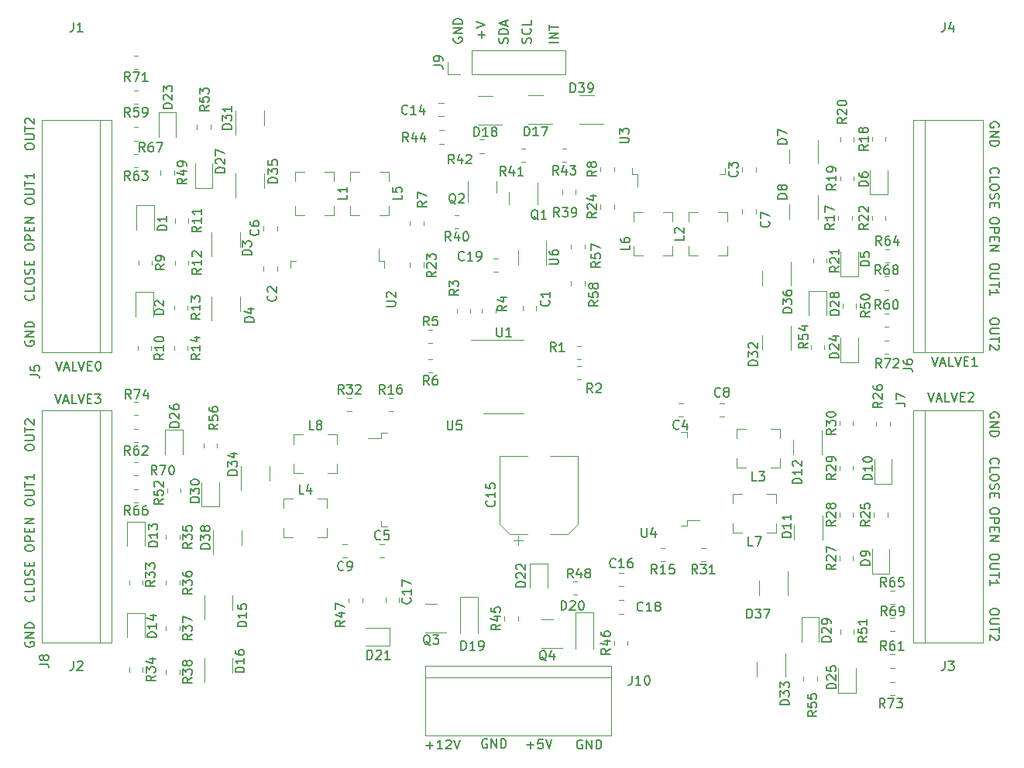
<source format=gbr>
%TF.GenerationSoftware,KiCad,Pcbnew,7.0.5*%
%TF.CreationDate,2023-11-11T15:26:14-08:00*%
%TF.ProjectId,ValveServoI2C,56616c76-6553-4657-9276-6f4932432e6b,rev?*%
%TF.SameCoordinates,Original*%
%TF.FileFunction,Legend,Top*%
%TF.FilePolarity,Positive*%
%FSLAX46Y46*%
G04 Gerber Fmt 4.6, Leading zero omitted, Abs format (unit mm)*
G04 Created by KiCad (PCBNEW 7.0.5) date 2023-11-11 15:26:14*
%MOMM*%
%LPD*%
G01*
G04 APERTURE LIST*
%ADD10C,0.150000*%
%ADD11C,0.120000*%
G04 APERTURE END LIST*
D10*
X164330180Y-117177255D02*
X164330180Y-117367731D01*
X164330180Y-117367731D02*
X164282561Y-117462969D01*
X164282561Y-117462969D02*
X164187323Y-117558207D01*
X164187323Y-117558207D02*
X163996847Y-117605826D01*
X163996847Y-117605826D02*
X163663514Y-117605826D01*
X163663514Y-117605826D02*
X163473038Y-117558207D01*
X163473038Y-117558207D02*
X163377800Y-117462969D01*
X163377800Y-117462969D02*
X163330180Y-117367731D01*
X163330180Y-117367731D02*
X163330180Y-117177255D01*
X163330180Y-117177255D02*
X163377800Y-117082017D01*
X163377800Y-117082017D02*
X163473038Y-116986779D01*
X163473038Y-116986779D02*
X163663514Y-116939160D01*
X163663514Y-116939160D02*
X163996847Y-116939160D01*
X163996847Y-116939160D02*
X164187323Y-116986779D01*
X164187323Y-116986779D02*
X164282561Y-117082017D01*
X164282561Y-117082017D02*
X164330180Y-117177255D01*
X164330180Y-118034398D02*
X163520657Y-118034398D01*
X163520657Y-118034398D02*
X163425419Y-118082017D01*
X163425419Y-118082017D02*
X163377800Y-118129636D01*
X163377800Y-118129636D02*
X163330180Y-118224874D01*
X163330180Y-118224874D02*
X163330180Y-118415350D01*
X163330180Y-118415350D02*
X163377800Y-118510588D01*
X163377800Y-118510588D02*
X163425419Y-118558207D01*
X163425419Y-118558207D02*
X163520657Y-118605826D01*
X163520657Y-118605826D02*
X164330180Y-118605826D01*
X164330180Y-118939160D02*
X164330180Y-119510588D01*
X163330180Y-119224874D02*
X164330180Y-119224874D01*
X164234942Y-119796303D02*
X164282561Y-119843922D01*
X164282561Y-119843922D02*
X164330180Y-119939160D01*
X164330180Y-119939160D02*
X164330180Y-120177255D01*
X164330180Y-120177255D02*
X164282561Y-120272493D01*
X164282561Y-120272493D02*
X164234942Y-120320112D01*
X164234942Y-120320112D02*
X164139704Y-120367731D01*
X164139704Y-120367731D02*
X164044466Y-120367731D01*
X164044466Y-120367731D02*
X163901609Y-120320112D01*
X163901609Y-120320112D02*
X163330180Y-119748684D01*
X163330180Y-119748684D02*
X163330180Y-120367731D01*
X108360588Y-131217438D02*
X108265350Y-131169819D01*
X108265350Y-131169819D02*
X108122493Y-131169819D01*
X108122493Y-131169819D02*
X107979636Y-131217438D01*
X107979636Y-131217438D02*
X107884398Y-131312676D01*
X107884398Y-131312676D02*
X107836779Y-131407914D01*
X107836779Y-131407914D02*
X107789160Y-131598390D01*
X107789160Y-131598390D02*
X107789160Y-131741247D01*
X107789160Y-131741247D02*
X107836779Y-131931723D01*
X107836779Y-131931723D02*
X107884398Y-132026961D01*
X107884398Y-132026961D02*
X107979636Y-132122200D01*
X107979636Y-132122200D02*
X108122493Y-132169819D01*
X108122493Y-132169819D02*
X108217731Y-132169819D01*
X108217731Y-132169819D02*
X108360588Y-132122200D01*
X108360588Y-132122200D02*
X108408207Y-132074580D01*
X108408207Y-132074580D02*
X108408207Y-131741247D01*
X108408207Y-131741247D02*
X108217731Y-131741247D01*
X108836779Y-132169819D02*
X108836779Y-131169819D01*
X108836779Y-131169819D02*
X109408207Y-132169819D01*
X109408207Y-132169819D02*
X109408207Y-131169819D01*
X109884398Y-132169819D02*
X109884398Y-131169819D01*
X109884398Y-131169819D02*
X110122493Y-131169819D01*
X110122493Y-131169819D02*
X110265350Y-131217438D01*
X110265350Y-131217438D02*
X110360588Y-131312676D01*
X110360588Y-131312676D02*
X110408207Y-131407914D01*
X110408207Y-131407914D02*
X110455826Y-131598390D01*
X110455826Y-131598390D02*
X110455826Y-131741247D01*
X110455826Y-131741247D02*
X110408207Y-131931723D01*
X110408207Y-131931723D02*
X110360588Y-132026961D01*
X110360588Y-132026961D02*
X110265350Y-132122200D01*
X110265350Y-132122200D02*
X110122493Y-132169819D01*
X110122493Y-132169819D02*
X109884398Y-132169819D01*
X57917438Y-87639411D02*
X57869819Y-87734649D01*
X57869819Y-87734649D02*
X57869819Y-87877506D01*
X57869819Y-87877506D02*
X57917438Y-88020363D01*
X57917438Y-88020363D02*
X58012676Y-88115601D01*
X58012676Y-88115601D02*
X58107914Y-88163220D01*
X58107914Y-88163220D02*
X58298390Y-88210839D01*
X58298390Y-88210839D02*
X58441247Y-88210839D01*
X58441247Y-88210839D02*
X58631723Y-88163220D01*
X58631723Y-88163220D02*
X58726961Y-88115601D01*
X58726961Y-88115601D02*
X58822200Y-88020363D01*
X58822200Y-88020363D02*
X58869819Y-87877506D01*
X58869819Y-87877506D02*
X58869819Y-87782268D01*
X58869819Y-87782268D02*
X58822200Y-87639411D01*
X58822200Y-87639411D02*
X58774580Y-87591792D01*
X58774580Y-87591792D02*
X58441247Y-87591792D01*
X58441247Y-87591792D02*
X58441247Y-87782268D01*
X58869819Y-87163220D02*
X57869819Y-87163220D01*
X57869819Y-87163220D02*
X58869819Y-86591792D01*
X58869819Y-86591792D02*
X57869819Y-86591792D01*
X58869819Y-86115601D02*
X57869819Y-86115601D01*
X57869819Y-86115601D02*
X57869819Y-85877506D01*
X57869819Y-85877506D02*
X57917438Y-85734649D01*
X57917438Y-85734649D02*
X58012676Y-85639411D01*
X58012676Y-85639411D02*
X58107914Y-85591792D01*
X58107914Y-85591792D02*
X58298390Y-85544173D01*
X58298390Y-85544173D02*
X58441247Y-85544173D01*
X58441247Y-85544173D02*
X58631723Y-85591792D01*
X58631723Y-85591792D02*
X58726961Y-85639411D01*
X58726961Y-85639411D02*
X58822200Y-85734649D01*
X58822200Y-85734649D02*
X58869819Y-85877506D01*
X58869819Y-85877506D02*
X58869819Y-86115601D01*
X104717438Y-54489411D02*
X104669819Y-54584649D01*
X104669819Y-54584649D02*
X104669819Y-54727506D01*
X104669819Y-54727506D02*
X104717438Y-54870363D01*
X104717438Y-54870363D02*
X104812676Y-54965601D01*
X104812676Y-54965601D02*
X104907914Y-55013220D01*
X104907914Y-55013220D02*
X105098390Y-55060839D01*
X105098390Y-55060839D02*
X105241247Y-55060839D01*
X105241247Y-55060839D02*
X105431723Y-55013220D01*
X105431723Y-55013220D02*
X105526961Y-54965601D01*
X105526961Y-54965601D02*
X105622200Y-54870363D01*
X105622200Y-54870363D02*
X105669819Y-54727506D01*
X105669819Y-54727506D02*
X105669819Y-54632268D01*
X105669819Y-54632268D02*
X105622200Y-54489411D01*
X105622200Y-54489411D02*
X105574580Y-54441792D01*
X105574580Y-54441792D02*
X105241247Y-54441792D01*
X105241247Y-54441792D02*
X105241247Y-54632268D01*
X105669819Y-54013220D02*
X104669819Y-54013220D01*
X104669819Y-54013220D02*
X105669819Y-53441792D01*
X105669819Y-53441792D02*
X104669819Y-53441792D01*
X105669819Y-52965601D02*
X104669819Y-52965601D01*
X104669819Y-52965601D02*
X104669819Y-52727506D01*
X104669819Y-52727506D02*
X104717438Y-52584649D01*
X104717438Y-52584649D02*
X104812676Y-52489411D01*
X104812676Y-52489411D02*
X104907914Y-52441792D01*
X104907914Y-52441792D02*
X105098390Y-52394173D01*
X105098390Y-52394173D02*
X105241247Y-52394173D01*
X105241247Y-52394173D02*
X105431723Y-52441792D01*
X105431723Y-52441792D02*
X105526961Y-52489411D01*
X105526961Y-52489411D02*
X105622200Y-52584649D01*
X105622200Y-52584649D02*
X105669819Y-52727506D01*
X105669819Y-52727506D02*
X105669819Y-52965601D01*
X164330180Y-106177255D02*
X164330180Y-106367731D01*
X164330180Y-106367731D02*
X164282561Y-106462969D01*
X164282561Y-106462969D02*
X164187323Y-106558207D01*
X164187323Y-106558207D02*
X163996847Y-106605826D01*
X163996847Y-106605826D02*
X163663514Y-106605826D01*
X163663514Y-106605826D02*
X163473038Y-106558207D01*
X163473038Y-106558207D02*
X163377800Y-106462969D01*
X163377800Y-106462969D02*
X163330180Y-106367731D01*
X163330180Y-106367731D02*
X163330180Y-106177255D01*
X163330180Y-106177255D02*
X163377800Y-106082017D01*
X163377800Y-106082017D02*
X163473038Y-105986779D01*
X163473038Y-105986779D02*
X163663514Y-105939160D01*
X163663514Y-105939160D02*
X163996847Y-105939160D01*
X163996847Y-105939160D02*
X164187323Y-105986779D01*
X164187323Y-105986779D02*
X164282561Y-106082017D01*
X164282561Y-106082017D02*
X164330180Y-106177255D01*
X163330180Y-107034398D02*
X164330180Y-107034398D01*
X164330180Y-107034398D02*
X164330180Y-107415350D01*
X164330180Y-107415350D02*
X164282561Y-107510588D01*
X164282561Y-107510588D02*
X164234942Y-107558207D01*
X164234942Y-107558207D02*
X164139704Y-107605826D01*
X164139704Y-107605826D02*
X163996847Y-107605826D01*
X163996847Y-107605826D02*
X163901609Y-107558207D01*
X163901609Y-107558207D02*
X163853990Y-107510588D01*
X163853990Y-107510588D02*
X163806371Y-107415350D01*
X163806371Y-107415350D02*
X163806371Y-107034398D01*
X163853990Y-108034398D02*
X163853990Y-108367731D01*
X163330180Y-108510588D02*
X163330180Y-108034398D01*
X163330180Y-108034398D02*
X164330180Y-108034398D01*
X164330180Y-108034398D02*
X164330180Y-108510588D01*
X163330180Y-108939160D02*
X164330180Y-108939160D01*
X164330180Y-108939160D02*
X163330180Y-109510588D01*
X163330180Y-109510588D02*
X164330180Y-109510588D01*
X57869819Y-66472744D02*
X57869819Y-66282268D01*
X57869819Y-66282268D02*
X57917438Y-66187030D01*
X57917438Y-66187030D02*
X58012676Y-66091792D01*
X58012676Y-66091792D02*
X58203152Y-66044173D01*
X58203152Y-66044173D02*
X58536485Y-66044173D01*
X58536485Y-66044173D02*
X58726961Y-66091792D01*
X58726961Y-66091792D02*
X58822200Y-66187030D01*
X58822200Y-66187030D02*
X58869819Y-66282268D01*
X58869819Y-66282268D02*
X58869819Y-66472744D01*
X58869819Y-66472744D02*
X58822200Y-66567982D01*
X58822200Y-66567982D02*
X58726961Y-66663220D01*
X58726961Y-66663220D02*
X58536485Y-66710839D01*
X58536485Y-66710839D02*
X58203152Y-66710839D01*
X58203152Y-66710839D02*
X58012676Y-66663220D01*
X58012676Y-66663220D02*
X57917438Y-66567982D01*
X57917438Y-66567982D02*
X57869819Y-66472744D01*
X57869819Y-65615601D02*
X58679342Y-65615601D01*
X58679342Y-65615601D02*
X58774580Y-65567982D01*
X58774580Y-65567982D02*
X58822200Y-65520363D01*
X58822200Y-65520363D02*
X58869819Y-65425125D01*
X58869819Y-65425125D02*
X58869819Y-65234649D01*
X58869819Y-65234649D02*
X58822200Y-65139411D01*
X58822200Y-65139411D02*
X58774580Y-65091792D01*
X58774580Y-65091792D02*
X58679342Y-65044173D01*
X58679342Y-65044173D02*
X57869819Y-65044173D01*
X57869819Y-64710839D02*
X57869819Y-64139411D01*
X58869819Y-64425125D02*
X57869819Y-64425125D01*
X57965057Y-63853696D02*
X57917438Y-63806077D01*
X57917438Y-63806077D02*
X57869819Y-63710839D01*
X57869819Y-63710839D02*
X57869819Y-63472744D01*
X57869819Y-63472744D02*
X57917438Y-63377506D01*
X57917438Y-63377506D02*
X57965057Y-63329887D01*
X57965057Y-63329887D02*
X58060295Y-63282268D01*
X58060295Y-63282268D02*
X58155533Y-63282268D01*
X58155533Y-63282268D02*
X58298390Y-63329887D01*
X58298390Y-63329887D02*
X58869819Y-63901315D01*
X58869819Y-63901315D02*
X58869819Y-63282268D01*
X164330180Y-79427255D02*
X164330180Y-79617731D01*
X164330180Y-79617731D02*
X164282561Y-79712969D01*
X164282561Y-79712969D02*
X164187323Y-79808207D01*
X164187323Y-79808207D02*
X163996847Y-79855826D01*
X163996847Y-79855826D02*
X163663514Y-79855826D01*
X163663514Y-79855826D02*
X163473038Y-79808207D01*
X163473038Y-79808207D02*
X163377800Y-79712969D01*
X163377800Y-79712969D02*
X163330180Y-79617731D01*
X163330180Y-79617731D02*
X163330180Y-79427255D01*
X163330180Y-79427255D02*
X163377800Y-79332017D01*
X163377800Y-79332017D02*
X163473038Y-79236779D01*
X163473038Y-79236779D02*
X163663514Y-79189160D01*
X163663514Y-79189160D02*
X163996847Y-79189160D01*
X163996847Y-79189160D02*
X164187323Y-79236779D01*
X164187323Y-79236779D02*
X164282561Y-79332017D01*
X164282561Y-79332017D02*
X164330180Y-79427255D01*
X164330180Y-80284398D02*
X163520657Y-80284398D01*
X163520657Y-80284398D02*
X163425419Y-80332017D01*
X163425419Y-80332017D02*
X163377800Y-80379636D01*
X163377800Y-80379636D02*
X163330180Y-80474874D01*
X163330180Y-80474874D02*
X163330180Y-80665350D01*
X163330180Y-80665350D02*
X163377800Y-80760588D01*
X163377800Y-80760588D02*
X163425419Y-80808207D01*
X163425419Y-80808207D02*
X163520657Y-80855826D01*
X163520657Y-80855826D02*
X164330180Y-80855826D01*
X164330180Y-81189160D02*
X164330180Y-81760588D01*
X163330180Y-81474874D02*
X164330180Y-81474874D01*
X163330180Y-82617731D02*
X163330180Y-82046303D01*
X163330180Y-82332017D02*
X164330180Y-82332017D01*
X164330180Y-82332017D02*
X164187323Y-82236779D01*
X164187323Y-82236779D02*
X164092085Y-82141541D01*
X164092085Y-82141541D02*
X164044466Y-82046303D01*
X164282561Y-64260588D02*
X164330180Y-64165350D01*
X164330180Y-64165350D02*
X164330180Y-64022493D01*
X164330180Y-64022493D02*
X164282561Y-63879636D01*
X164282561Y-63879636D02*
X164187323Y-63784398D01*
X164187323Y-63784398D02*
X164092085Y-63736779D01*
X164092085Y-63736779D02*
X163901609Y-63689160D01*
X163901609Y-63689160D02*
X163758752Y-63689160D01*
X163758752Y-63689160D02*
X163568276Y-63736779D01*
X163568276Y-63736779D02*
X163473038Y-63784398D01*
X163473038Y-63784398D02*
X163377800Y-63879636D01*
X163377800Y-63879636D02*
X163330180Y-64022493D01*
X163330180Y-64022493D02*
X163330180Y-64117731D01*
X163330180Y-64117731D02*
X163377800Y-64260588D01*
X163377800Y-64260588D02*
X163425419Y-64308207D01*
X163425419Y-64308207D02*
X163758752Y-64308207D01*
X163758752Y-64308207D02*
X163758752Y-64117731D01*
X163330180Y-64736779D02*
X164330180Y-64736779D01*
X164330180Y-64736779D02*
X163330180Y-65308207D01*
X163330180Y-65308207D02*
X164330180Y-65308207D01*
X163330180Y-65784398D02*
X164330180Y-65784398D01*
X164330180Y-65784398D02*
X164330180Y-66022493D01*
X164330180Y-66022493D02*
X164282561Y-66165350D01*
X164282561Y-66165350D02*
X164187323Y-66260588D01*
X164187323Y-66260588D02*
X164092085Y-66308207D01*
X164092085Y-66308207D02*
X163901609Y-66355826D01*
X163901609Y-66355826D02*
X163758752Y-66355826D01*
X163758752Y-66355826D02*
X163568276Y-66308207D01*
X163568276Y-66308207D02*
X163473038Y-66260588D01*
X163473038Y-66260588D02*
X163377800Y-66165350D01*
X163377800Y-66165350D02*
X163330180Y-66022493D01*
X163330180Y-66022493D02*
X163330180Y-65784398D01*
X110622200Y-55060839D02*
X110669819Y-54917982D01*
X110669819Y-54917982D02*
X110669819Y-54679887D01*
X110669819Y-54679887D02*
X110622200Y-54584649D01*
X110622200Y-54584649D02*
X110574580Y-54537030D01*
X110574580Y-54537030D02*
X110479342Y-54489411D01*
X110479342Y-54489411D02*
X110384104Y-54489411D01*
X110384104Y-54489411D02*
X110288866Y-54537030D01*
X110288866Y-54537030D02*
X110241247Y-54584649D01*
X110241247Y-54584649D02*
X110193628Y-54679887D01*
X110193628Y-54679887D02*
X110146009Y-54870363D01*
X110146009Y-54870363D02*
X110098390Y-54965601D01*
X110098390Y-54965601D02*
X110050771Y-55013220D01*
X110050771Y-55013220D02*
X109955533Y-55060839D01*
X109955533Y-55060839D02*
X109860295Y-55060839D01*
X109860295Y-55060839D02*
X109765057Y-55013220D01*
X109765057Y-55013220D02*
X109717438Y-54965601D01*
X109717438Y-54965601D02*
X109669819Y-54870363D01*
X109669819Y-54870363D02*
X109669819Y-54632268D01*
X109669819Y-54632268D02*
X109717438Y-54489411D01*
X110669819Y-54060839D02*
X109669819Y-54060839D01*
X109669819Y-54060839D02*
X109669819Y-53822744D01*
X109669819Y-53822744D02*
X109717438Y-53679887D01*
X109717438Y-53679887D02*
X109812676Y-53584649D01*
X109812676Y-53584649D02*
X109907914Y-53537030D01*
X109907914Y-53537030D02*
X110098390Y-53489411D01*
X110098390Y-53489411D02*
X110241247Y-53489411D01*
X110241247Y-53489411D02*
X110431723Y-53537030D01*
X110431723Y-53537030D02*
X110526961Y-53584649D01*
X110526961Y-53584649D02*
X110622200Y-53679887D01*
X110622200Y-53679887D02*
X110669819Y-53822744D01*
X110669819Y-53822744D02*
X110669819Y-54060839D01*
X110384104Y-53108458D02*
X110384104Y-52632268D01*
X110669819Y-53203696D02*
X109669819Y-52870363D01*
X109669819Y-52870363D02*
X110669819Y-52537030D01*
X116169819Y-55013220D02*
X115169819Y-55013220D01*
X116169819Y-54537030D02*
X115169819Y-54537030D01*
X115169819Y-54537030D02*
X116169819Y-53965602D01*
X116169819Y-53965602D02*
X115169819Y-53965602D01*
X115169819Y-53632268D02*
X115169819Y-53060840D01*
X116169819Y-53346554D02*
X115169819Y-53346554D01*
X164330180Y-74427255D02*
X164330180Y-74617731D01*
X164330180Y-74617731D02*
X164282561Y-74712969D01*
X164282561Y-74712969D02*
X164187323Y-74808207D01*
X164187323Y-74808207D02*
X163996847Y-74855826D01*
X163996847Y-74855826D02*
X163663514Y-74855826D01*
X163663514Y-74855826D02*
X163473038Y-74808207D01*
X163473038Y-74808207D02*
X163377800Y-74712969D01*
X163377800Y-74712969D02*
X163330180Y-74617731D01*
X163330180Y-74617731D02*
X163330180Y-74427255D01*
X163330180Y-74427255D02*
X163377800Y-74332017D01*
X163377800Y-74332017D02*
X163473038Y-74236779D01*
X163473038Y-74236779D02*
X163663514Y-74189160D01*
X163663514Y-74189160D02*
X163996847Y-74189160D01*
X163996847Y-74189160D02*
X164187323Y-74236779D01*
X164187323Y-74236779D02*
X164282561Y-74332017D01*
X164282561Y-74332017D02*
X164330180Y-74427255D01*
X163330180Y-75284398D02*
X164330180Y-75284398D01*
X164330180Y-75284398D02*
X164330180Y-75665350D01*
X164330180Y-75665350D02*
X164282561Y-75760588D01*
X164282561Y-75760588D02*
X164234942Y-75808207D01*
X164234942Y-75808207D02*
X164139704Y-75855826D01*
X164139704Y-75855826D02*
X163996847Y-75855826D01*
X163996847Y-75855826D02*
X163901609Y-75808207D01*
X163901609Y-75808207D02*
X163853990Y-75760588D01*
X163853990Y-75760588D02*
X163806371Y-75665350D01*
X163806371Y-75665350D02*
X163806371Y-75284398D01*
X163853990Y-76284398D02*
X163853990Y-76617731D01*
X163330180Y-76760588D02*
X163330180Y-76284398D01*
X163330180Y-76284398D02*
X164330180Y-76284398D01*
X164330180Y-76284398D02*
X164330180Y-76760588D01*
X163330180Y-77189160D02*
X164330180Y-77189160D01*
X164330180Y-77189160D02*
X163330180Y-77760588D01*
X163330180Y-77760588D02*
X164330180Y-77760588D01*
X113122200Y-55060839D02*
X113169819Y-54917982D01*
X113169819Y-54917982D02*
X113169819Y-54679887D01*
X113169819Y-54679887D02*
X113122200Y-54584649D01*
X113122200Y-54584649D02*
X113074580Y-54537030D01*
X113074580Y-54537030D02*
X112979342Y-54489411D01*
X112979342Y-54489411D02*
X112884104Y-54489411D01*
X112884104Y-54489411D02*
X112788866Y-54537030D01*
X112788866Y-54537030D02*
X112741247Y-54584649D01*
X112741247Y-54584649D02*
X112693628Y-54679887D01*
X112693628Y-54679887D02*
X112646009Y-54870363D01*
X112646009Y-54870363D02*
X112598390Y-54965601D01*
X112598390Y-54965601D02*
X112550771Y-55013220D01*
X112550771Y-55013220D02*
X112455533Y-55060839D01*
X112455533Y-55060839D02*
X112360295Y-55060839D01*
X112360295Y-55060839D02*
X112265057Y-55013220D01*
X112265057Y-55013220D02*
X112217438Y-54965601D01*
X112217438Y-54965601D02*
X112169819Y-54870363D01*
X112169819Y-54870363D02*
X112169819Y-54632268D01*
X112169819Y-54632268D02*
X112217438Y-54489411D01*
X113074580Y-53489411D02*
X113122200Y-53537030D01*
X113122200Y-53537030D02*
X113169819Y-53679887D01*
X113169819Y-53679887D02*
X113169819Y-53775125D01*
X113169819Y-53775125D02*
X113122200Y-53917982D01*
X113122200Y-53917982D02*
X113026961Y-54013220D01*
X113026961Y-54013220D02*
X112931723Y-54060839D01*
X112931723Y-54060839D02*
X112741247Y-54108458D01*
X112741247Y-54108458D02*
X112598390Y-54108458D01*
X112598390Y-54108458D02*
X112407914Y-54060839D01*
X112407914Y-54060839D02*
X112312676Y-54013220D01*
X112312676Y-54013220D02*
X112217438Y-53917982D01*
X112217438Y-53917982D02*
X112169819Y-53775125D01*
X112169819Y-53775125D02*
X112169819Y-53679887D01*
X112169819Y-53679887D02*
X112217438Y-53537030D01*
X112217438Y-53537030D02*
X112265057Y-53489411D01*
X113169819Y-52584649D02*
X113169819Y-53060839D01*
X113169819Y-53060839D02*
X112169819Y-53060839D01*
X164282561Y-96010588D02*
X164330180Y-95915350D01*
X164330180Y-95915350D02*
X164330180Y-95772493D01*
X164330180Y-95772493D02*
X164282561Y-95629636D01*
X164282561Y-95629636D02*
X164187323Y-95534398D01*
X164187323Y-95534398D02*
X164092085Y-95486779D01*
X164092085Y-95486779D02*
X163901609Y-95439160D01*
X163901609Y-95439160D02*
X163758752Y-95439160D01*
X163758752Y-95439160D02*
X163568276Y-95486779D01*
X163568276Y-95486779D02*
X163473038Y-95534398D01*
X163473038Y-95534398D02*
X163377800Y-95629636D01*
X163377800Y-95629636D02*
X163330180Y-95772493D01*
X163330180Y-95772493D02*
X163330180Y-95867731D01*
X163330180Y-95867731D02*
X163377800Y-96010588D01*
X163377800Y-96010588D02*
X163425419Y-96058207D01*
X163425419Y-96058207D02*
X163758752Y-96058207D01*
X163758752Y-96058207D02*
X163758752Y-95867731D01*
X163330180Y-96486779D02*
X164330180Y-96486779D01*
X164330180Y-96486779D02*
X163330180Y-97058207D01*
X163330180Y-97058207D02*
X164330180Y-97058207D01*
X163330180Y-97534398D02*
X164330180Y-97534398D01*
X164330180Y-97534398D02*
X164330180Y-97772493D01*
X164330180Y-97772493D02*
X164282561Y-97915350D01*
X164282561Y-97915350D02*
X164187323Y-98010588D01*
X164187323Y-98010588D02*
X164092085Y-98058207D01*
X164092085Y-98058207D02*
X163901609Y-98105826D01*
X163901609Y-98105826D02*
X163758752Y-98105826D01*
X163758752Y-98105826D02*
X163568276Y-98058207D01*
X163568276Y-98058207D02*
X163473038Y-98010588D01*
X163473038Y-98010588D02*
X163377800Y-97915350D01*
X163377800Y-97915350D02*
X163330180Y-97772493D01*
X163330180Y-97772493D02*
X163330180Y-97534398D01*
X57869819Y-99392744D02*
X57869819Y-99202268D01*
X57869819Y-99202268D02*
X57917438Y-99107030D01*
X57917438Y-99107030D02*
X58012676Y-99011792D01*
X58012676Y-99011792D02*
X58203152Y-98964173D01*
X58203152Y-98964173D02*
X58536485Y-98964173D01*
X58536485Y-98964173D02*
X58726961Y-99011792D01*
X58726961Y-99011792D02*
X58822200Y-99107030D01*
X58822200Y-99107030D02*
X58869819Y-99202268D01*
X58869819Y-99202268D02*
X58869819Y-99392744D01*
X58869819Y-99392744D02*
X58822200Y-99487982D01*
X58822200Y-99487982D02*
X58726961Y-99583220D01*
X58726961Y-99583220D02*
X58536485Y-99630839D01*
X58536485Y-99630839D02*
X58203152Y-99630839D01*
X58203152Y-99630839D02*
X58012676Y-99583220D01*
X58012676Y-99583220D02*
X57917438Y-99487982D01*
X57917438Y-99487982D02*
X57869819Y-99392744D01*
X57869819Y-98535601D02*
X58679342Y-98535601D01*
X58679342Y-98535601D02*
X58774580Y-98487982D01*
X58774580Y-98487982D02*
X58822200Y-98440363D01*
X58822200Y-98440363D02*
X58869819Y-98345125D01*
X58869819Y-98345125D02*
X58869819Y-98154649D01*
X58869819Y-98154649D02*
X58822200Y-98059411D01*
X58822200Y-98059411D02*
X58774580Y-98011792D01*
X58774580Y-98011792D02*
X58679342Y-97964173D01*
X58679342Y-97964173D02*
X57869819Y-97964173D01*
X57869819Y-97630839D02*
X57869819Y-97059411D01*
X58869819Y-97345125D02*
X57869819Y-97345125D01*
X57965057Y-96773696D02*
X57917438Y-96726077D01*
X57917438Y-96726077D02*
X57869819Y-96630839D01*
X57869819Y-96630839D02*
X57869819Y-96392744D01*
X57869819Y-96392744D02*
X57917438Y-96297506D01*
X57917438Y-96297506D02*
X57965057Y-96249887D01*
X57965057Y-96249887D02*
X58060295Y-96202268D01*
X58060295Y-96202268D02*
X58155533Y-96202268D01*
X58155533Y-96202268D02*
X58298390Y-96249887D01*
X58298390Y-96249887D02*
X58869819Y-96821315D01*
X58869819Y-96821315D02*
X58869819Y-96202268D01*
X164330180Y-111177255D02*
X164330180Y-111367731D01*
X164330180Y-111367731D02*
X164282561Y-111462969D01*
X164282561Y-111462969D02*
X164187323Y-111558207D01*
X164187323Y-111558207D02*
X163996847Y-111605826D01*
X163996847Y-111605826D02*
X163663514Y-111605826D01*
X163663514Y-111605826D02*
X163473038Y-111558207D01*
X163473038Y-111558207D02*
X163377800Y-111462969D01*
X163377800Y-111462969D02*
X163330180Y-111367731D01*
X163330180Y-111367731D02*
X163330180Y-111177255D01*
X163330180Y-111177255D02*
X163377800Y-111082017D01*
X163377800Y-111082017D02*
X163473038Y-110986779D01*
X163473038Y-110986779D02*
X163663514Y-110939160D01*
X163663514Y-110939160D02*
X163996847Y-110939160D01*
X163996847Y-110939160D02*
X164187323Y-110986779D01*
X164187323Y-110986779D02*
X164282561Y-111082017D01*
X164282561Y-111082017D02*
X164330180Y-111177255D01*
X164330180Y-112034398D02*
X163520657Y-112034398D01*
X163520657Y-112034398D02*
X163425419Y-112082017D01*
X163425419Y-112082017D02*
X163377800Y-112129636D01*
X163377800Y-112129636D02*
X163330180Y-112224874D01*
X163330180Y-112224874D02*
X163330180Y-112415350D01*
X163330180Y-112415350D02*
X163377800Y-112510588D01*
X163377800Y-112510588D02*
X163425419Y-112558207D01*
X163425419Y-112558207D02*
X163520657Y-112605826D01*
X163520657Y-112605826D02*
X164330180Y-112605826D01*
X164330180Y-112939160D02*
X164330180Y-113510588D01*
X163330180Y-113224874D02*
X164330180Y-113224874D01*
X163330180Y-114367731D02*
X163330180Y-113796303D01*
X163330180Y-114082017D02*
X164330180Y-114082017D01*
X164330180Y-114082017D02*
X164187323Y-113986779D01*
X164187323Y-113986779D02*
X164092085Y-113891541D01*
X164092085Y-113891541D02*
X164044466Y-113796303D01*
X57869819Y-110392744D02*
X57869819Y-110202268D01*
X57869819Y-110202268D02*
X57917438Y-110107030D01*
X57917438Y-110107030D02*
X58012676Y-110011792D01*
X58012676Y-110011792D02*
X58203152Y-109964173D01*
X58203152Y-109964173D02*
X58536485Y-109964173D01*
X58536485Y-109964173D02*
X58726961Y-110011792D01*
X58726961Y-110011792D02*
X58822200Y-110107030D01*
X58822200Y-110107030D02*
X58869819Y-110202268D01*
X58869819Y-110202268D02*
X58869819Y-110392744D01*
X58869819Y-110392744D02*
X58822200Y-110487982D01*
X58822200Y-110487982D02*
X58726961Y-110583220D01*
X58726961Y-110583220D02*
X58536485Y-110630839D01*
X58536485Y-110630839D02*
X58203152Y-110630839D01*
X58203152Y-110630839D02*
X58012676Y-110583220D01*
X58012676Y-110583220D02*
X57917438Y-110487982D01*
X57917438Y-110487982D02*
X57869819Y-110392744D01*
X58869819Y-109535601D02*
X57869819Y-109535601D01*
X57869819Y-109535601D02*
X57869819Y-109154649D01*
X57869819Y-109154649D02*
X57917438Y-109059411D01*
X57917438Y-109059411D02*
X57965057Y-109011792D01*
X57965057Y-109011792D02*
X58060295Y-108964173D01*
X58060295Y-108964173D02*
X58203152Y-108964173D01*
X58203152Y-108964173D02*
X58298390Y-109011792D01*
X58298390Y-109011792D02*
X58346009Y-109059411D01*
X58346009Y-109059411D02*
X58393628Y-109154649D01*
X58393628Y-109154649D02*
X58393628Y-109535601D01*
X58346009Y-108535601D02*
X58346009Y-108202268D01*
X58869819Y-108059411D02*
X58869819Y-108535601D01*
X58869819Y-108535601D02*
X57869819Y-108535601D01*
X57869819Y-108535601D02*
X57869819Y-108059411D01*
X58869819Y-107630839D02*
X57869819Y-107630839D01*
X57869819Y-107630839D02*
X58869819Y-107059411D01*
X58869819Y-107059411D02*
X57869819Y-107059411D01*
X61143922Y-93469819D02*
X61477255Y-94469819D01*
X61477255Y-94469819D02*
X61810588Y-93469819D01*
X62096303Y-94184104D02*
X62572493Y-94184104D01*
X62001065Y-94469819D02*
X62334398Y-93469819D01*
X62334398Y-93469819D02*
X62667731Y-94469819D01*
X63477255Y-94469819D02*
X63001065Y-94469819D01*
X63001065Y-94469819D02*
X63001065Y-93469819D01*
X63667732Y-93469819D02*
X64001065Y-94469819D01*
X64001065Y-94469819D02*
X64334398Y-93469819D01*
X64667732Y-93946009D02*
X65001065Y-93946009D01*
X65143922Y-94469819D02*
X64667732Y-94469819D01*
X64667732Y-94469819D02*
X64667732Y-93469819D01*
X64667732Y-93469819D02*
X65143922Y-93469819D01*
X65477256Y-93469819D02*
X66096303Y-93469819D01*
X66096303Y-93469819D02*
X65762970Y-93850771D01*
X65762970Y-93850771D02*
X65905827Y-93850771D01*
X65905827Y-93850771D02*
X66001065Y-93898390D01*
X66001065Y-93898390D02*
X66048684Y-93946009D01*
X66048684Y-93946009D02*
X66096303Y-94041247D01*
X66096303Y-94041247D02*
X66096303Y-94279342D01*
X66096303Y-94279342D02*
X66048684Y-94374580D01*
X66048684Y-94374580D02*
X66001065Y-94422200D01*
X66001065Y-94422200D02*
X65905827Y-94469819D01*
X65905827Y-94469819D02*
X65620113Y-94469819D01*
X65620113Y-94469819D02*
X65524875Y-94422200D01*
X65524875Y-94422200D02*
X65477256Y-94374580D01*
X156593922Y-93269819D02*
X156927255Y-94269819D01*
X156927255Y-94269819D02*
X157260588Y-93269819D01*
X157546303Y-93984104D02*
X158022493Y-93984104D01*
X157451065Y-94269819D02*
X157784398Y-93269819D01*
X157784398Y-93269819D02*
X158117731Y-94269819D01*
X158927255Y-94269819D02*
X158451065Y-94269819D01*
X158451065Y-94269819D02*
X158451065Y-93269819D01*
X159117732Y-93269819D02*
X159451065Y-94269819D01*
X159451065Y-94269819D02*
X159784398Y-93269819D01*
X160117732Y-93746009D02*
X160451065Y-93746009D01*
X160593922Y-94269819D02*
X160117732Y-94269819D01*
X160117732Y-94269819D02*
X160117732Y-93269819D01*
X160117732Y-93269819D02*
X160593922Y-93269819D01*
X160974875Y-93365057D02*
X161022494Y-93317438D01*
X161022494Y-93317438D02*
X161117732Y-93269819D01*
X161117732Y-93269819D02*
X161355827Y-93269819D01*
X161355827Y-93269819D02*
X161451065Y-93317438D01*
X161451065Y-93317438D02*
X161498684Y-93365057D01*
X161498684Y-93365057D02*
X161546303Y-93460295D01*
X161546303Y-93460295D02*
X161546303Y-93555533D01*
X161546303Y-93555533D02*
X161498684Y-93698390D01*
X161498684Y-93698390D02*
X160927256Y-94269819D01*
X160927256Y-94269819D02*
X161546303Y-94269819D01*
X57869819Y-72472744D02*
X57869819Y-72282268D01*
X57869819Y-72282268D02*
X57917438Y-72187030D01*
X57917438Y-72187030D02*
X58012676Y-72091792D01*
X58012676Y-72091792D02*
X58203152Y-72044173D01*
X58203152Y-72044173D02*
X58536485Y-72044173D01*
X58536485Y-72044173D02*
X58726961Y-72091792D01*
X58726961Y-72091792D02*
X58822200Y-72187030D01*
X58822200Y-72187030D02*
X58869819Y-72282268D01*
X58869819Y-72282268D02*
X58869819Y-72472744D01*
X58869819Y-72472744D02*
X58822200Y-72567982D01*
X58822200Y-72567982D02*
X58726961Y-72663220D01*
X58726961Y-72663220D02*
X58536485Y-72710839D01*
X58536485Y-72710839D02*
X58203152Y-72710839D01*
X58203152Y-72710839D02*
X58012676Y-72663220D01*
X58012676Y-72663220D02*
X57917438Y-72567982D01*
X57917438Y-72567982D02*
X57869819Y-72472744D01*
X57869819Y-71615601D02*
X58679342Y-71615601D01*
X58679342Y-71615601D02*
X58774580Y-71567982D01*
X58774580Y-71567982D02*
X58822200Y-71520363D01*
X58822200Y-71520363D02*
X58869819Y-71425125D01*
X58869819Y-71425125D02*
X58869819Y-71234649D01*
X58869819Y-71234649D02*
X58822200Y-71139411D01*
X58822200Y-71139411D02*
X58774580Y-71091792D01*
X58774580Y-71091792D02*
X58679342Y-71044173D01*
X58679342Y-71044173D02*
X57869819Y-71044173D01*
X57869819Y-70710839D02*
X57869819Y-70139411D01*
X58869819Y-70425125D02*
X57869819Y-70425125D01*
X58869819Y-69282268D02*
X58869819Y-69853696D01*
X58869819Y-69567982D02*
X57869819Y-69567982D01*
X57869819Y-69567982D02*
X58012676Y-69663220D01*
X58012676Y-69663220D02*
X58107914Y-69758458D01*
X58107914Y-69758458D02*
X58155533Y-69853696D01*
X58774580Y-82591792D02*
X58822200Y-82639411D01*
X58822200Y-82639411D02*
X58869819Y-82782268D01*
X58869819Y-82782268D02*
X58869819Y-82877506D01*
X58869819Y-82877506D02*
X58822200Y-83020363D01*
X58822200Y-83020363D02*
X58726961Y-83115601D01*
X58726961Y-83115601D02*
X58631723Y-83163220D01*
X58631723Y-83163220D02*
X58441247Y-83210839D01*
X58441247Y-83210839D02*
X58298390Y-83210839D01*
X58298390Y-83210839D02*
X58107914Y-83163220D01*
X58107914Y-83163220D02*
X58012676Y-83115601D01*
X58012676Y-83115601D02*
X57917438Y-83020363D01*
X57917438Y-83020363D02*
X57869819Y-82877506D01*
X57869819Y-82877506D02*
X57869819Y-82782268D01*
X57869819Y-82782268D02*
X57917438Y-82639411D01*
X57917438Y-82639411D02*
X57965057Y-82591792D01*
X58869819Y-81687030D02*
X58869819Y-82163220D01*
X58869819Y-82163220D02*
X57869819Y-82163220D01*
X57869819Y-81163220D02*
X57869819Y-80972744D01*
X57869819Y-80972744D02*
X57917438Y-80877506D01*
X57917438Y-80877506D02*
X58012676Y-80782268D01*
X58012676Y-80782268D02*
X58203152Y-80734649D01*
X58203152Y-80734649D02*
X58536485Y-80734649D01*
X58536485Y-80734649D02*
X58726961Y-80782268D01*
X58726961Y-80782268D02*
X58822200Y-80877506D01*
X58822200Y-80877506D02*
X58869819Y-80972744D01*
X58869819Y-80972744D02*
X58869819Y-81163220D01*
X58869819Y-81163220D02*
X58822200Y-81258458D01*
X58822200Y-81258458D02*
X58726961Y-81353696D01*
X58726961Y-81353696D02*
X58536485Y-81401315D01*
X58536485Y-81401315D02*
X58203152Y-81401315D01*
X58203152Y-81401315D02*
X58012676Y-81353696D01*
X58012676Y-81353696D02*
X57917438Y-81258458D01*
X57917438Y-81258458D02*
X57869819Y-81163220D01*
X58822200Y-80353696D02*
X58869819Y-80210839D01*
X58869819Y-80210839D02*
X58869819Y-79972744D01*
X58869819Y-79972744D02*
X58822200Y-79877506D01*
X58822200Y-79877506D02*
X58774580Y-79829887D01*
X58774580Y-79829887D02*
X58679342Y-79782268D01*
X58679342Y-79782268D02*
X58584104Y-79782268D01*
X58584104Y-79782268D02*
X58488866Y-79829887D01*
X58488866Y-79829887D02*
X58441247Y-79877506D01*
X58441247Y-79877506D02*
X58393628Y-79972744D01*
X58393628Y-79972744D02*
X58346009Y-80163220D01*
X58346009Y-80163220D02*
X58298390Y-80258458D01*
X58298390Y-80258458D02*
X58250771Y-80306077D01*
X58250771Y-80306077D02*
X58155533Y-80353696D01*
X58155533Y-80353696D02*
X58060295Y-80353696D01*
X58060295Y-80353696D02*
X57965057Y-80306077D01*
X57965057Y-80306077D02*
X57917438Y-80258458D01*
X57917438Y-80258458D02*
X57869819Y-80163220D01*
X57869819Y-80163220D02*
X57869819Y-79925125D01*
X57869819Y-79925125D02*
X57917438Y-79782268D01*
X58346009Y-79353696D02*
X58346009Y-79020363D01*
X58869819Y-78877506D02*
X58869819Y-79353696D01*
X58869819Y-79353696D02*
X57869819Y-79353696D01*
X57869819Y-79353696D02*
X57869819Y-78877506D01*
X118760588Y-131317438D02*
X118665350Y-131269819D01*
X118665350Y-131269819D02*
X118522493Y-131269819D01*
X118522493Y-131269819D02*
X118379636Y-131317438D01*
X118379636Y-131317438D02*
X118284398Y-131412676D01*
X118284398Y-131412676D02*
X118236779Y-131507914D01*
X118236779Y-131507914D02*
X118189160Y-131698390D01*
X118189160Y-131698390D02*
X118189160Y-131841247D01*
X118189160Y-131841247D02*
X118236779Y-132031723D01*
X118236779Y-132031723D02*
X118284398Y-132126961D01*
X118284398Y-132126961D02*
X118379636Y-132222200D01*
X118379636Y-132222200D02*
X118522493Y-132269819D01*
X118522493Y-132269819D02*
X118617731Y-132269819D01*
X118617731Y-132269819D02*
X118760588Y-132222200D01*
X118760588Y-132222200D02*
X118808207Y-132174580D01*
X118808207Y-132174580D02*
X118808207Y-131841247D01*
X118808207Y-131841247D02*
X118617731Y-131841247D01*
X119236779Y-132269819D02*
X119236779Y-131269819D01*
X119236779Y-131269819D02*
X119808207Y-132269819D01*
X119808207Y-132269819D02*
X119808207Y-131269819D01*
X120284398Y-132269819D02*
X120284398Y-131269819D01*
X120284398Y-131269819D02*
X120522493Y-131269819D01*
X120522493Y-131269819D02*
X120665350Y-131317438D01*
X120665350Y-131317438D02*
X120760588Y-131412676D01*
X120760588Y-131412676D02*
X120808207Y-131507914D01*
X120808207Y-131507914D02*
X120855826Y-131698390D01*
X120855826Y-131698390D02*
X120855826Y-131841247D01*
X120855826Y-131841247D02*
X120808207Y-132031723D01*
X120808207Y-132031723D02*
X120760588Y-132126961D01*
X120760588Y-132126961D02*
X120665350Y-132222200D01*
X120665350Y-132222200D02*
X120522493Y-132269819D01*
X120522493Y-132269819D02*
X120284398Y-132269819D01*
X57869819Y-77472744D02*
X57869819Y-77282268D01*
X57869819Y-77282268D02*
X57917438Y-77187030D01*
X57917438Y-77187030D02*
X58012676Y-77091792D01*
X58012676Y-77091792D02*
X58203152Y-77044173D01*
X58203152Y-77044173D02*
X58536485Y-77044173D01*
X58536485Y-77044173D02*
X58726961Y-77091792D01*
X58726961Y-77091792D02*
X58822200Y-77187030D01*
X58822200Y-77187030D02*
X58869819Y-77282268D01*
X58869819Y-77282268D02*
X58869819Y-77472744D01*
X58869819Y-77472744D02*
X58822200Y-77567982D01*
X58822200Y-77567982D02*
X58726961Y-77663220D01*
X58726961Y-77663220D02*
X58536485Y-77710839D01*
X58536485Y-77710839D02*
X58203152Y-77710839D01*
X58203152Y-77710839D02*
X58012676Y-77663220D01*
X58012676Y-77663220D02*
X57917438Y-77567982D01*
X57917438Y-77567982D02*
X57869819Y-77472744D01*
X58869819Y-76615601D02*
X57869819Y-76615601D01*
X57869819Y-76615601D02*
X57869819Y-76234649D01*
X57869819Y-76234649D02*
X57917438Y-76139411D01*
X57917438Y-76139411D02*
X57965057Y-76091792D01*
X57965057Y-76091792D02*
X58060295Y-76044173D01*
X58060295Y-76044173D02*
X58203152Y-76044173D01*
X58203152Y-76044173D02*
X58298390Y-76091792D01*
X58298390Y-76091792D02*
X58346009Y-76139411D01*
X58346009Y-76139411D02*
X58393628Y-76234649D01*
X58393628Y-76234649D02*
X58393628Y-76615601D01*
X58346009Y-75615601D02*
X58346009Y-75282268D01*
X58869819Y-75139411D02*
X58869819Y-75615601D01*
X58869819Y-75615601D02*
X57869819Y-75615601D01*
X57869819Y-75615601D02*
X57869819Y-75139411D01*
X58869819Y-74710839D02*
X57869819Y-74710839D01*
X57869819Y-74710839D02*
X58869819Y-74139411D01*
X58869819Y-74139411D02*
X57869819Y-74139411D01*
X112736779Y-131838866D02*
X113498684Y-131838866D01*
X113117731Y-132219819D02*
X113117731Y-131457914D01*
X114451064Y-131219819D02*
X113974874Y-131219819D01*
X113974874Y-131219819D02*
X113927255Y-131696009D01*
X113927255Y-131696009D02*
X113974874Y-131648390D01*
X113974874Y-131648390D02*
X114070112Y-131600771D01*
X114070112Y-131600771D02*
X114308207Y-131600771D01*
X114308207Y-131600771D02*
X114403445Y-131648390D01*
X114403445Y-131648390D02*
X114451064Y-131696009D01*
X114451064Y-131696009D02*
X114498683Y-131791247D01*
X114498683Y-131791247D02*
X114498683Y-132029342D01*
X114498683Y-132029342D02*
X114451064Y-132124580D01*
X114451064Y-132124580D02*
X114403445Y-132172200D01*
X114403445Y-132172200D02*
X114308207Y-132219819D01*
X114308207Y-132219819D02*
X114070112Y-132219819D01*
X114070112Y-132219819D02*
X113974874Y-132172200D01*
X113974874Y-132172200D02*
X113927255Y-132124580D01*
X114784398Y-131219819D02*
X115117731Y-132219819D01*
X115117731Y-132219819D02*
X115451064Y-131219819D01*
X57869819Y-105392744D02*
X57869819Y-105202268D01*
X57869819Y-105202268D02*
X57917438Y-105107030D01*
X57917438Y-105107030D02*
X58012676Y-105011792D01*
X58012676Y-105011792D02*
X58203152Y-104964173D01*
X58203152Y-104964173D02*
X58536485Y-104964173D01*
X58536485Y-104964173D02*
X58726961Y-105011792D01*
X58726961Y-105011792D02*
X58822200Y-105107030D01*
X58822200Y-105107030D02*
X58869819Y-105202268D01*
X58869819Y-105202268D02*
X58869819Y-105392744D01*
X58869819Y-105392744D02*
X58822200Y-105487982D01*
X58822200Y-105487982D02*
X58726961Y-105583220D01*
X58726961Y-105583220D02*
X58536485Y-105630839D01*
X58536485Y-105630839D02*
X58203152Y-105630839D01*
X58203152Y-105630839D02*
X58012676Y-105583220D01*
X58012676Y-105583220D02*
X57917438Y-105487982D01*
X57917438Y-105487982D02*
X57869819Y-105392744D01*
X57869819Y-104535601D02*
X58679342Y-104535601D01*
X58679342Y-104535601D02*
X58774580Y-104487982D01*
X58774580Y-104487982D02*
X58822200Y-104440363D01*
X58822200Y-104440363D02*
X58869819Y-104345125D01*
X58869819Y-104345125D02*
X58869819Y-104154649D01*
X58869819Y-104154649D02*
X58822200Y-104059411D01*
X58822200Y-104059411D02*
X58774580Y-104011792D01*
X58774580Y-104011792D02*
X58679342Y-103964173D01*
X58679342Y-103964173D02*
X57869819Y-103964173D01*
X57869819Y-103630839D02*
X57869819Y-103059411D01*
X58869819Y-103345125D02*
X57869819Y-103345125D01*
X58869819Y-102202268D02*
X58869819Y-102773696D01*
X58869819Y-102487982D02*
X57869819Y-102487982D01*
X57869819Y-102487982D02*
X58012676Y-102583220D01*
X58012676Y-102583220D02*
X58107914Y-102678458D01*
X58107914Y-102678458D02*
X58155533Y-102773696D01*
X164330180Y-85427255D02*
X164330180Y-85617731D01*
X164330180Y-85617731D02*
X164282561Y-85712969D01*
X164282561Y-85712969D02*
X164187323Y-85808207D01*
X164187323Y-85808207D02*
X163996847Y-85855826D01*
X163996847Y-85855826D02*
X163663514Y-85855826D01*
X163663514Y-85855826D02*
X163473038Y-85808207D01*
X163473038Y-85808207D02*
X163377800Y-85712969D01*
X163377800Y-85712969D02*
X163330180Y-85617731D01*
X163330180Y-85617731D02*
X163330180Y-85427255D01*
X163330180Y-85427255D02*
X163377800Y-85332017D01*
X163377800Y-85332017D02*
X163473038Y-85236779D01*
X163473038Y-85236779D02*
X163663514Y-85189160D01*
X163663514Y-85189160D02*
X163996847Y-85189160D01*
X163996847Y-85189160D02*
X164187323Y-85236779D01*
X164187323Y-85236779D02*
X164282561Y-85332017D01*
X164282561Y-85332017D02*
X164330180Y-85427255D01*
X164330180Y-86284398D02*
X163520657Y-86284398D01*
X163520657Y-86284398D02*
X163425419Y-86332017D01*
X163425419Y-86332017D02*
X163377800Y-86379636D01*
X163377800Y-86379636D02*
X163330180Y-86474874D01*
X163330180Y-86474874D02*
X163330180Y-86665350D01*
X163330180Y-86665350D02*
X163377800Y-86760588D01*
X163377800Y-86760588D02*
X163425419Y-86808207D01*
X163425419Y-86808207D02*
X163520657Y-86855826D01*
X163520657Y-86855826D02*
X164330180Y-86855826D01*
X164330180Y-87189160D02*
X164330180Y-87760588D01*
X163330180Y-87474874D02*
X164330180Y-87474874D01*
X164234942Y-88046303D02*
X164282561Y-88093922D01*
X164282561Y-88093922D02*
X164330180Y-88189160D01*
X164330180Y-88189160D02*
X164330180Y-88427255D01*
X164330180Y-88427255D02*
X164282561Y-88522493D01*
X164282561Y-88522493D02*
X164234942Y-88570112D01*
X164234942Y-88570112D02*
X164139704Y-88617731D01*
X164139704Y-88617731D02*
X164044466Y-88617731D01*
X164044466Y-88617731D02*
X163901609Y-88570112D01*
X163901609Y-88570112D02*
X163330180Y-87998684D01*
X163330180Y-87998684D02*
X163330180Y-88617731D01*
X101736779Y-131888866D02*
X102498684Y-131888866D01*
X102117731Y-132269819D02*
X102117731Y-131507914D01*
X103498683Y-132269819D02*
X102927255Y-132269819D01*
X103212969Y-132269819D02*
X103212969Y-131269819D01*
X103212969Y-131269819D02*
X103117731Y-131412676D01*
X103117731Y-131412676D02*
X103022493Y-131507914D01*
X103022493Y-131507914D02*
X102927255Y-131555533D01*
X103879636Y-131365057D02*
X103927255Y-131317438D01*
X103927255Y-131317438D02*
X104022493Y-131269819D01*
X104022493Y-131269819D02*
X104260588Y-131269819D01*
X104260588Y-131269819D02*
X104355826Y-131317438D01*
X104355826Y-131317438D02*
X104403445Y-131365057D01*
X104403445Y-131365057D02*
X104451064Y-131460295D01*
X104451064Y-131460295D02*
X104451064Y-131555533D01*
X104451064Y-131555533D02*
X104403445Y-131698390D01*
X104403445Y-131698390D02*
X103832017Y-132269819D01*
X103832017Y-132269819D02*
X104451064Y-132269819D01*
X104736779Y-131269819D02*
X105070112Y-132269819D01*
X105070112Y-132269819D02*
X105403445Y-131269819D01*
X57917438Y-120559411D02*
X57869819Y-120654649D01*
X57869819Y-120654649D02*
X57869819Y-120797506D01*
X57869819Y-120797506D02*
X57917438Y-120940363D01*
X57917438Y-120940363D02*
X58012676Y-121035601D01*
X58012676Y-121035601D02*
X58107914Y-121083220D01*
X58107914Y-121083220D02*
X58298390Y-121130839D01*
X58298390Y-121130839D02*
X58441247Y-121130839D01*
X58441247Y-121130839D02*
X58631723Y-121083220D01*
X58631723Y-121083220D02*
X58726961Y-121035601D01*
X58726961Y-121035601D02*
X58822200Y-120940363D01*
X58822200Y-120940363D02*
X58869819Y-120797506D01*
X58869819Y-120797506D02*
X58869819Y-120702268D01*
X58869819Y-120702268D02*
X58822200Y-120559411D01*
X58822200Y-120559411D02*
X58774580Y-120511792D01*
X58774580Y-120511792D02*
X58441247Y-120511792D01*
X58441247Y-120511792D02*
X58441247Y-120702268D01*
X58869819Y-120083220D02*
X57869819Y-120083220D01*
X57869819Y-120083220D02*
X58869819Y-119511792D01*
X58869819Y-119511792D02*
X57869819Y-119511792D01*
X58869819Y-119035601D02*
X57869819Y-119035601D01*
X57869819Y-119035601D02*
X57869819Y-118797506D01*
X57869819Y-118797506D02*
X57917438Y-118654649D01*
X57917438Y-118654649D02*
X58012676Y-118559411D01*
X58012676Y-118559411D02*
X58107914Y-118511792D01*
X58107914Y-118511792D02*
X58298390Y-118464173D01*
X58298390Y-118464173D02*
X58441247Y-118464173D01*
X58441247Y-118464173D02*
X58631723Y-118511792D01*
X58631723Y-118511792D02*
X58726961Y-118559411D01*
X58726961Y-118559411D02*
X58822200Y-118654649D01*
X58822200Y-118654649D02*
X58869819Y-118797506D01*
X58869819Y-118797506D02*
X58869819Y-119035601D01*
X58774580Y-115511792D02*
X58822200Y-115559411D01*
X58822200Y-115559411D02*
X58869819Y-115702268D01*
X58869819Y-115702268D02*
X58869819Y-115797506D01*
X58869819Y-115797506D02*
X58822200Y-115940363D01*
X58822200Y-115940363D02*
X58726961Y-116035601D01*
X58726961Y-116035601D02*
X58631723Y-116083220D01*
X58631723Y-116083220D02*
X58441247Y-116130839D01*
X58441247Y-116130839D02*
X58298390Y-116130839D01*
X58298390Y-116130839D02*
X58107914Y-116083220D01*
X58107914Y-116083220D02*
X58012676Y-116035601D01*
X58012676Y-116035601D02*
X57917438Y-115940363D01*
X57917438Y-115940363D02*
X57869819Y-115797506D01*
X57869819Y-115797506D02*
X57869819Y-115702268D01*
X57869819Y-115702268D02*
X57917438Y-115559411D01*
X57917438Y-115559411D02*
X57965057Y-115511792D01*
X58869819Y-114607030D02*
X58869819Y-115083220D01*
X58869819Y-115083220D02*
X57869819Y-115083220D01*
X57869819Y-114083220D02*
X57869819Y-113892744D01*
X57869819Y-113892744D02*
X57917438Y-113797506D01*
X57917438Y-113797506D02*
X58012676Y-113702268D01*
X58012676Y-113702268D02*
X58203152Y-113654649D01*
X58203152Y-113654649D02*
X58536485Y-113654649D01*
X58536485Y-113654649D02*
X58726961Y-113702268D01*
X58726961Y-113702268D02*
X58822200Y-113797506D01*
X58822200Y-113797506D02*
X58869819Y-113892744D01*
X58869819Y-113892744D02*
X58869819Y-114083220D01*
X58869819Y-114083220D02*
X58822200Y-114178458D01*
X58822200Y-114178458D02*
X58726961Y-114273696D01*
X58726961Y-114273696D02*
X58536485Y-114321315D01*
X58536485Y-114321315D02*
X58203152Y-114321315D01*
X58203152Y-114321315D02*
X58012676Y-114273696D01*
X58012676Y-114273696D02*
X57917438Y-114178458D01*
X57917438Y-114178458D02*
X57869819Y-114083220D01*
X58822200Y-113273696D02*
X58869819Y-113130839D01*
X58869819Y-113130839D02*
X58869819Y-112892744D01*
X58869819Y-112892744D02*
X58822200Y-112797506D01*
X58822200Y-112797506D02*
X58774580Y-112749887D01*
X58774580Y-112749887D02*
X58679342Y-112702268D01*
X58679342Y-112702268D02*
X58584104Y-112702268D01*
X58584104Y-112702268D02*
X58488866Y-112749887D01*
X58488866Y-112749887D02*
X58441247Y-112797506D01*
X58441247Y-112797506D02*
X58393628Y-112892744D01*
X58393628Y-112892744D02*
X58346009Y-113083220D01*
X58346009Y-113083220D02*
X58298390Y-113178458D01*
X58298390Y-113178458D02*
X58250771Y-113226077D01*
X58250771Y-113226077D02*
X58155533Y-113273696D01*
X58155533Y-113273696D02*
X58060295Y-113273696D01*
X58060295Y-113273696D02*
X57965057Y-113226077D01*
X57965057Y-113226077D02*
X57917438Y-113178458D01*
X57917438Y-113178458D02*
X57869819Y-113083220D01*
X57869819Y-113083220D02*
X57869819Y-112845125D01*
X57869819Y-112845125D02*
X57917438Y-112702268D01*
X58346009Y-112273696D02*
X58346009Y-111940363D01*
X58869819Y-111797506D02*
X58869819Y-112273696D01*
X58869819Y-112273696D02*
X57869819Y-112273696D01*
X57869819Y-112273696D02*
X57869819Y-111797506D01*
X61193922Y-89869819D02*
X61527255Y-90869819D01*
X61527255Y-90869819D02*
X61860588Y-89869819D01*
X62146303Y-90584104D02*
X62622493Y-90584104D01*
X62051065Y-90869819D02*
X62384398Y-89869819D01*
X62384398Y-89869819D02*
X62717731Y-90869819D01*
X63527255Y-90869819D02*
X63051065Y-90869819D01*
X63051065Y-90869819D02*
X63051065Y-89869819D01*
X63717732Y-89869819D02*
X64051065Y-90869819D01*
X64051065Y-90869819D02*
X64384398Y-89869819D01*
X64717732Y-90346009D02*
X65051065Y-90346009D01*
X65193922Y-90869819D02*
X64717732Y-90869819D01*
X64717732Y-90869819D02*
X64717732Y-89869819D01*
X64717732Y-89869819D02*
X65193922Y-89869819D01*
X65812970Y-89869819D02*
X65908208Y-89869819D01*
X65908208Y-89869819D02*
X66003446Y-89917438D01*
X66003446Y-89917438D02*
X66051065Y-89965057D01*
X66051065Y-89965057D02*
X66098684Y-90060295D01*
X66098684Y-90060295D02*
X66146303Y-90250771D01*
X66146303Y-90250771D02*
X66146303Y-90488866D01*
X66146303Y-90488866D02*
X66098684Y-90679342D01*
X66098684Y-90679342D02*
X66051065Y-90774580D01*
X66051065Y-90774580D02*
X66003446Y-90822200D01*
X66003446Y-90822200D02*
X65908208Y-90869819D01*
X65908208Y-90869819D02*
X65812970Y-90869819D01*
X65812970Y-90869819D02*
X65717732Y-90822200D01*
X65717732Y-90822200D02*
X65670113Y-90774580D01*
X65670113Y-90774580D02*
X65622494Y-90679342D01*
X65622494Y-90679342D02*
X65574875Y-90488866D01*
X65574875Y-90488866D02*
X65574875Y-90250771D01*
X65574875Y-90250771D02*
X65622494Y-90060295D01*
X65622494Y-90060295D02*
X65670113Y-89965057D01*
X65670113Y-89965057D02*
X65717732Y-89917438D01*
X65717732Y-89917438D02*
X65812970Y-89869819D01*
X163425419Y-69308207D02*
X163377800Y-69260588D01*
X163377800Y-69260588D02*
X163330180Y-69117731D01*
X163330180Y-69117731D02*
X163330180Y-69022493D01*
X163330180Y-69022493D02*
X163377800Y-68879636D01*
X163377800Y-68879636D02*
X163473038Y-68784398D01*
X163473038Y-68784398D02*
X163568276Y-68736779D01*
X163568276Y-68736779D02*
X163758752Y-68689160D01*
X163758752Y-68689160D02*
X163901609Y-68689160D01*
X163901609Y-68689160D02*
X164092085Y-68736779D01*
X164092085Y-68736779D02*
X164187323Y-68784398D01*
X164187323Y-68784398D02*
X164282561Y-68879636D01*
X164282561Y-68879636D02*
X164330180Y-69022493D01*
X164330180Y-69022493D02*
X164330180Y-69117731D01*
X164330180Y-69117731D02*
X164282561Y-69260588D01*
X164282561Y-69260588D02*
X164234942Y-69308207D01*
X163330180Y-70212969D02*
X163330180Y-69736779D01*
X163330180Y-69736779D02*
X164330180Y-69736779D01*
X164330180Y-70736779D02*
X164330180Y-70927255D01*
X164330180Y-70927255D02*
X164282561Y-71022493D01*
X164282561Y-71022493D02*
X164187323Y-71117731D01*
X164187323Y-71117731D02*
X163996847Y-71165350D01*
X163996847Y-71165350D02*
X163663514Y-71165350D01*
X163663514Y-71165350D02*
X163473038Y-71117731D01*
X163473038Y-71117731D02*
X163377800Y-71022493D01*
X163377800Y-71022493D02*
X163330180Y-70927255D01*
X163330180Y-70927255D02*
X163330180Y-70736779D01*
X163330180Y-70736779D02*
X163377800Y-70641541D01*
X163377800Y-70641541D02*
X163473038Y-70546303D01*
X163473038Y-70546303D02*
X163663514Y-70498684D01*
X163663514Y-70498684D02*
X163996847Y-70498684D01*
X163996847Y-70498684D02*
X164187323Y-70546303D01*
X164187323Y-70546303D02*
X164282561Y-70641541D01*
X164282561Y-70641541D02*
X164330180Y-70736779D01*
X163377800Y-71546303D02*
X163330180Y-71689160D01*
X163330180Y-71689160D02*
X163330180Y-71927255D01*
X163330180Y-71927255D02*
X163377800Y-72022493D01*
X163377800Y-72022493D02*
X163425419Y-72070112D01*
X163425419Y-72070112D02*
X163520657Y-72117731D01*
X163520657Y-72117731D02*
X163615895Y-72117731D01*
X163615895Y-72117731D02*
X163711133Y-72070112D01*
X163711133Y-72070112D02*
X163758752Y-72022493D01*
X163758752Y-72022493D02*
X163806371Y-71927255D01*
X163806371Y-71927255D02*
X163853990Y-71736779D01*
X163853990Y-71736779D02*
X163901609Y-71641541D01*
X163901609Y-71641541D02*
X163949228Y-71593922D01*
X163949228Y-71593922D02*
X164044466Y-71546303D01*
X164044466Y-71546303D02*
X164139704Y-71546303D01*
X164139704Y-71546303D02*
X164234942Y-71593922D01*
X164234942Y-71593922D02*
X164282561Y-71641541D01*
X164282561Y-71641541D02*
X164330180Y-71736779D01*
X164330180Y-71736779D02*
X164330180Y-71974874D01*
X164330180Y-71974874D02*
X164282561Y-72117731D01*
X163853990Y-72546303D02*
X163853990Y-72879636D01*
X163330180Y-73022493D02*
X163330180Y-72546303D01*
X163330180Y-72546303D02*
X164330180Y-72546303D01*
X164330180Y-72546303D02*
X164330180Y-73022493D01*
X107788866Y-54513220D02*
X107788866Y-53751316D01*
X108169819Y-54132268D02*
X107407914Y-54132268D01*
X107169819Y-53417982D02*
X108169819Y-53084649D01*
X108169819Y-53084649D02*
X107169819Y-52751316D01*
X163425419Y-101058207D02*
X163377800Y-101010588D01*
X163377800Y-101010588D02*
X163330180Y-100867731D01*
X163330180Y-100867731D02*
X163330180Y-100772493D01*
X163330180Y-100772493D02*
X163377800Y-100629636D01*
X163377800Y-100629636D02*
X163473038Y-100534398D01*
X163473038Y-100534398D02*
X163568276Y-100486779D01*
X163568276Y-100486779D02*
X163758752Y-100439160D01*
X163758752Y-100439160D02*
X163901609Y-100439160D01*
X163901609Y-100439160D02*
X164092085Y-100486779D01*
X164092085Y-100486779D02*
X164187323Y-100534398D01*
X164187323Y-100534398D02*
X164282561Y-100629636D01*
X164282561Y-100629636D02*
X164330180Y-100772493D01*
X164330180Y-100772493D02*
X164330180Y-100867731D01*
X164330180Y-100867731D02*
X164282561Y-101010588D01*
X164282561Y-101010588D02*
X164234942Y-101058207D01*
X163330180Y-101962969D02*
X163330180Y-101486779D01*
X163330180Y-101486779D02*
X164330180Y-101486779D01*
X164330180Y-102486779D02*
X164330180Y-102677255D01*
X164330180Y-102677255D02*
X164282561Y-102772493D01*
X164282561Y-102772493D02*
X164187323Y-102867731D01*
X164187323Y-102867731D02*
X163996847Y-102915350D01*
X163996847Y-102915350D02*
X163663514Y-102915350D01*
X163663514Y-102915350D02*
X163473038Y-102867731D01*
X163473038Y-102867731D02*
X163377800Y-102772493D01*
X163377800Y-102772493D02*
X163330180Y-102677255D01*
X163330180Y-102677255D02*
X163330180Y-102486779D01*
X163330180Y-102486779D02*
X163377800Y-102391541D01*
X163377800Y-102391541D02*
X163473038Y-102296303D01*
X163473038Y-102296303D02*
X163663514Y-102248684D01*
X163663514Y-102248684D02*
X163996847Y-102248684D01*
X163996847Y-102248684D02*
X164187323Y-102296303D01*
X164187323Y-102296303D02*
X164282561Y-102391541D01*
X164282561Y-102391541D02*
X164330180Y-102486779D01*
X163377800Y-103296303D02*
X163330180Y-103439160D01*
X163330180Y-103439160D02*
X163330180Y-103677255D01*
X163330180Y-103677255D02*
X163377800Y-103772493D01*
X163377800Y-103772493D02*
X163425419Y-103820112D01*
X163425419Y-103820112D02*
X163520657Y-103867731D01*
X163520657Y-103867731D02*
X163615895Y-103867731D01*
X163615895Y-103867731D02*
X163711133Y-103820112D01*
X163711133Y-103820112D02*
X163758752Y-103772493D01*
X163758752Y-103772493D02*
X163806371Y-103677255D01*
X163806371Y-103677255D02*
X163853990Y-103486779D01*
X163853990Y-103486779D02*
X163901609Y-103391541D01*
X163901609Y-103391541D02*
X163949228Y-103343922D01*
X163949228Y-103343922D02*
X164044466Y-103296303D01*
X164044466Y-103296303D02*
X164139704Y-103296303D01*
X164139704Y-103296303D02*
X164234942Y-103343922D01*
X164234942Y-103343922D02*
X164282561Y-103391541D01*
X164282561Y-103391541D02*
X164330180Y-103486779D01*
X164330180Y-103486779D02*
X164330180Y-103724874D01*
X164330180Y-103724874D02*
X164282561Y-103867731D01*
X163853990Y-104296303D02*
X163853990Y-104629636D01*
X163330180Y-104772493D02*
X163330180Y-104296303D01*
X163330180Y-104296303D02*
X164330180Y-104296303D01*
X164330180Y-104296303D02*
X164330180Y-104772493D01*
X156993922Y-89369819D02*
X157327255Y-90369819D01*
X157327255Y-90369819D02*
X157660588Y-89369819D01*
X157946303Y-90084104D02*
X158422493Y-90084104D01*
X157851065Y-90369819D02*
X158184398Y-89369819D01*
X158184398Y-89369819D02*
X158517731Y-90369819D01*
X159327255Y-90369819D02*
X158851065Y-90369819D01*
X158851065Y-90369819D02*
X158851065Y-89369819D01*
X159517732Y-89369819D02*
X159851065Y-90369819D01*
X159851065Y-90369819D02*
X160184398Y-89369819D01*
X160517732Y-89846009D02*
X160851065Y-89846009D01*
X160993922Y-90369819D02*
X160517732Y-90369819D01*
X160517732Y-90369819D02*
X160517732Y-89369819D01*
X160517732Y-89369819D02*
X160993922Y-89369819D01*
X161946303Y-90369819D02*
X161374875Y-90369819D01*
X161660589Y-90369819D02*
X161660589Y-89369819D01*
X161660589Y-89369819D02*
X161565351Y-89512676D01*
X161565351Y-89512676D02*
X161470113Y-89607914D01*
X161470113Y-89607914D02*
X161374875Y-89655533D01*
%TO.C,U4*%
X125268095Y-108084819D02*
X125268095Y-108894342D01*
X125268095Y-108894342D02*
X125315714Y-108989580D01*
X125315714Y-108989580D02*
X125363333Y-109037200D01*
X125363333Y-109037200D02*
X125458571Y-109084819D01*
X125458571Y-109084819D02*
X125649047Y-109084819D01*
X125649047Y-109084819D02*
X125744285Y-109037200D01*
X125744285Y-109037200D02*
X125791904Y-108989580D01*
X125791904Y-108989580D02*
X125839523Y-108894342D01*
X125839523Y-108894342D02*
X125839523Y-108084819D01*
X126744285Y-108418152D02*
X126744285Y-109084819D01*
X126506190Y-108037200D02*
X126268095Y-108751485D01*
X126268095Y-108751485D02*
X126887142Y-108751485D01*
%TO.C,R16*%
X97182142Y-93414819D02*
X96848809Y-92938628D01*
X96610714Y-93414819D02*
X96610714Y-92414819D01*
X96610714Y-92414819D02*
X96991666Y-92414819D01*
X96991666Y-92414819D02*
X97086904Y-92462438D01*
X97086904Y-92462438D02*
X97134523Y-92510057D01*
X97134523Y-92510057D02*
X97182142Y-92605295D01*
X97182142Y-92605295D02*
X97182142Y-92748152D01*
X97182142Y-92748152D02*
X97134523Y-92843390D01*
X97134523Y-92843390D02*
X97086904Y-92891009D01*
X97086904Y-92891009D02*
X96991666Y-92938628D01*
X96991666Y-92938628D02*
X96610714Y-92938628D01*
X98134523Y-93414819D02*
X97563095Y-93414819D01*
X97848809Y-93414819D02*
X97848809Y-92414819D01*
X97848809Y-92414819D02*
X97753571Y-92557676D01*
X97753571Y-92557676D02*
X97658333Y-92652914D01*
X97658333Y-92652914D02*
X97563095Y-92700533D01*
X98991666Y-92414819D02*
X98801190Y-92414819D01*
X98801190Y-92414819D02*
X98705952Y-92462438D01*
X98705952Y-92462438D02*
X98658333Y-92510057D01*
X98658333Y-92510057D02*
X98563095Y-92652914D01*
X98563095Y-92652914D02*
X98515476Y-92843390D01*
X98515476Y-92843390D02*
X98515476Y-93224342D01*
X98515476Y-93224342D02*
X98563095Y-93319580D01*
X98563095Y-93319580D02*
X98610714Y-93367200D01*
X98610714Y-93367200D02*
X98705952Y-93414819D01*
X98705952Y-93414819D02*
X98896428Y-93414819D01*
X98896428Y-93414819D02*
X98991666Y-93367200D01*
X98991666Y-93367200D02*
X99039285Y-93319580D01*
X99039285Y-93319580D02*
X99086904Y-93224342D01*
X99086904Y-93224342D02*
X99086904Y-92986247D01*
X99086904Y-92986247D02*
X99039285Y-92891009D01*
X99039285Y-92891009D02*
X98991666Y-92843390D01*
X98991666Y-92843390D02*
X98896428Y-92795771D01*
X98896428Y-92795771D02*
X98705952Y-92795771D01*
X98705952Y-92795771D02*
X98610714Y-92843390D01*
X98610714Y-92843390D02*
X98563095Y-92891009D01*
X98563095Y-92891009D02*
X98515476Y-92986247D01*
%TO.C,R41*%
X110407142Y-69554819D02*
X110073809Y-69078628D01*
X109835714Y-69554819D02*
X109835714Y-68554819D01*
X109835714Y-68554819D02*
X110216666Y-68554819D01*
X110216666Y-68554819D02*
X110311904Y-68602438D01*
X110311904Y-68602438D02*
X110359523Y-68650057D01*
X110359523Y-68650057D02*
X110407142Y-68745295D01*
X110407142Y-68745295D02*
X110407142Y-68888152D01*
X110407142Y-68888152D02*
X110359523Y-68983390D01*
X110359523Y-68983390D02*
X110311904Y-69031009D01*
X110311904Y-69031009D02*
X110216666Y-69078628D01*
X110216666Y-69078628D02*
X109835714Y-69078628D01*
X111264285Y-68888152D02*
X111264285Y-69554819D01*
X111026190Y-68507200D02*
X110788095Y-69221485D01*
X110788095Y-69221485D02*
X111407142Y-69221485D01*
X112311904Y-69554819D02*
X111740476Y-69554819D01*
X112026190Y-69554819D02*
X112026190Y-68554819D01*
X112026190Y-68554819D02*
X111930952Y-68697676D01*
X111930952Y-68697676D02*
X111835714Y-68792914D01*
X111835714Y-68792914D02*
X111740476Y-68840533D01*
%TO.C,R74*%
X69457142Y-93954819D02*
X69123809Y-93478628D01*
X68885714Y-93954819D02*
X68885714Y-92954819D01*
X68885714Y-92954819D02*
X69266666Y-92954819D01*
X69266666Y-92954819D02*
X69361904Y-93002438D01*
X69361904Y-93002438D02*
X69409523Y-93050057D01*
X69409523Y-93050057D02*
X69457142Y-93145295D01*
X69457142Y-93145295D02*
X69457142Y-93288152D01*
X69457142Y-93288152D02*
X69409523Y-93383390D01*
X69409523Y-93383390D02*
X69361904Y-93431009D01*
X69361904Y-93431009D02*
X69266666Y-93478628D01*
X69266666Y-93478628D02*
X68885714Y-93478628D01*
X69790476Y-92954819D02*
X70457142Y-92954819D01*
X70457142Y-92954819D02*
X70028571Y-93954819D01*
X71266666Y-93288152D02*
X71266666Y-93954819D01*
X71028571Y-92907200D02*
X70790476Y-93621485D01*
X70790476Y-93621485D02*
X71409523Y-93621485D01*
%TO.C,R18*%
X150004819Y-66207857D02*
X149528628Y-66541190D01*
X150004819Y-66779285D02*
X149004819Y-66779285D01*
X149004819Y-66779285D02*
X149004819Y-66398333D01*
X149004819Y-66398333D02*
X149052438Y-66303095D01*
X149052438Y-66303095D02*
X149100057Y-66255476D01*
X149100057Y-66255476D02*
X149195295Y-66207857D01*
X149195295Y-66207857D02*
X149338152Y-66207857D01*
X149338152Y-66207857D02*
X149433390Y-66255476D01*
X149433390Y-66255476D02*
X149481009Y-66303095D01*
X149481009Y-66303095D02*
X149528628Y-66398333D01*
X149528628Y-66398333D02*
X149528628Y-66779285D01*
X150004819Y-65255476D02*
X150004819Y-65826904D01*
X150004819Y-65541190D02*
X149004819Y-65541190D01*
X149004819Y-65541190D02*
X149147676Y-65636428D01*
X149147676Y-65636428D02*
X149242914Y-65731666D01*
X149242914Y-65731666D02*
X149290533Y-65826904D01*
X149433390Y-64684047D02*
X149385771Y-64779285D01*
X149385771Y-64779285D02*
X149338152Y-64826904D01*
X149338152Y-64826904D02*
X149242914Y-64874523D01*
X149242914Y-64874523D02*
X149195295Y-64874523D01*
X149195295Y-64874523D02*
X149100057Y-64826904D01*
X149100057Y-64826904D02*
X149052438Y-64779285D01*
X149052438Y-64779285D02*
X149004819Y-64684047D01*
X149004819Y-64684047D02*
X149004819Y-64493571D01*
X149004819Y-64493571D02*
X149052438Y-64398333D01*
X149052438Y-64398333D02*
X149100057Y-64350714D01*
X149100057Y-64350714D02*
X149195295Y-64303095D01*
X149195295Y-64303095D02*
X149242914Y-64303095D01*
X149242914Y-64303095D02*
X149338152Y-64350714D01*
X149338152Y-64350714D02*
X149385771Y-64398333D01*
X149385771Y-64398333D02*
X149433390Y-64493571D01*
X149433390Y-64493571D02*
X149433390Y-64684047D01*
X149433390Y-64684047D02*
X149481009Y-64779285D01*
X149481009Y-64779285D02*
X149528628Y-64826904D01*
X149528628Y-64826904D02*
X149623866Y-64874523D01*
X149623866Y-64874523D02*
X149814342Y-64874523D01*
X149814342Y-64874523D02*
X149909580Y-64826904D01*
X149909580Y-64826904D02*
X149957200Y-64779285D01*
X149957200Y-64779285D02*
X150004819Y-64684047D01*
X150004819Y-64684047D02*
X150004819Y-64493571D01*
X150004819Y-64493571D02*
X149957200Y-64398333D01*
X149957200Y-64398333D02*
X149909580Y-64350714D01*
X149909580Y-64350714D02*
X149814342Y-64303095D01*
X149814342Y-64303095D02*
X149623866Y-64303095D01*
X149623866Y-64303095D02*
X149528628Y-64350714D01*
X149528628Y-64350714D02*
X149481009Y-64398333D01*
X149481009Y-64398333D02*
X149433390Y-64493571D01*
%TO.C,R20*%
X147654819Y-63242857D02*
X147178628Y-63576190D01*
X147654819Y-63814285D02*
X146654819Y-63814285D01*
X146654819Y-63814285D02*
X146654819Y-63433333D01*
X146654819Y-63433333D02*
X146702438Y-63338095D01*
X146702438Y-63338095D02*
X146750057Y-63290476D01*
X146750057Y-63290476D02*
X146845295Y-63242857D01*
X146845295Y-63242857D02*
X146988152Y-63242857D01*
X146988152Y-63242857D02*
X147083390Y-63290476D01*
X147083390Y-63290476D02*
X147131009Y-63338095D01*
X147131009Y-63338095D02*
X147178628Y-63433333D01*
X147178628Y-63433333D02*
X147178628Y-63814285D01*
X146750057Y-62861904D02*
X146702438Y-62814285D01*
X146702438Y-62814285D02*
X146654819Y-62719047D01*
X146654819Y-62719047D02*
X146654819Y-62480952D01*
X146654819Y-62480952D02*
X146702438Y-62385714D01*
X146702438Y-62385714D02*
X146750057Y-62338095D01*
X146750057Y-62338095D02*
X146845295Y-62290476D01*
X146845295Y-62290476D02*
X146940533Y-62290476D01*
X146940533Y-62290476D02*
X147083390Y-62338095D01*
X147083390Y-62338095D02*
X147654819Y-62909523D01*
X147654819Y-62909523D02*
X147654819Y-62290476D01*
X146654819Y-61671428D02*
X146654819Y-61576190D01*
X146654819Y-61576190D02*
X146702438Y-61480952D01*
X146702438Y-61480952D02*
X146750057Y-61433333D01*
X146750057Y-61433333D02*
X146845295Y-61385714D01*
X146845295Y-61385714D02*
X147035771Y-61338095D01*
X147035771Y-61338095D02*
X147273866Y-61338095D01*
X147273866Y-61338095D02*
X147464342Y-61385714D01*
X147464342Y-61385714D02*
X147559580Y-61433333D01*
X147559580Y-61433333D02*
X147607200Y-61480952D01*
X147607200Y-61480952D02*
X147654819Y-61576190D01*
X147654819Y-61576190D02*
X147654819Y-61671428D01*
X147654819Y-61671428D02*
X147607200Y-61766666D01*
X147607200Y-61766666D02*
X147559580Y-61814285D01*
X147559580Y-61814285D02*
X147464342Y-61861904D01*
X147464342Y-61861904D02*
X147273866Y-61909523D01*
X147273866Y-61909523D02*
X147035771Y-61909523D01*
X147035771Y-61909523D02*
X146845295Y-61861904D01*
X146845295Y-61861904D02*
X146750057Y-61814285D01*
X146750057Y-61814285D02*
X146702438Y-61766666D01*
X146702438Y-61766666D02*
X146654819Y-61671428D01*
%TO.C,R27*%
X146454819Y-112042857D02*
X145978628Y-112376190D01*
X146454819Y-112614285D02*
X145454819Y-112614285D01*
X145454819Y-112614285D02*
X145454819Y-112233333D01*
X145454819Y-112233333D02*
X145502438Y-112138095D01*
X145502438Y-112138095D02*
X145550057Y-112090476D01*
X145550057Y-112090476D02*
X145645295Y-112042857D01*
X145645295Y-112042857D02*
X145788152Y-112042857D01*
X145788152Y-112042857D02*
X145883390Y-112090476D01*
X145883390Y-112090476D02*
X145931009Y-112138095D01*
X145931009Y-112138095D02*
X145978628Y-112233333D01*
X145978628Y-112233333D02*
X145978628Y-112614285D01*
X145550057Y-111661904D02*
X145502438Y-111614285D01*
X145502438Y-111614285D02*
X145454819Y-111519047D01*
X145454819Y-111519047D02*
X145454819Y-111280952D01*
X145454819Y-111280952D02*
X145502438Y-111185714D01*
X145502438Y-111185714D02*
X145550057Y-111138095D01*
X145550057Y-111138095D02*
X145645295Y-111090476D01*
X145645295Y-111090476D02*
X145740533Y-111090476D01*
X145740533Y-111090476D02*
X145883390Y-111138095D01*
X145883390Y-111138095D02*
X146454819Y-111709523D01*
X146454819Y-111709523D02*
X146454819Y-111090476D01*
X145454819Y-110757142D02*
X145454819Y-110090476D01*
X145454819Y-110090476D02*
X146454819Y-110519047D01*
%TO.C,J2*%
X63166666Y-122654819D02*
X63166666Y-123369104D01*
X63166666Y-123369104D02*
X63119047Y-123511961D01*
X63119047Y-123511961D02*
X63023809Y-123607200D01*
X63023809Y-123607200D02*
X62880952Y-123654819D01*
X62880952Y-123654819D02*
X62785714Y-123654819D01*
X63595238Y-122750057D02*
X63642857Y-122702438D01*
X63642857Y-122702438D02*
X63738095Y-122654819D01*
X63738095Y-122654819D02*
X63976190Y-122654819D01*
X63976190Y-122654819D02*
X64071428Y-122702438D01*
X64071428Y-122702438D02*
X64119047Y-122750057D01*
X64119047Y-122750057D02*
X64166666Y-122845295D01*
X64166666Y-122845295D02*
X64166666Y-122940533D01*
X64166666Y-122940533D02*
X64119047Y-123083390D01*
X64119047Y-123083390D02*
X63547619Y-123654819D01*
X63547619Y-123654819D02*
X64166666Y-123654819D01*
%TO.C,R67*%
X70957142Y-66954819D02*
X70623809Y-66478628D01*
X70385714Y-66954819D02*
X70385714Y-65954819D01*
X70385714Y-65954819D02*
X70766666Y-65954819D01*
X70766666Y-65954819D02*
X70861904Y-66002438D01*
X70861904Y-66002438D02*
X70909523Y-66050057D01*
X70909523Y-66050057D02*
X70957142Y-66145295D01*
X70957142Y-66145295D02*
X70957142Y-66288152D01*
X70957142Y-66288152D02*
X70909523Y-66383390D01*
X70909523Y-66383390D02*
X70861904Y-66431009D01*
X70861904Y-66431009D02*
X70766666Y-66478628D01*
X70766666Y-66478628D02*
X70385714Y-66478628D01*
X71814285Y-65954819D02*
X71623809Y-65954819D01*
X71623809Y-65954819D02*
X71528571Y-66002438D01*
X71528571Y-66002438D02*
X71480952Y-66050057D01*
X71480952Y-66050057D02*
X71385714Y-66192914D01*
X71385714Y-66192914D02*
X71338095Y-66383390D01*
X71338095Y-66383390D02*
X71338095Y-66764342D01*
X71338095Y-66764342D02*
X71385714Y-66859580D01*
X71385714Y-66859580D02*
X71433333Y-66907200D01*
X71433333Y-66907200D02*
X71528571Y-66954819D01*
X71528571Y-66954819D02*
X71719047Y-66954819D01*
X71719047Y-66954819D02*
X71814285Y-66907200D01*
X71814285Y-66907200D02*
X71861904Y-66859580D01*
X71861904Y-66859580D02*
X71909523Y-66764342D01*
X71909523Y-66764342D02*
X71909523Y-66526247D01*
X71909523Y-66526247D02*
X71861904Y-66431009D01*
X71861904Y-66431009D02*
X71814285Y-66383390D01*
X71814285Y-66383390D02*
X71719047Y-66335771D01*
X71719047Y-66335771D02*
X71528571Y-66335771D01*
X71528571Y-66335771D02*
X71433333Y-66383390D01*
X71433333Y-66383390D02*
X71385714Y-66431009D01*
X71385714Y-66431009D02*
X71338095Y-66526247D01*
X72242857Y-65954819D02*
X72909523Y-65954819D01*
X72909523Y-65954819D02*
X72480952Y-66954819D01*
%TO.C,D34*%
X81054819Y-102314285D02*
X80054819Y-102314285D01*
X80054819Y-102314285D02*
X80054819Y-102076190D01*
X80054819Y-102076190D02*
X80102438Y-101933333D01*
X80102438Y-101933333D02*
X80197676Y-101838095D01*
X80197676Y-101838095D02*
X80292914Y-101790476D01*
X80292914Y-101790476D02*
X80483390Y-101742857D01*
X80483390Y-101742857D02*
X80626247Y-101742857D01*
X80626247Y-101742857D02*
X80816723Y-101790476D01*
X80816723Y-101790476D02*
X80911961Y-101838095D01*
X80911961Y-101838095D02*
X81007200Y-101933333D01*
X81007200Y-101933333D02*
X81054819Y-102076190D01*
X81054819Y-102076190D02*
X81054819Y-102314285D01*
X80054819Y-101409523D02*
X80054819Y-100790476D01*
X80054819Y-100790476D02*
X80435771Y-101123809D01*
X80435771Y-101123809D02*
X80435771Y-100980952D01*
X80435771Y-100980952D02*
X80483390Y-100885714D01*
X80483390Y-100885714D02*
X80531009Y-100838095D01*
X80531009Y-100838095D02*
X80626247Y-100790476D01*
X80626247Y-100790476D02*
X80864342Y-100790476D01*
X80864342Y-100790476D02*
X80959580Y-100838095D01*
X80959580Y-100838095D02*
X81007200Y-100885714D01*
X81007200Y-100885714D02*
X81054819Y-100980952D01*
X81054819Y-100980952D02*
X81054819Y-101266666D01*
X81054819Y-101266666D02*
X81007200Y-101361904D01*
X81007200Y-101361904D02*
X80959580Y-101409523D01*
X80388152Y-99933333D02*
X81054819Y-99933333D01*
X80007200Y-100171428D02*
X80721485Y-100409523D01*
X80721485Y-100409523D02*
X80721485Y-99790476D01*
%TO.C,L1*%
X93054819Y-71666666D02*
X93054819Y-72142856D01*
X93054819Y-72142856D02*
X92054819Y-72142856D01*
X93054819Y-70809523D02*
X93054819Y-71380951D01*
X93054819Y-71095237D02*
X92054819Y-71095237D01*
X92054819Y-71095237D02*
X92197676Y-71190475D01*
X92197676Y-71190475D02*
X92292914Y-71285713D01*
X92292914Y-71285713D02*
X92340533Y-71380951D01*
%TO.C,D12*%
X142754819Y-103214285D02*
X141754819Y-103214285D01*
X141754819Y-103214285D02*
X141754819Y-102976190D01*
X141754819Y-102976190D02*
X141802438Y-102833333D01*
X141802438Y-102833333D02*
X141897676Y-102738095D01*
X141897676Y-102738095D02*
X141992914Y-102690476D01*
X141992914Y-102690476D02*
X142183390Y-102642857D01*
X142183390Y-102642857D02*
X142326247Y-102642857D01*
X142326247Y-102642857D02*
X142516723Y-102690476D01*
X142516723Y-102690476D02*
X142611961Y-102738095D01*
X142611961Y-102738095D02*
X142707200Y-102833333D01*
X142707200Y-102833333D02*
X142754819Y-102976190D01*
X142754819Y-102976190D02*
X142754819Y-103214285D01*
X142754819Y-101690476D02*
X142754819Y-102261904D01*
X142754819Y-101976190D02*
X141754819Y-101976190D01*
X141754819Y-101976190D02*
X141897676Y-102071428D01*
X141897676Y-102071428D02*
X141992914Y-102166666D01*
X141992914Y-102166666D02*
X142040533Y-102261904D01*
X141850057Y-101309523D02*
X141802438Y-101261904D01*
X141802438Y-101261904D02*
X141754819Y-101166666D01*
X141754819Y-101166666D02*
X141754819Y-100928571D01*
X141754819Y-100928571D02*
X141802438Y-100833333D01*
X141802438Y-100833333D02*
X141850057Y-100785714D01*
X141850057Y-100785714D02*
X141945295Y-100738095D01*
X141945295Y-100738095D02*
X142040533Y-100738095D01*
X142040533Y-100738095D02*
X142183390Y-100785714D01*
X142183390Y-100785714D02*
X142754819Y-101357142D01*
X142754819Y-101357142D02*
X142754819Y-100738095D01*
%TO.C,R34*%
X72104819Y-124230357D02*
X71628628Y-124563690D01*
X72104819Y-124801785D02*
X71104819Y-124801785D01*
X71104819Y-124801785D02*
X71104819Y-124420833D01*
X71104819Y-124420833D02*
X71152438Y-124325595D01*
X71152438Y-124325595D02*
X71200057Y-124277976D01*
X71200057Y-124277976D02*
X71295295Y-124230357D01*
X71295295Y-124230357D02*
X71438152Y-124230357D01*
X71438152Y-124230357D02*
X71533390Y-124277976D01*
X71533390Y-124277976D02*
X71581009Y-124325595D01*
X71581009Y-124325595D02*
X71628628Y-124420833D01*
X71628628Y-124420833D02*
X71628628Y-124801785D01*
X71104819Y-123897023D02*
X71104819Y-123277976D01*
X71104819Y-123277976D02*
X71485771Y-123611309D01*
X71485771Y-123611309D02*
X71485771Y-123468452D01*
X71485771Y-123468452D02*
X71533390Y-123373214D01*
X71533390Y-123373214D02*
X71581009Y-123325595D01*
X71581009Y-123325595D02*
X71676247Y-123277976D01*
X71676247Y-123277976D02*
X71914342Y-123277976D01*
X71914342Y-123277976D02*
X72009580Y-123325595D01*
X72009580Y-123325595D02*
X72057200Y-123373214D01*
X72057200Y-123373214D02*
X72104819Y-123468452D01*
X72104819Y-123468452D02*
X72104819Y-123754166D01*
X72104819Y-123754166D02*
X72057200Y-123849404D01*
X72057200Y-123849404D02*
X72009580Y-123897023D01*
X71438152Y-122420833D02*
X72104819Y-122420833D01*
X71057200Y-122658928D02*
X71771485Y-122897023D01*
X71771485Y-122897023D02*
X71771485Y-122277976D01*
%TO.C,Q1*%
X113954761Y-74400057D02*
X113859523Y-74352438D01*
X113859523Y-74352438D02*
X113764285Y-74257200D01*
X113764285Y-74257200D02*
X113621428Y-74114342D01*
X113621428Y-74114342D02*
X113526190Y-74066723D01*
X113526190Y-74066723D02*
X113430952Y-74066723D01*
X113478571Y-74304819D02*
X113383333Y-74257200D01*
X113383333Y-74257200D02*
X113288095Y-74161961D01*
X113288095Y-74161961D02*
X113240476Y-73971485D01*
X113240476Y-73971485D02*
X113240476Y-73638152D01*
X113240476Y-73638152D02*
X113288095Y-73447676D01*
X113288095Y-73447676D02*
X113383333Y-73352438D01*
X113383333Y-73352438D02*
X113478571Y-73304819D01*
X113478571Y-73304819D02*
X113669047Y-73304819D01*
X113669047Y-73304819D02*
X113764285Y-73352438D01*
X113764285Y-73352438D02*
X113859523Y-73447676D01*
X113859523Y-73447676D02*
X113907142Y-73638152D01*
X113907142Y-73638152D02*
X113907142Y-73971485D01*
X113907142Y-73971485D02*
X113859523Y-74161961D01*
X113859523Y-74161961D02*
X113764285Y-74257200D01*
X113764285Y-74257200D02*
X113669047Y-74304819D01*
X113669047Y-74304819D02*
X113478571Y-74304819D01*
X114859523Y-74304819D02*
X114288095Y-74304819D01*
X114573809Y-74304819D02*
X114573809Y-73304819D01*
X114573809Y-73304819D02*
X114478571Y-73447676D01*
X114478571Y-73447676D02*
X114383333Y-73542914D01*
X114383333Y-73542914D02*
X114288095Y-73590533D01*
%TO.C,D8*%
X141154819Y-72088094D02*
X140154819Y-72088094D01*
X140154819Y-72088094D02*
X140154819Y-71849999D01*
X140154819Y-71849999D02*
X140202438Y-71707142D01*
X140202438Y-71707142D02*
X140297676Y-71611904D01*
X140297676Y-71611904D02*
X140392914Y-71564285D01*
X140392914Y-71564285D02*
X140583390Y-71516666D01*
X140583390Y-71516666D02*
X140726247Y-71516666D01*
X140726247Y-71516666D02*
X140916723Y-71564285D01*
X140916723Y-71564285D02*
X141011961Y-71611904D01*
X141011961Y-71611904D02*
X141107200Y-71707142D01*
X141107200Y-71707142D02*
X141154819Y-71849999D01*
X141154819Y-71849999D02*
X141154819Y-72088094D01*
X140583390Y-70945237D02*
X140535771Y-71040475D01*
X140535771Y-71040475D02*
X140488152Y-71088094D01*
X140488152Y-71088094D02*
X140392914Y-71135713D01*
X140392914Y-71135713D02*
X140345295Y-71135713D01*
X140345295Y-71135713D02*
X140250057Y-71088094D01*
X140250057Y-71088094D02*
X140202438Y-71040475D01*
X140202438Y-71040475D02*
X140154819Y-70945237D01*
X140154819Y-70945237D02*
X140154819Y-70754761D01*
X140154819Y-70754761D02*
X140202438Y-70659523D01*
X140202438Y-70659523D02*
X140250057Y-70611904D01*
X140250057Y-70611904D02*
X140345295Y-70564285D01*
X140345295Y-70564285D02*
X140392914Y-70564285D01*
X140392914Y-70564285D02*
X140488152Y-70611904D01*
X140488152Y-70611904D02*
X140535771Y-70659523D01*
X140535771Y-70659523D02*
X140583390Y-70754761D01*
X140583390Y-70754761D02*
X140583390Y-70945237D01*
X140583390Y-70945237D02*
X140631009Y-71040475D01*
X140631009Y-71040475D02*
X140678628Y-71088094D01*
X140678628Y-71088094D02*
X140773866Y-71135713D01*
X140773866Y-71135713D02*
X140964342Y-71135713D01*
X140964342Y-71135713D02*
X141059580Y-71088094D01*
X141059580Y-71088094D02*
X141107200Y-71040475D01*
X141107200Y-71040475D02*
X141154819Y-70945237D01*
X141154819Y-70945237D02*
X141154819Y-70754761D01*
X141154819Y-70754761D02*
X141107200Y-70659523D01*
X141107200Y-70659523D02*
X141059580Y-70611904D01*
X141059580Y-70611904D02*
X140964342Y-70564285D01*
X140964342Y-70564285D02*
X140773866Y-70564285D01*
X140773866Y-70564285D02*
X140678628Y-70611904D01*
X140678628Y-70611904D02*
X140631009Y-70659523D01*
X140631009Y-70659523D02*
X140583390Y-70754761D01*
%TO.C,R8*%
X120304819Y-69029166D02*
X119828628Y-69362499D01*
X120304819Y-69600594D02*
X119304819Y-69600594D01*
X119304819Y-69600594D02*
X119304819Y-69219642D01*
X119304819Y-69219642D02*
X119352438Y-69124404D01*
X119352438Y-69124404D02*
X119400057Y-69076785D01*
X119400057Y-69076785D02*
X119495295Y-69029166D01*
X119495295Y-69029166D02*
X119638152Y-69029166D01*
X119638152Y-69029166D02*
X119733390Y-69076785D01*
X119733390Y-69076785D02*
X119781009Y-69124404D01*
X119781009Y-69124404D02*
X119828628Y-69219642D01*
X119828628Y-69219642D02*
X119828628Y-69600594D01*
X119733390Y-68457737D02*
X119685771Y-68552975D01*
X119685771Y-68552975D02*
X119638152Y-68600594D01*
X119638152Y-68600594D02*
X119542914Y-68648213D01*
X119542914Y-68648213D02*
X119495295Y-68648213D01*
X119495295Y-68648213D02*
X119400057Y-68600594D01*
X119400057Y-68600594D02*
X119352438Y-68552975D01*
X119352438Y-68552975D02*
X119304819Y-68457737D01*
X119304819Y-68457737D02*
X119304819Y-68267261D01*
X119304819Y-68267261D02*
X119352438Y-68172023D01*
X119352438Y-68172023D02*
X119400057Y-68124404D01*
X119400057Y-68124404D02*
X119495295Y-68076785D01*
X119495295Y-68076785D02*
X119542914Y-68076785D01*
X119542914Y-68076785D02*
X119638152Y-68124404D01*
X119638152Y-68124404D02*
X119685771Y-68172023D01*
X119685771Y-68172023D02*
X119733390Y-68267261D01*
X119733390Y-68267261D02*
X119733390Y-68457737D01*
X119733390Y-68457737D02*
X119781009Y-68552975D01*
X119781009Y-68552975D02*
X119828628Y-68600594D01*
X119828628Y-68600594D02*
X119923866Y-68648213D01*
X119923866Y-68648213D02*
X120114342Y-68648213D01*
X120114342Y-68648213D02*
X120209580Y-68600594D01*
X120209580Y-68600594D02*
X120257200Y-68552975D01*
X120257200Y-68552975D02*
X120304819Y-68457737D01*
X120304819Y-68457737D02*
X120304819Y-68267261D01*
X120304819Y-68267261D02*
X120257200Y-68172023D01*
X120257200Y-68172023D02*
X120209580Y-68124404D01*
X120209580Y-68124404D02*
X120114342Y-68076785D01*
X120114342Y-68076785D02*
X119923866Y-68076785D01*
X119923866Y-68076785D02*
X119828628Y-68124404D01*
X119828628Y-68124404D02*
X119781009Y-68172023D01*
X119781009Y-68172023D02*
X119733390Y-68267261D01*
%TO.C,U1*%
X109435595Y-86179819D02*
X109435595Y-86989342D01*
X109435595Y-86989342D02*
X109483214Y-87084580D01*
X109483214Y-87084580D02*
X109530833Y-87132200D01*
X109530833Y-87132200D02*
X109626071Y-87179819D01*
X109626071Y-87179819D02*
X109816547Y-87179819D01*
X109816547Y-87179819D02*
X109911785Y-87132200D01*
X109911785Y-87132200D02*
X109959404Y-87084580D01*
X109959404Y-87084580D02*
X110007023Y-86989342D01*
X110007023Y-86989342D02*
X110007023Y-86179819D01*
X111007023Y-87179819D02*
X110435595Y-87179819D01*
X110721309Y-87179819D02*
X110721309Y-86179819D01*
X110721309Y-86179819D02*
X110626071Y-86322676D01*
X110626071Y-86322676D02*
X110530833Y-86417914D01*
X110530833Y-86417914D02*
X110435595Y-86465533D01*
%TO.C,R60*%
X151394642Y-84154819D02*
X151061309Y-83678628D01*
X150823214Y-84154819D02*
X150823214Y-83154819D01*
X150823214Y-83154819D02*
X151204166Y-83154819D01*
X151204166Y-83154819D02*
X151299404Y-83202438D01*
X151299404Y-83202438D02*
X151347023Y-83250057D01*
X151347023Y-83250057D02*
X151394642Y-83345295D01*
X151394642Y-83345295D02*
X151394642Y-83488152D01*
X151394642Y-83488152D02*
X151347023Y-83583390D01*
X151347023Y-83583390D02*
X151299404Y-83631009D01*
X151299404Y-83631009D02*
X151204166Y-83678628D01*
X151204166Y-83678628D02*
X150823214Y-83678628D01*
X152251785Y-83154819D02*
X152061309Y-83154819D01*
X152061309Y-83154819D02*
X151966071Y-83202438D01*
X151966071Y-83202438D02*
X151918452Y-83250057D01*
X151918452Y-83250057D02*
X151823214Y-83392914D01*
X151823214Y-83392914D02*
X151775595Y-83583390D01*
X151775595Y-83583390D02*
X151775595Y-83964342D01*
X151775595Y-83964342D02*
X151823214Y-84059580D01*
X151823214Y-84059580D02*
X151870833Y-84107200D01*
X151870833Y-84107200D02*
X151966071Y-84154819D01*
X151966071Y-84154819D02*
X152156547Y-84154819D01*
X152156547Y-84154819D02*
X152251785Y-84107200D01*
X152251785Y-84107200D02*
X152299404Y-84059580D01*
X152299404Y-84059580D02*
X152347023Y-83964342D01*
X152347023Y-83964342D02*
X152347023Y-83726247D01*
X152347023Y-83726247D02*
X152299404Y-83631009D01*
X152299404Y-83631009D02*
X152251785Y-83583390D01*
X152251785Y-83583390D02*
X152156547Y-83535771D01*
X152156547Y-83535771D02*
X151966071Y-83535771D01*
X151966071Y-83535771D02*
X151870833Y-83583390D01*
X151870833Y-83583390D02*
X151823214Y-83631009D01*
X151823214Y-83631009D02*
X151775595Y-83726247D01*
X152966071Y-83154819D02*
X153061309Y-83154819D01*
X153061309Y-83154819D02*
X153156547Y-83202438D01*
X153156547Y-83202438D02*
X153204166Y-83250057D01*
X153204166Y-83250057D02*
X153251785Y-83345295D01*
X153251785Y-83345295D02*
X153299404Y-83535771D01*
X153299404Y-83535771D02*
X153299404Y-83773866D01*
X153299404Y-83773866D02*
X153251785Y-83964342D01*
X153251785Y-83964342D02*
X153204166Y-84059580D01*
X153204166Y-84059580D02*
X153156547Y-84107200D01*
X153156547Y-84107200D02*
X153061309Y-84154819D01*
X153061309Y-84154819D02*
X152966071Y-84154819D01*
X152966071Y-84154819D02*
X152870833Y-84107200D01*
X152870833Y-84107200D02*
X152823214Y-84059580D01*
X152823214Y-84059580D02*
X152775595Y-83964342D01*
X152775595Y-83964342D02*
X152727976Y-83773866D01*
X152727976Y-83773866D02*
X152727976Y-83535771D01*
X152727976Y-83535771D02*
X152775595Y-83345295D01*
X152775595Y-83345295D02*
X152823214Y-83250057D01*
X152823214Y-83250057D02*
X152870833Y-83202438D01*
X152870833Y-83202438D02*
X152966071Y-83154819D01*
%TO.C,D27*%
X79704819Y-69214285D02*
X78704819Y-69214285D01*
X78704819Y-69214285D02*
X78704819Y-68976190D01*
X78704819Y-68976190D02*
X78752438Y-68833333D01*
X78752438Y-68833333D02*
X78847676Y-68738095D01*
X78847676Y-68738095D02*
X78942914Y-68690476D01*
X78942914Y-68690476D02*
X79133390Y-68642857D01*
X79133390Y-68642857D02*
X79276247Y-68642857D01*
X79276247Y-68642857D02*
X79466723Y-68690476D01*
X79466723Y-68690476D02*
X79561961Y-68738095D01*
X79561961Y-68738095D02*
X79657200Y-68833333D01*
X79657200Y-68833333D02*
X79704819Y-68976190D01*
X79704819Y-68976190D02*
X79704819Y-69214285D01*
X78800057Y-68261904D02*
X78752438Y-68214285D01*
X78752438Y-68214285D02*
X78704819Y-68119047D01*
X78704819Y-68119047D02*
X78704819Y-67880952D01*
X78704819Y-67880952D02*
X78752438Y-67785714D01*
X78752438Y-67785714D02*
X78800057Y-67738095D01*
X78800057Y-67738095D02*
X78895295Y-67690476D01*
X78895295Y-67690476D02*
X78990533Y-67690476D01*
X78990533Y-67690476D02*
X79133390Y-67738095D01*
X79133390Y-67738095D02*
X79704819Y-68309523D01*
X79704819Y-68309523D02*
X79704819Y-67690476D01*
X78704819Y-67357142D02*
X78704819Y-66690476D01*
X78704819Y-66690476D02*
X79704819Y-67119047D01*
%TO.C,C9*%
X92658333Y-112649580D02*
X92610714Y-112697200D01*
X92610714Y-112697200D02*
X92467857Y-112744819D01*
X92467857Y-112744819D02*
X92372619Y-112744819D01*
X92372619Y-112744819D02*
X92229762Y-112697200D01*
X92229762Y-112697200D02*
X92134524Y-112601961D01*
X92134524Y-112601961D02*
X92086905Y-112506723D01*
X92086905Y-112506723D02*
X92039286Y-112316247D01*
X92039286Y-112316247D02*
X92039286Y-112173390D01*
X92039286Y-112173390D02*
X92086905Y-111982914D01*
X92086905Y-111982914D02*
X92134524Y-111887676D01*
X92134524Y-111887676D02*
X92229762Y-111792438D01*
X92229762Y-111792438D02*
X92372619Y-111744819D01*
X92372619Y-111744819D02*
X92467857Y-111744819D01*
X92467857Y-111744819D02*
X92610714Y-111792438D01*
X92610714Y-111792438D02*
X92658333Y-111840057D01*
X93134524Y-112744819D02*
X93325000Y-112744819D01*
X93325000Y-112744819D02*
X93420238Y-112697200D01*
X93420238Y-112697200D02*
X93467857Y-112649580D01*
X93467857Y-112649580D02*
X93563095Y-112506723D01*
X93563095Y-112506723D02*
X93610714Y-112316247D01*
X93610714Y-112316247D02*
X93610714Y-111935295D01*
X93610714Y-111935295D02*
X93563095Y-111840057D01*
X93563095Y-111840057D02*
X93515476Y-111792438D01*
X93515476Y-111792438D02*
X93420238Y-111744819D01*
X93420238Y-111744819D02*
X93229762Y-111744819D01*
X93229762Y-111744819D02*
X93134524Y-111792438D01*
X93134524Y-111792438D02*
X93086905Y-111840057D01*
X93086905Y-111840057D02*
X93039286Y-111935295D01*
X93039286Y-111935295D02*
X93039286Y-112173390D01*
X93039286Y-112173390D02*
X93086905Y-112268628D01*
X93086905Y-112268628D02*
X93134524Y-112316247D01*
X93134524Y-112316247D02*
X93229762Y-112363866D01*
X93229762Y-112363866D02*
X93420238Y-112363866D01*
X93420238Y-112363866D02*
X93515476Y-112316247D01*
X93515476Y-112316247D02*
X93563095Y-112268628D01*
X93563095Y-112268628D02*
X93610714Y-112173390D01*
%TO.C,R29*%
X146454819Y-102180357D02*
X145978628Y-102513690D01*
X146454819Y-102751785D02*
X145454819Y-102751785D01*
X145454819Y-102751785D02*
X145454819Y-102370833D01*
X145454819Y-102370833D02*
X145502438Y-102275595D01*
X145502438Y-102275595D02*
X145550057Y-102227976D01*
X145550057Y-102227976D02*
X145645295Y-102180357D01*
X145645295Y-102180357D02*
X145788152Y-102180357D01*
X145788152Y-102180357D02*
X145883390Y-102227976D01*
X145883390Y-102227976D02*
X145931009Y-102275595D01*
X145931009Y-102275595D02*
X145978628Y-102370833D01*
X145978628Y-102370833D02*
X145978628Y-102751785D01*
X145550057Y-101799404D02*
X145502438Y-101751785D01*
X145502438Y-101751785D02*
X145454819Y-101656547D01*
X145454819Y-101656547D02*
X145454819Y-101418452D01*
X145454819Y-101418452D02*
X145502438Y-101323214D01*
X145502438Y-101323214D02*
X145550057Y-101275595D01*
X145550057Y-101275595D02*
X145645295Y-101227976D01*
X145645295Y-101227976D02*
X145740533Y-101227976D01*
X145740533Y-101227976D02*
X145883390Y-101275595D01*
X145883390Y-101275595D02*
X146454819Y-101847023D01*
X146454819Y-101847023D02*
X146454819Y-101227976D01*
X146454819Y-100751785D02*
X146454819Y-100561309D01*
X146454819Y-100561309D02*
X146407200Y-100466071D01*
X146407200Y-100466071D02*
X146359580Y-100418452D01*
X146359580Y-100418452D02*
X146216723Y-100323214D01*
X146216723Y-100323214D02*
X146026247Y-100275595D01*
X146026247Y-100275595D02*
X145645295Y-100275595D01*
X145645295Y-100275595D02*
X145550057Y-100323214D01*
X145550057Y-100323214D02*
X145502438Y-100370833D01*
X145502438Y-100370833D02*
X145454819Y-100466071D01*
X145454819Y-100466071D02*
X145454819Y-100656547D01*
X145454819Y-100656547D02*
X145502438Y-100751785D01*
X145502438Y-100751785D02*
X145550057Y-100799404D01*
X145550057Y-100799404D02*
X145645295Y-100847023D01*
X145645295Y-100847023D02*
X145883390Y-100847023D01*
X145883390Y-100847023D02*
X145978628Y-100799404D01*
X145978628Y-100799404D02*
X146026247Y-100751785D01*
X146026247Y-100751785D02*
X146073866Y-100656547D01*
X146073866Y-100656547D02*
X146073866Y-100466071D01*
X146073866Y-100466071D02*
X146026247Y-100370833D01*
X146026247Y-100370833D02*
X145978628Y-100323214D01*
X145978628Y-100323214D02*
X145883390Y-100275595D01*
%TO.C,U2*%
X97354819Y-83856904D02*
X98164342Y-83856904D01*
X98164342Y-83856904D02*
X98259580Y-83809285D01*
X98259580Y-83809285D02*
X98307200Y-83761666D01*
X98307200Y-83761666D02*
X98354819Y-83666428D01*
X98354819Y-83666428D02*
X98354819Y-83475952D01*
X98354819Y-83475952D02*
X98307200Y-83380714D01*
X98307200Y-83380714D02*
X98259580Y-83333095D01*
X98259580Y-83333095D02*
X98164342Y-83285476D01*
X98164342Y-83285476D02*
X97354819Y-83285476D01*
X97450057Y-82856904D02*
X97402438Y-82809285D01*
X97402438Y-82809285D02*
X97354819Y-82714047D01*
X97354819Y-82714047D02*
X97354819Y-82475952D01*
X97354819Y-82475952D02*
X97402438Y-82380714D01*
X97402438Y-82380714D02*
X97450057Y-82333095D01*
X97450057Y-82333095D02*
X97545295Y-82285476D01*
X97545295Y-82285476D02*
X97640533Y-82285476D01*
X97640533Y-82285476D02*
X97783390Y-82333095D01*
X97783390Y-82333095D02*
X98354819Y-82904523D01*
X98354819Y-82904523D02*
X98354819Y-82285476D01*
%TO.C,R9*%
X73104819Y-79254166D02*
X72628628Y-79587499D01*
X73104819Y-79825594D02*
X72104819Y-79825594D01*
X72104819Y-79825594D02*
X72104819Y-79444642D01*
X72104819Y-79444642D02*
X72152438Y-79349404D01*
X72152438Y-79349404D02*
X72200057Y-79301785D01*
X72200057Y-79301785D02*
X72295295Y-79254166D01*
X72295295Y-79254166D02*
X72438152Y-79254166D01*
X72438152Y-79254166D02*
X72533390Y-79301785D01*
X72533390Y-79301785D02*
X72581009Y-79349404D01*
X72581009Y-79349404D02*
X72628628Y-79444642D01*
X72628628Y-79444642D02*
X72628628Y-79825594D01*
X73104819Y-78777975D02*
X73104819Y-78587499D01*
X73104819Y-78587499D02*
X73057200Y-78492261D01*
X73057200Y-78492261D02*
X73009580Y-78444642D01*
X73009580Y-78444642D02*
X72866723Y-78349404D01*
X72866723Y-78349404D02*
X72676247Y-78301785D01*
X72676247Y-78301785D02*
X72295295Y-78301785D01*
X72295295Y-78301785D02*
X72200057Y-78349404D01*
X72200057Y-78349404D02*
X72152438Y-78397023D01*
X72152438Y-78397023D02*
X72104819Y-78492261D01*
X72104819Y-78492261D02*
X72104819Y-78682737D01*
X72104819Y-78682737D02*
X72152438Y-78777975D01*
X72152438Y-78777975D02*
X72200057Y-78825594D01*
X72200057Y-78825594D02*
X72295295Y-78873213D01*
X72295295Y-78873213D02*
X72533390Y-78873213D01*
X72533390Y-78873213D02*
X72628628Y-78825594D01*
X72628628Y-78825594D02*
X72676247Y-78777975D01*
X72676247Y-78777975D02*
X72723866Y-78682737D01*
X72723866Y-78682737D02*
X72723866Y-78492261D01*
X72723866Y-78492261D02*
X72676247Y-78397023D01*
X72676247Y-78397023D02*
X72628628Y-78349404D01*
X72628628Y-78349404D02*
X72533390Y-78301785D01*
%TO.C,Q2*%
X104954761Y-72650057D02*
X104859523Y-72602438D01*
X104859523Y-72602438D02*
X104764285Y-72507200D01*
X104764285Y-72507200D02*
X104621428Y-72364342D01*
X104621428Y-72364342D02*
X104526190Y-72316723D01*
X104526190Y-72316723D02*
X104430952Y-72316723D01*
X104478571Y-72554819D02*
X104383333Y-72507200D01*
X104383333Y-72507200D02*
X104288095Y-72411961D01*
X104288095Y-72411961D02*
X104240476Y-72221485D01*
X104240476Y-72221485D02*
X104240476Y-71888152D01*
X104240476Y-71888152D02*
X104288095Y-71697676D01*
X104288095Y-71697676D02*
X104383333Y-71602438D01*
X104383333Y-71602438D02*
X104478571Y-71554819D01*
X104478571Y-71554819D02*
X104669047Y-71554819D01*
X104669047Y-71554819D02*
X104764285Y-71602438D01*
X104764285Y-71602438D02*
X104859523Y-71697676D01*
X104859523Y-71697676D02*
X104907142Y-71888152D01*
X104907142Y-71888152D02*
X104907142Y-72221485D01*
X104907142Y-72221485D02*
X104859523Y-72411961D01*
X104859523Y-72411961D02*
X104764285Y-72507200D01*
X104764285Y-72507200D02*
X104669047Y-72554819D01*
X104669047Y-72554819D02*
X104478571Y-72554819D01*
X105288095Y-71650057D02*
X105335714Y-71602438D01*
X105335714Y-71602438D02*
X105430952Y-71554819D01*
X105430952Y-71554819D02*
X105669047Y-71554819D01*
X105669047Y-71554819D02*
X105764285Y-71602438D01*
X105764285Y-71602438D02*
X105811904Y-71650057D01*
X105811904Y-71650057D02*
X105859523Y-71745295D01*
X105859523Y-71745295D02*
X105859523Y-71840533D01*
X105859523Y-71840533D02*
X105811904Y-71983390D01*
X105811904Y-71983390D02*
X105240476Y-72554819D01*
X105240476Y-72554819D02*
X105859523Y-72554819D01*
%TO.C,C19*%
X105857142Y-78759580D02*
X105809523Y-78807200D01*
X105809523Y-78807200D02*
X105666666Y-78854819D01*
X105666666Y-78854819D02*
X105571428Y-78854819D01*
X105571428Y-78854819D02*
X105428571Y-78807200D01*
X105428571Y-78807200D02*
X105333333Y-78711961D01*
X105333333Y-78711961D02*
X105285714Y-78616723D01*
X105285714Y-78616723D02*
X105238095Y-78426247D01*
X105238095Y-78426247D02*
X105238095Y-78283390D01*
X105238095Y-78283390D02*
X105285714Y-78092914D01*
X105285714Y-78092914D02*
X105333333Y-77997676D01*
X105333333Y-77997676D02*
X105428571Y-77902438D01*
X105428571Y-77902438D02*
X105571428Y-77854819D01*
X105571428Y-77854819D02*
X105666666Y-77854819D01*
X105666666Y-77854819D02*
X105809523Y-77902438D01*
X105809523Y-77902438D02*
X105857142Y-77950057D01*
X106809523Y-78854819D02*
X106238095Y-78854819D01*
X106523809Y-78854819D02*
X106523809Y-77854819D01*
X106523809Y-77854819D02*
X106428571Y-77997676D01*
X106428571Y-77997676D02*
X106333333Y-78092914D01*
X106333333Y-78092914D02*
X106238095Y-78140533D01*
X107285714Y-78854819D02*
X107476190Y-78854819D01*
X107476190Y-78854819D02*
X107571428Y-78807200D01*
X107571428Y-78807200D02*
X107619047Y-78759580D01*
X107619047Y-78759580D02*
X107714285Y-78616723D01*
X107714285Y-78616723D02*
X107761904Y-78426247D01*
X107761904Y-78426247D02*
X107761904Y-78045295D01*
X107761904Y-78045295D02*
X107714285Y-77950057D01*
X107714285Y-77950057D02*
X107666666Y-77902438D01*
X107666666Y-77902438D02*
X107571428Y-77854819D01*
X107571428Y-77854819D02*
X107380952Y-77854819D01*
X107380952Y-77854819D02*
X107285714Y-77902438D01*
X107285714Y-77902438D02*
X107238095Y-77950057D01*
X107238095Y-77950057D02*
X107190476Y-78045295D01*
X107190476Y-78045295D02*
X107190476Y-78283390D01*
X107190476Y-78283390D02*
X107238095Y-78378628D01*
X107238095Y-78378628D02*
X107285714Y-78426247D01*
X107285714Y-78426247D02*
X107380952Y-78473866D01*
X107380952Y-78473866D02*
X107571428Y-78473866D01*
X107571428Y-78473866D02*
X107666666Y-78426247D01*
X107666666Y-78426247D02*
X107714285Y-78378628D01*
X107714285Y-78378628D02*
X107761904Y-78283390D01*
%TO.C,R45*%
X109804819Y-118642857D02*
X109328628Y-118976190D01*
X109804819Y-119214285D02*
X108804819Y-119214285D01*
X108804819Y-119214285D02*
X108804819Y-118833333D01*
X108804819Y-118833333D02*
X108852438Y-118738095D01*
X108852438Y-118738095D02*
X108900057Y-118690476D01*
X108900057Y-118690476D02*
X108995295Y-118642857D01*
X108995295Y-118642857D02*
X109138152Y-118642857D01*
X109138152Y-118642857D02*
X109233390Y-118690476D01*
X109233390Y-118690476D02*
X109281009Y-118738095D01*
X109281009Y-118738095D02*
X109328628Y-118833333D01*
X109328628Y-118833333D02*
X109328628Y-119214285D01*
X109138152Y-117785714D02*
X109804819Y-117785714D01*
X108757200Y-118023809D02*
X109471485Y-118261904D01*
X109471485Y-118261904D02*
X109471485Y-117642857D01*
X108804819Y-116785714D02*
X108804819Y-117261904D01*
X108804819Y-117261904D02*
X109281009Y-117309523D01*
X109281009Y-117309523D02*
X109233390Y-117261904D01*
X109233390Y-117261904D02*
X109185771Y-117166666D01*
X109185771Y-117166666D02*
X109185771Y-116928571D01*
X109185771Y-116928571D02*
X109233390Y-116833333D01*
X109233390Y-116833333D02*
X109281009Y-116785714D01*
X109281009Y-116785714D02*
X109376247Y-116738095D01*
X109376247Y-116738095D02*
X109614342Y-116738095D01*
X109614342Y-116738095D02*
X109709580Y-116785714D01*
X109709580Y-116785714D02*
X109757200Y-116833333D01*
X109757200Y-116833333D02*
X109804819Y-116928571D01*
X109804819Y-116928571D02*
X109804819Y-117166666D01*
X109804819Y-117166666D02*
X109757200Y-117261904D01*
X109757200Y-117261904D02*
X109709580Y-117309523D01*
%TO.C,R6*%
X102020833Y-92454819D02*
X101687500Y-91978628D01*
X101449405Y-92454819D02*
X101449405Y-91454819D01*
X101449405Y-91454819D02*
X101830357Y-91454819D01*
X101830357Y-91454819D02*
X101925595Y-91502438D01*
X101925595Y-91502438D02*
X101973214Y-91550057D01*
X101973214Y-91550057D02*
X102020833Y-91645295D01*
X102020833Y-91645295D02*
X102020833Y-91788152D01*
X102020833Y-91788152D02*
X101973214Y-91883390D01*
X101973214Y-91883390D02*
X101925595Y-91931009D01*
X101925595Y-91931009D02*
X101830357Y-91978628D01*
X101830357Y-91978628D02*
X101449405Y-91978628D01*
X102877976Y-91454819D02*
X102687500Y-91454819D01*
X102687500Y-91454819D02*
X102592262Y-91502438D01*
X102592262Y-91502438D02*
X102544643Y-91550057D01*
X102544643Y-91550057D02*
X102449405Y-91692914D01*
X102449405Y-91692914D02*
X102401786Y-91883390D01*
X102401786Y-91883390D02*
X102401786Y-92264342D01*
X102401786Y-92264342D02*
X102449405Y-92359580D01*
X102449405Y-92359580D02*
X102497024Y-92407200D01*
X102497024Y-92407200D02*
X102592262Y-92454819D01*
X102592262Y-92454819D02*
X102782738Y-92454819D01*
X102782738Y-92454819D02*
X102877976Y-92407200D01*
X102877976Y-92407200D02*
X102925595Y-92359580D01*
X102925595Y-92359580D02*
X102973214Y-92264342D01*
X102973214Y-92264342D02*
X102973214Y-92026247D01*
X102973214Y-92026247D02*
X102925595Y-91931009D01*
X102925595Y-91931009D02*
X102877976Y-91883390D01*
X102877976Y-91883390D02*
X102782738Y-91835771D01*
X102782738Y-91835771D02*
X102592262Y-91835771D01*
X102592262Y-91835771D02*
X102497024Y-91883390D01*
X102497024Y-91883390D02*
X102449405Y-91931009D01*
X102449405Y-91931009D02*
X102401786Y-92026247D01*
%TO.C,Q4*%
X114842261Y-122600057D02*
X114747023Y-122552438D01*
X114747023Y-122552438D02*
X114651785Y-122457200D01*
X114651785Y-122457200D02*
X114508928Y-122314342D01*
X114508928Y-122314342D02*
X114413690Y-122266723D01*
X114413690Y-122266723D02*
X114318452Y-122266723D01*
X114366071Y-122504819D02*
X114270833Y-122457200D01*
X114270833Y-122457200D02*
X114175595Y-122361961D01*
X114175595Y-122361961D02*
X114127976Y-122171485D01*
X114127976Y-122171485D02*
X114127976Y-121838152D01*
X114127976Y-121838152D02*
X114175595Y-121647676D01*
X114175595Y-121647676D02*
X114270833Y-121552438D01*
X114270833Y-121552438D02*
X114366071Y-121504819D01*
X114366071Y-121504819D02*
X114556547Y-121504819D01*
X114556547Y-121504819D02*
X114651785Y-121552438D01*
X114651785Y-121552438D02*
X114747023Y-121647676D01*
X114747023Y-121647676D02*
X114794642Y-121838152D01*
X114794642Y-121838152D02*
X114794642Y-122171485D01*
X114794642Y-122171485D02*
X114747023Y-122361961D01*
X114747023Y-122361961D02*
X114651785Y-122457200D01*
X114651785Y-122457200D02*
X114556547Y-122504819D01*
X114556547Y-122504819D02*
X114366071Y-122504819D01*
X115651785Y-121838152D02*
X115651785Y-122504819D01*
X115413690Y-121457200D02*
X115175595Y-122171485D01*
X115175595Y-122171485D02*
X115794642Y-122171485D01*
%TO.C,R12*%
X77104819Y-79730357D02*
X76628628Y-80063690D01*
X77104819Y-80301785D02*
X76104819Y-80301785D01*
X76104819Y-80301785D02*
X76104819Y-79920833D01*
X76104819Y-79920833D02*
X76152438Y-79825595D01*
X76152438Y-79825595D02*
X76200057Y-79777976D01*
X76200057Y-79777976D02*
X76295295Y-79730357D01*
X76295295Y-79730357D02*
X76438152Y-79730357D01*
X76438152Y-79730357D02*
X76533390Y-79777976D01*
X76533390Y-79777976D02*
X76581009Y-79825595D01*
X76581009Y-79825595D02*
X76628628Y-79920833D01*
X76628628Y-79920833D02*
X76628628Y-80301785D01*
X77104819Y-78777976D02*
X77104819Y-79349404D01*
X77104819Y-79063690D02*
X76104819Y-79063690D01*
X76104819Y-79063690D02*
X76247676Y-79158928D01*
X76247676Y-79158928D02*
X76342914Y-79254166D01*
X76342914Y-79254166D02*
X76390533Y-79349404D01*
X76200057Y-78397023D02*
X76152438Y-78349404D01*
X76152438Y-78349404D02*
X76104819Y-78254166D01*
X76104819Y-78254166D02*
X76104819Y-78016071D01*
X76104819Y-78016071D02*
X76152438Y-77920833D01*
X76152438Y-77920833D02*
X76200057Y-77873214D01*
X76200057Y-77873214D02*
X76295295Y-77825595D01*
X76295295Y-77825595D02*
X76390533Y-77825595D01*
X76390533Y-77825595D02*
X76533390Y-77873214D01*
X76533390Y-77873214D02*
X77104819Y-78444642D01*
X77104819Y-78444642D02*
X77104819Y-77825595D01*
%TO.C,C3*%
X135679580Y-69066666D02*
X135727200Y-69114285D01*
X135727200Y-69114285D02*
X135774819Y-69257142D01*
X135774819Y-69257142D02*
X135774819Y-69352380D01*
X135774819Y-69352380D02*
X135727200Y-69495237D01*
X135727200Y-69495237D02*
X135631961Y-69590475D01*
X135631961Y-69590475D02*
X135536723Y-69638094D01*
X135536723Y-69638094D02*
X135346247Y-69685713D01*
X135346247Y-69685713D02*
X135203390Y-69685713D01*
X135203390Y-69685713D02*
X135012914Y-69638094D01*
X135012914Y-69638094D02*
X134917676Y-69590475D01*
X134917676Y-69590475D02*
X134822438Y-69495237D01*
X134822438Y-69495237D02*
X134774819Y-69352380D01*
X134774819Y-69352380D02*
X134774819Y-69257142D01*
X134774819Y-69257142D02*
X134822438Y-69114285D01*
X134822438Y-69114285D02*
X134870057Y-69066666D01*
X134774819Y-68733332D02*
X134774819Y-68114285D01*
X134774819Y-68114285D02*
X135155771Y-68447618D01*
X135155771Y-68447618D02*
X135155771Y-68304761D01*
X135155771Y-68304761D02*
X135203390Y-68209523D01*
X135203390Y-68209523D02*
X135251009Y-68161904D01*
X135251009Y-68161904D02*
X135346247Y-68114285D01*
X135346247Y-68114285D02*
X135584342Y-68114285D01*
X135584342Y-68114285D02*
X135679580Y-68161904D01*
X135679580Y-68161904D02*
X135727200Y-68209523D01*
X135727200Y-68209523D02*
X135774819Y-68304761D01*
X135774819Y-68304761D02*
X135774819Y-68590475D01*
X135774819Y-68590475D02*
X135727200Y-68685713D01*
X135727200Y-68685713D02*
X135679580Y-68733332D01*
%TO.C,Q3*%
X102167261Y-120900057D02*
X102072023Y-120852438D01*
X102072023Y-120852438D02*
X101976785Y-120757200D01*
X101976785Y-120757200D02*
X101833928Y-120614342D01*
X101833928Y-120614342D02*
X101738690Y-120566723D01*
X101738690Y-120566723D02*
X101643452Y-120566723D01*
X101691071Y-120804819D02*
X101595833Y-120757200D01*
X101595833Y-120757200D02*
X101500595Y-120661961D01*
X101500595Y-120661961D02*
X101452976Y-120471485D01*
X101452976Y-120471485D02*
X101452976Y-120138152D01*
X101452976Y-120138152D02*
X101500595Y-119947676D01*
X101500595Y-119947676D02*
X101595833Y-119852438D01*
X101595833Y-119852438D02*
X101691071Y-119804819D01*
X101691071Y-119804819D02*
X101881547Y-119804819D01*
X101881547Y-119804819D02*
X101976785Y-119852438D01*
X101976785Y-119852438D02*
X102072023Y-119947676D01*
X102072023Y-119947676D02*
X102119642Y-120138152D01*
X102119642Y-120138152D02*
X102119642Y-120471485D01*
X102119642Y-120471485D02*
X102072023Y-120661961D01*
X102072023Y-120661961D02*
X101976785Y-120757200D01*
X101976785Y-120757200D02*
X101881547Y-120804819D01*
X101881547Y-120804819D02*
X101691071Y-120804819D01*
X102452976Y-119804819D02*
X103072023Y-119804819D01*
X103072023Y-119804819D02*
X102738690Y-120185771D01*
X102738690Y-120185771D02*
X102881547Y-120185771D01*
X102881547Y-120185771D02*
X102976785Y-120233390D01*
X102976785Y-120233390D02*
X103024404Y-120281009D01*
X103024404Y-120281009D02*
X103072023Y-120376247D01*
X103072023Y-120376247D02*
X103072023Y-120614342D01*
X103072023Y-120614342D02*
X103024404Y-120709580D01*
X103024404Y-120709580D02*
X102976785Y-120757200D01*
X102976785Y-120757200D02*
X102881547Y-120804819D01*
X102881547Y-120804819D02*
X102595833Y-120804819D01*
X102595833Y-120804819D02*
X102500595Y-120757200D01*
X102500595Y-120757200D02*
X102452976Y-120709580D01*
%TO.C,J1*%
X63166666Y-52804819D02*
X63166666Y-53519104D01*
X63166666Y-53519104D02*
X63119047Y-53661961D01*
X63119047Y-53661961D02*
X63023809Y-53757200D01*
X63023809Y-53757200D02*
X62880952Y-53804819D01*
X62880952Y-53804819D02*
X62785714Y-53804819D01*
X64166666Y-53804819D02*
X63595238Y-53804819D01*
X63880952Y-53804819D02*
X63880952Y-52804819D01*
X63880952Y-52804819D02*
X63785714Y-52947676D01*
X63785714Y-52947676D02*
X63690476Y-53042914D01*
X63690476Y-53042914D02*
X63595238Y-53090533D01*
%TO.C,U6*%
X115154819Y-79249404D02*
X115964342Y-79249404D01*
X115964342Y-79249404D02*
X116059580Y-79201785D01*
X116059580Y-79201785D02*
X116107200Y-79154166D01*
X116107200Y-79154166D02*
X116154819Y-79058928D01*
X116154819Y-79058928D02*
X116154819Y-78868452D01*
X116154819Y-78868452D02*
X116107200Y-78773214D01*
X116107200Y-78773214D02*
X116059580Y-78725595D01*
X116059580Y-78725595D02*
X115964342Y-78677976D01*
X115964342Y-78677976D02*
X115154819Y-78677976D01*
X115154819Y-77773214D02*
X115154819Y-77963690D01*
X115154819Y-77963690D02*
X115202438Y-78058928D01*
X115202438Y-78058928D02*
X115250057Y-78106547D01*
X115250057Y-78106547D02*
X115392914Y-78201785D01*
X115392914Y-78201785D02*
X115583390Y-78249404D01*
X115583390Y-78249404D02*
X115964342Y-78249404D01*
X115964342Y-78249404D02*
X116059580Y-78201785D01*
X116059580Y-78201785D02*
X116107200Y-78154166D01*
X116107200Y-78154166D02*
X116154819Y-78058928D01*
X116154819Y-78058928D02*
X116154819Y-77868452D01*
X116154819Y-77868452D02*
X116107200Y-77773214D01*
X116107200Y-77773214D02*
X116059580Y-77725595D01*
X116059580Y-77725595D02*
X115964342Y-77677976D01*
X115964342Y-77677976D02*
X115726247Y-77677976D01*
X115726247Y-77677976D02*
X115631009Y-77725595D01*
X115631009Y-77725595D02*
X115583390Y-77773214D01*
X115583390Y-77773214D02*
X115535771Y-77868452D01*
X115535771Y-77868452D02*
X115535771Y-78058928D01*
X115535771Y-78058928D02*
X115583390Y-78154166D01*
X115583390Y-78154166D02*
X115631009Y-78201785D01*
X115631009Y-78201785D02*
X115726247Y-78249404D01*
%TO.C,R38*%
X76104819Y-124480357D02*
X75628628Y-124813690D01*
X76104819Y-125051785D02*
X75104819Y-125051785D01*
X75104819Y-125051785D02*
X75104819Y-124670833D01*
X75104819Y-124670833D02*
X75152438Y-124575595D01*
X75152438Y-124575595D02*
X75200057Y-124527976D01*
X75200057Y-124527976D02*
X75295295Y-124480357D01*
X75295295Y-124480357D02*
X75438152Y-124480357D01*
X75438152Y-124480357D02*
X75533390Y-124527976D01*
X75533390Y-124527976D02*
X75581009Y-124575595D01*
X75581009Y-124575595D02*
X75628628Y-124670833D01*
X75628628Y-124670833D02*
X75628628Y-125051785D01*
X75104819Y-124147023D02*
X75104819Y-123527976D01*
X75104819Y-123527976D02*
X75485771Y-123861309D01*
X75485771Y-123861309D02*
X75485771Y-123718452D01*
X75485771Y-123718452D02*
X75533390Y-123623214D01*
X75533390Y-123623214D02*
X75581009Y-123575595D01*
X75581009Y-123575595D02*
X75676247Y-123527976D01*
X75676247Y-123527976D02*
X75914342Y-123527976D01*
X75914342Y-123527976D02*
X76009580Y-123575595D01*
X76009580Y-123575595D02*
X76057200Y-123623214D01*
X76057200Y-123623214D02*
X76104819Y-123718452D01*
X76104819Y-123718452D02*
X76104819Y-124004166D01*
X76104819Y-124004166D02*
X76057200Y-124099404D01*
X76057200Y-124099404D02*
X76009580Y-124147023D01*
X75533390Y-122956547D02*
X75485771Y-123051785D01*
X75485771Y-123051785D02*
X75438152Y-123099404D01*
X75438152Y-123099404D02*
X75342914Y-123147023D01*
X75342914Y-123147023D02*
X75295295Y-123147023D01*
X75295295Y-123147023D02*
X75200057Y-123099404D01*
X75200057Y-123099404D02*
X75152438Y-123051785D01*
X75152438Y-123051785D02*
X75104819Y-122956547D01*
X75104819Y-122956547D02*
X75104819Y-122766071D01*
X75104819Y-122766071D02*
X75152438Y-122670833D01*
X75152438Y-122670833D02*
X75200057Y-122623214D01*
X75200057Y-122623214D02*
X75295295Y-122575595D01*
X75295295Y-122575595D02*
X75342914Y-122575595D01*
X75342914Y-122575595D02*
X75438152Y-122623214D01*
X75438152Y-122623214D02*
X75485771Y-122670833D01*
X75485771Y-122670833D02*
X75533390Y-122766071D01*
X75533390Y-122766071D02*
X75533390Y-122956547D01*
X75533390Y-122956547D02*
X75581009Y-123051785D01*
X75581009Y-123051785D02*
X75628628Y-123099404D01*
X75628628Y-123099404D02*
X75723866Y-123147023D01*
X75723866Y-123147023D02*
X75914342Y-123147023D01*
X75914342Y-123147023D02*
X76009580Y-123099404D01*
X76009580Y-123099404D02*
X76057200Y-123051785D01*
X76057200Y-123051785D02*
X76104819Y-122956547D01*
X76104819Y-122956547D02*
X76104819Y-122766071D01*
X76104819Y-122766071D02*
X76057200Y-122670833D01*
X76057200Y-122670833D02*
X76009580Y-122623214D01*
X76009580Y-122623214D02*
X75914342Y-122575595D01*
X75914342Y-122575595D02*
X75723866Y-122575595D01*
X75723866Y-122575595D02*
X75628628Y-122623214D01*
X75628628Y-122623214D02*
X75581009Y-122670833D01*
X75581009Y-122670833D02*
X75533390Y-122766071D01*
%TO.C,D18*%
X106948214Y-65254819D02*
X106948214Y-64254819D01*
X106948214Y-64254819D02*
X107186309Y-64254819D01*
X107186309Y-64254819D02*
X107329166Y-64302438D01*
X107329166Y-64302438D02*
X107424404Y-64397676D01*
X107424404Y-64397676D02*
X107472023Y-64492914D01*
X107472023Y-64492914D02*
X107519642Y-64683390D01*
X107519642Y-64683390D02*
X107519642Y-64826247D01*
X107519642Y-64826247D02*
X107472023Y-65016723D01*
X107472023Y-65016723D02*
X107424404Y-65111961D01*
X107424404Y-65111961D02*
X107329166Y-65207200D01*
X107329166Y-65207200D02*
X107186309Y-65254819D01*
X107186309Y-65254819D02*
X106948214Y-65254819D01*
X108472023Y-65254819D02*
X107900595Y-65254819D01*
X108186309Y-65254819D02*
X108186309Y-64254819D01*
X108186309Y-64254819D02*
X108091071Y-64397676D01*
X108091071Y-64397676D02*
X107995833Y-64492914D01*
X107995833Y-64492914D02*
X107900595Y-64540533D01*
X109043452Y-64683390D02*
X108948214Y-64635771D01*
X108948214Y-64635771D02*
X108900595Y-64588152D01*
X108900595Y-64588152D02*
X108852976Y-64492914D01*
X108852976Y-64492914D02*
X108852976Y-64445295D01*
X108852976Y-64445295D02*
X108900595Y-64350057D01*
X108900595Y-64350057D02*
X108948214Y-64302438D01*
X108948214Y-64302438D02*
X109043452Y-64254819D01*
X109043452Y-64254819D02*
X109233928Y-64254819D01*
X109233928Y-64254819D02*
X109329166Y-64302438D01*
X109329166Y-64302438D02*
X109376785Y-64350057D01*
X109376785Y-64350057D02*
X109424404Y-64445295D01*
X109424404Y-64445295D02*
X109424404Y-64492914D01*
X109424404Y-64492914D02*
X109376785Y-64588152D01*
X109376785Y-64588152D02*
X109329166Y-64635771D01*
X109329166Y-64635771D02*
X109233928Y-64683390D01*
X109233928Y-64683390D02*
X109043452Y-64683390D01*
X109043452Y-64683390D02*
X108948214Y-64731009D01*
X108948214Y-64731009D02*
X108900595Y-64778628D01*
X108900595Y-64778628D02*
X108852976Y-64873866D01*
X108852976Y-64873866D02*
X108852976Y-65064342D01*
X108852976Y-65064342D02*
X108900595Y-65159580D01*
X108900595Y-65159580D02*
X108948214Y-65207200D01*
X108948214Y-65207200D02*
X109043452Y-65254819D01*
X109043452Y-65254819D02*
X109233928Y-65254819D01*
X109233928Y-65254819D02*
X109329166Y-65207200D01*
X109329166Y-65207200D02*
X109376785Y-65159580D01*
X109376785Y-65159580D02*
X109424404Y-65064342D01*
X109424404Y-65064342D02*
X109424404Y-64873866D01*
X109424404Y-64873866D02*
X109376785Y-64778628D01*
X109376785Y-64778628D02*
X109329166Y-64731009D01*
X109329166Y-64731009D02*
X109233928Y-64683390D01*
%TO.C,R53*%
X77954819Y-61892857D02*
X77478628Y-62226190D01*
X77954819Y-62464285D02*
X76954819Y-62464285D01*
X76954819Y-62464285D02*
X76954819Y-62083333D01*
X76954819Y-62083333D02*
X77002438Y-61988095D01*
X77002438Y-61988095D02*
X77050057Y-61940476D01*
X77050057Y-61940476D02*
X77145295Y-61892857D01*
X77145295Y-61892857D02*
X77288152Y-61892857D01*
X77288152Y-61892857D02*
X77383390Y-61940476D01*
X77383390Y-61940476D02*
X77431009Y-61988095D01*
X77431009Y-61988095D02*
X77478628Y-62083333D01*
X77478628Y-62083333D02*
X77478628Y-62464285D01*
X76954819Y-60988095D02*
X76954819Y-61464285D01*
X76954819Y-61464285D02*
X77431009Y-61511904D01*
X77431009Y-61511904D02*
X77383390Y-61464285D01*
X77383390Y-61464285D02*
X77335771Y-61369047D01*
X77335771Y-61369047D02*
X77335771Y-61130952D01*
X77335771Y-61130952D02*
X77383390Y-61035714D01*
X77383390Y-61035714D02*
X77431009Y-60988095D01*
X77431009Y-60988095D02*
X77526247Y-60940476D01*
X77526247Y-60940476D02*
X77764342Y-60940476D01*
X77764342Y-60940476D02*
X77859580Y-60988095D01*
X77859580Y-60988095D02*
X77907200Y-61035714D01*
X77907200Y-61035714D02*
X77954819Y-61130952D01*
X77954819Y-61130952D02*
X77954819Y-61369047D01*
X77954819Y-61369047D02*
X77907200Y-61464285D01*
X77907200Y-61464285D02*
X77859580Y-61511904D01*
X76954819Y-60607142D02*
X76954819Y-59988095D01*
X76954819Y-59988095D02*
X77335771Y-60321428D01*
X77335771Y-60321428D02*
X77335771Y-60178571D01*
X77335771Y-60178571D02*
X77383390Y-60083333D01*
X77383390Y-60083333D02*
X77431009Y-60035714D01*
X77431009Y-60035714D02*
X77526247Y-59988095D01*
X77526247Y-59988095D02*
X77764342Y-59988095D01*
X77764342Y-59988095D02*
X77859580Y-60035714D01*
X77859580Y-60035714D02*
X77907200Y-60083333D01*
X77907200Y-60083333D02*
X77954819Y-60178571D01*
X77954819Y-60178571D02*
X77954819Y-60464285D01*
X77954819Y-60464285D02*
X77907200Y-60559523D01*
X77907200Y-60559523D02*
X77859580Y-60607142D01*
%TO.C,R57*%
X120754819Y-78992857D02*
X120278628Y-79326190D01*
X120754819Y-79564285D02*
X119754819Y-79564285D01*
X119754819Y-79564285D02*
X119754819Y-79183333D01*
X119754819Y-79183333D02*
X119802438Y-79088095D01*
X119802438Y-79088095D02*
X119850057Y-79040476D01*
X119850057Y-79040476D02*
X119945295Y-78992857D01*
X119945295Y-78992857D02*
X120088152Y-78992857D01*
X120088152Y-78992857D02*
X120183390Y-79040476D01*
X120183390Y-79040476D02*
X120231009Y-79088095D01*
X120231009Y-79088095D02*
X120278628Y-79183333D01*
X120278628Y-79183333D02*
X120278628Y-79564285D01*
X119754819Y-78088095D02*
X119754819Y-78564285D01*
X119754819Y-78564285D02*
X120231009Y-78611904D01*
X120231009Y-78611904D02*
X120183390Y-78564285D01*
X120183390Y-78564285D02*
X120135771Y-78469047D01*
X120135771Y-78469047D02*
X120135771Y-78230952D01*
X120135771Y-78230952D02*
X120183390Y-78135714D01*
X120183390Y-78135714D02*
X120231009Y-78088095D01*
X120231009Y-78088095D02*
X120326247Y-78040476D01*
X120326247Y-78040476D02*
X120564342Y-78040476D01*
X120564342Y-78040476D02*
X120659580Y-78088095D01*
X120659580Y-78088095D02*
X120707200Y-78135714D01*
X120707200Y-78135714D02*
X120754819Y-78230952D01*
X120754819Y-78230952D02*
X120754819Y-78469047D01*
X120754819Y-78469047D02*
X120707200Y-78564285D01*
X120707200Y-78564285D02*
X120659580Y-78611904D01*
X119754819Y-77707142D02*
X119754819Y-77040476D01*
X119754819Y-77040476D02*
X120754819Y-77469047D01*
%TO.C,C18*%
X125407142Y-117097080D02*
X125359523Y-117144700D01*
X125359523Y-117144700D02*
X125216666Y-117192319D01*
X125216666Y-117192319D02*
X125121428Y-117192319D01*
X125121428Y-117192319D02*
X124978571Y-117144700D01*
X124978571Y-117144700D02*
X124883333Y-117049461D01*
X124883333Y-117049461D02*
X124835714Y-116954223D01*
X124835714Y-116954223D02*
X124788095Y-116763747D01*
X124788095Y-116763747D02*
X124788095Y-116620890D01*
X124788095Y-116620890D02*
X124835714Y-116430414D01*
X124835714Y-116430414D02*
X124883333Y-116335176D01*
X124883333Y-116335176D02*
X124978571Y-116239938D01*
X124978571Y-116239938D02*
X125121428Y-116192319D01*
X125121428Y-116192319D02*
X125216666Y-116192319D01*
X125216666Y-116192319D02*
X125359523Y-116239938D01*
X125359523Y-116239938D02*
X125407142Y-116287557D01*
X126359523Y-117192319D02*
X125788095Y-117192319D01*
X126073809Y-117192319D02*
X126073809Y-116192319D01*
X126073809Y-116192319D02*
X125978571Y-116335176D01*
X125978571Y-116335176D02*
X125883333Y-116430414D01*
X125883333Y-116430414D02*
X125788095Y-116478033D01*
X126930952Y-116620890D02*
X126835714Y-116573271D01*
X126835714Y-116573271D02*
X126788095Y-116525652D01*
X126788095Y-116525652D02*
X126740476Y-116430414D01*
X126740476Y-116430414D02*
X126740476Y-116382795D01*
X126740476Y-116382795D02*
X126788095Y-116287557D01*
X126788095Y-116287557D02*
X126835714Y-116239938D01*
X126835714Y-116239938D02*
X126930952Y-116192319D01*
X126930952Y-116192319D02*
X127121428Y-116192319D01*
X127121428Y-116192319D02*
X127216666Y-116239938D01*
X127216666Y-116239938D02*
X127264285Y-116287557D01*
X127264285Y-116287557D02*
X127311904Y-116382795D01*
X127311904Y-116382795D02*
X127311904Y-116430414D01*
X127311904Y-116430414D02*
X127264285Y-116525652D01*
X127264285Y-116525652D02*
X127216666Y-116573271D01*
X127216666Y-116573271D02*
X127121428Y-116620890D01*
X127121428Y-116620890D02*
X126930952Y-116620890D01*
X126930952Y-116620890D02*
X126835714Y-116668509D01*
X126835714Y-116668509D02*
X126788095Y-116716128D01*
X126788095Y-116716128D02*
X126740476Y-116811366D01*
X126740476Y-116811366D02*
X126740476Y-117001842D01*
X126740476Y-117001842D02*
X126788095Y-117097080D01*
X126788095Y-117097080D02*
X126835714Y-117144700D01*
X126835714Y-117144700D02*
X126930952Y-117192319D01*
X126930952Y-117192319D02*
X127121428Y-117192319D01*
X127121428Y-117192319D02*
X127216666Y-117144700D01*
X127216666Y-117144700D02*
X127264285Y-117097080D01*
X127264285Y-117097080D02*
X127311904Y-117001842D01*
X127311904Y-117001842D02*
X127311904Y-116811366D01*
X127311904Y-116811366D02*
X127264285Y-116716128D01*
X127264285Y-116716128D02*
X127216666Y-116668509D01*
X127216666Y-116668509D02*
X127121428Y-116620890D01*
%TO.C,R40*%
X104407142Y-76704819D02*
X104073809Y-76228628D01*
X103835714Y-76704819D02*
X103835714Y-75704819D01*
X103835714Y-75704819D02*
X104216666Y-75704819D01*
X104216666Y-75704819D02*
X104311904Y-75752438D01*
X104311904Y-75752438D02*
X104359523Y-75800057D01*
X104359523Y-75800057D02*
X104407142Y-75895295D01*
X104407142Y-75895295D02*
X104407142Y-76038152D01*
X104407142Y-76038152D02*
X104359523Y-76133390D01*
X104359523Y-76133390D02*
X104311904Y-76181009D01*
X104311904Y-76181009D02*
X104216666Y-76228628D01*
X104216666Y-76228628D02*
X103835714Y-76228628D01*
X105264285Y-76038152D02*
X105264285Y-76704819D01*
X105026190Y-75657200D02*
X104788095Y-76371485D01*
X104788095Y-76371485D02*
X105407142Y-76371485D01*
X105978571Y-75704819D02*
X106073809Y-75704819D01*
X106073809Y-75704819D02*
X106169047Y-75752438D01*
X106169047Y-75752438D02*
X106216666Y-75800057D01*
X106216666Y-75800057D02*
X106264285Y-75895295D01*
X106264285Y-75895295D02*
X106311904Y-76085771D01*
X106311904Y-76085771D02*
X106311904Y-76323866D01*
X106311904Y-76323866D02*
X106264285Y-76514342D01*
X106264285Y-76514342D02*
X106216666Y-76609580D01*
X106216666Y-76609580D02*
X106169047Y-76657200D01*
X106169047Y-76657200D02*
X106073809Y-76704819D01*
X106073809Y-76704819D02*
X105978571Y-76704819D01*
X105978571Y-76704819D02*
X105883333Y-76657200D01*
X105883333Y-76657200D02*
X105835714Y-76609580D01*
X105835714Y-76609580D02*
X105788095Y-76514342D01*
X105788095Y-76514342D02*
X105740476Y-76323866D01*
X105740476Y-76323866D02*
X105740476Y-76085771D01*
X105740476Y-76085771D02*
X105788095Y-75895295D01*
X105788095Y-75895295D02*
X105835714Y-75800057D01*
X105835714Y-75800057D02*
X105883333Y-75752438D01*
X105883333Y-75752438D02*
X105978571Y-75704819D01*
%TO.C,R43*%
X116157142Y-69454819D02*
X115823809Y-68978628D01*
X115585714Y-69454819D02*
X115585714Y-68454819D01*
X115585714Y-68454819D02*
X115966666Y-68454819D01*
X115966666Y-68454819D02*
X116061904Y-68502438D01*
X116061904Y-68502438D02*
X116109523Y-68550057D01*
X116109523Y-68550057D02*
X116157142Y-68645295D01*
X116157142Y-68645295D02*
X116157142Y-68788152D01*
X116157142Y-68788152D02*
X116109523Y-68883390D01*
X116109523Y-68883390D02*
X116061904Y-68931009D01*
X116061904Y-68931009D02*
X115966666Y-68978628D01*
X115966666Y-68978628D02*
X115585714Y-68978628D01*
X117014285Y-68788152D02*
X117014285Y-69454819D01*
X116776190Y-68407200D02*
X116538095Y-69121485D01*
X116538095Y-69121485D02*
X117157142Y-69121485D01*
X117442857Y-68454819D02*
X118061904Y-68454819D01*
X118061904Y-68454819D02*
X117728571Y-68835771D01*
X117728571Y-68835771D02*
X117871428Y-68835771D01*
X117871428Y-68835771D02*
X117966666Y-68883390D01*
X117966666Y-68883390D02*
X118014285Y-68931009D01*
X118014285Y-68931009D02*
X118061904Y-69026247D01*
X118061904Y-69026247D02*
X118061904Y-69264342D01*
X118061904Y-69264342D02*
X118014285Y-69359580D01*
X118014285Y-69359580D02*
X117966666Y-69407200D01*
X117966666Y-69407200D02*
X117871428Y-69454819D01*
X117871428Y-69454819D02*
X117585714Y-69454819D01*
X117585714Y-69454819D02*
X117490476Y-69407200D01*
X117490476Y-69407200D02*
X117442857Y-69359580D01*
%TO.C,R33*%
X72054819Y-113842857D02*
X71578628Y-114176190D01*
X72054819Y-114414285D02*
X71054819Y-114414285D01*
X71054819Y-114414285D02*
X71054819Y-114033333D01*
X71054819Y-114033333D02*
X71102438Y-113938095D01*
X71102438Y-113938095D02*
X71150057Y-113890476D01*
X71150057Y-113890476D02*
X71245295Y-113842857D01*
X71245295Y-113842857D02*
X71388152Y-113842857D01*
X71388152Y-113842857D02*
X71483390Y-113890476D01*
X71483390Y-113890476D02*
X71531009Y-113938095D01*
X71531009Y-113938095D02*
X71578628Y-114033333D01*
X71578628Y-114033333D02*
X71578628Y-114414285D01*
X71054819Y-113509523D02*
X71054819Y-112890476D01*
X71054819Y-112890476D02*
X71435771Y-113223809D01*
X71435771Y-113223809D02*
X71435771Y-113080952D01*
X71435771Y-113080952D02*
X71483390Y-112985714D01*
X71483390Y-112985714D02*
X71531009Y-112938095D01*
X71531009Y-112938095D02*
X71626247Y-112890476D01*
X71626247Y-112890476D02*
X71864342Y-112890476D01*
X71864342Y-112890476D02*
X71959580Y-112938095D01*
X71959580Y-112938095D02*
X72007200Y-112985714D01*
X72007200Y-112985714D02*
X72054819Y-113080952D01*
X72054819Y-113080952D02*
X72054819Y-113366666D01*
X72054819Y-113366666D02*
X72007200Y-113461904D01*
X72007200Y-113461904D02*
X71959580Y-113509523D01*
X71054819Y-112557142D02*
X71054819Y-111938095D01*
X71054819Y-111938095D02*
X71435771Y-112271428D01*
X71435771Y-112271428D02*
X71435771Y-112128571D01*
X71435771Y-112128571D02*
X71483390Y-112033333D01*
X71483390Y-112033333D02*
X71531009Y-111985714D01*
X71531009Y-111985714D02*
X71626247Y-111938095D01*
X71626247Y-111938095D02*
X71864342Y-111938095D01*
X71864342Y-111938095D02*
X71959580Y-111985714D01*
X71959580Y-111985714D02*
X72007200Y-112033333D01*
X72007200Y-112033333D02*
X72054819Y-112128571D01*
X72054819Y-112128571D02*
X72054819Y-112414285D01*
X72054819Y-112414285D02*
X72007200Y-112509523D01*
X72007200Y-112509523D02*
X71959580Y-112557142D01*
%TO.C,R56*%
X78954819Y-96730357D02*
X78478628Y-97063690D01*
X78954819Y-97301785D02*
X77954819Y-97301785D01*
X77954819Y-97301785D02*
X77954819Y-96920833D01*
X77954819Y-96920833D02*
X78002438Y-96825595D01*
X78002438Y-96825595D02*
X78050057Y-96777976D01*
X78050057Y-96777976D02*
X78145295Y-96730357D01*
X78145295Y-96730357D02*
X78288152Y-96730357D01*
X78288152Y-96730357D02*
X78383390Y-96777976D01*
X78383390Y-96777976D02*
X78431009Y-96825595D01*
X78431009Y-96825595D02*
X78478628Y-96920833D01*
X78478628Y-96920833D02*
X78478628Y-97301785D01*
X77954819Y-95825595D02*
X77954819Y-96301785D01*
X77954819Y-96301785D02*
X78431009Y-96349404D01*
X78431009Y-96349404D02*
X78383390Y-96301785D01*
X78383390Y-96301785D02*
X78335771Y-96206547D01*
X78335771Y-96206547D02*
X78335771Y-95968452D01*
X78335771Y-95968452D02*
X78383390Y-95873214D01*
X78383390Y-95873214D02*
X78431009Y-95825595D01*
X78431009Y-95825595D02*
X78526247Y-95777976D01*
X78526247Y-95777976D02*
X78764342Y-95777976D01*
X78764342Y-95777976D02*
X78859580Y-95825595D01*
X78859580Y-95825595D02*
X78907200Y-95873214D01*
X78907200Y-95873214D02*
X78954819Y-95968452D01*
X78954819Y-95968452D02*
X78954819Y-96206547D01*
X78954819Y-96206547D02*
X78907200Y-96301785D01*
X78907200Y-96301785D02*
X78859580Y-96349404D01*
X77954819Y-94920833D02*
X77954819Y-95111309D01*
X77954819Y-95111309D02*
X78002438Y-95206547D01*
X78002438Y-95206547D02*
X78050057Y-95254166D01*
X78050057Y-95254166D02*
X78192914Y-95349404D01*
X78192914Y-95349404D02*
X78383390Y-95397023D01*
X78383390Y-95397023D02*
X78764342Y-95397023D01*
X78764342Y-95397023D02*
X78859580Y-95349404D01*
X78859580Y-95349404D02*
X78907200Y-95301785D01*
X78907200Y-95301785D02*
X78954819Y-95206547D01*
X78954819Y-95206547D02*
X78954819Y-95016071D01*
X78954819Y-95016071D02*
X78907200Y-94920833D01*
X78907200Y-94920833D02*
X78859580Y-94873214D01*
X78859580Y-94873214D02*
X78764342Y-94825595D01*
X78764342Y-94825595D02*
X78526247Y-94825595D01*
X78526247Y-94825595D02*
X78431009Y-94873214D01*
X78431009Y-94873214D02*
X78383390Y-94920833D01*
X78383390Y-94920833D02*
X78335771Y-95016071D01*
X78335771Y-95016071D02*
X78335771Y-95206547D01*
X78335771Y-95206547D02*
X78383390Y-95301785D01*
X78383390Y-95301785D02*
X78431009Y-95349404D01*
X78431009Y-95349404D02*
X78526247Y-95397023D01*
%TO.C,R25*%
X150204819Y-107292857D02*
X149728628Y-107626190D01*
X150204819Y-107864285D02*
X149204819Y-107864285D01*
X149204819Y-107864285D02*
X149204819Y-107483333D01*
X149204819Y-107483333D02*
X149252438Y-107388095D01*
X149252438Y-107388095D02*
X149300057Y-107340476D01*
X149300057Y-107340476D02*
X149395295Y-107292857D01*
X149395295Y-107292857D02*
X149538152Y-107292857D01*
X149538152Y-107292857D02*
X149633390Y-107340476D01*
X149633390Y-107340476D02*
X149681009Y-107388095D01*
X149681009Y-107388095D02*
X149728628Y-107483333D01*
X149728628Y-107483333D02*
X149728628Y-107864285D01*
X149300057Y-106911904D02*
X149252438Y-106864285D01*
X149252438Y-106864285D02*
X149204819Y-106769047D01*
X149204819Y-106769047D02*
X149204819Y-106530952D01*
X149204819Y-106530952D02*
X149252438Y-106435714D01*
X149252438Y-106435714D02*
X149300057Y-106388095D01*
X149300057Y-106388095D02*
X149395295Y-106340476D01*
X149395295Y-106340476D02*
X149490533Y-106340476D01*
X149490533Y-106340476D02*
X149633390Y-106388095D01*
X149633390Y-106388095D02*
X150204819Y-106959523D01*
X150204819Y-106959523D02*
X150204819Y-106340476D01*
X149204819Y-105435714D02*
X149204819Y-105911904D01*
X149204819Y-105911904D02*
X149681009Y-105959523D01*
X149681009Y-105959523D02*
X149633390Y-105911904D01*
X149633390Y-105911904D02*
X149585771Y-105816666D01*
X149585771Y-105816666D02*
X149585771Y-105578571D01*
X149585771Y-105578571D02*
X149633390Y-105483333D01*
X149633390Y-105483333D02*
X149681009Y-105435714D01*
X149681009Y-105435714D02*
X149776247Y-105388095D01*
X149776247Y-105388095D02*
X150014342Y-105388095D01*
X150014342Y-105388095D02*
X150109580Y-105435714D01*
X150109580Y-105435714D02*
X150157200Y-105483333D01*
X150157200Y-105483333D02*
X150204819Y-105578571D01*
X150204819Y-105578571D02*
X150204819Y-105816666D01*
X150204819Y-105816666D02*
X150157200Y-105911904D01*
X150157200Y-105911904D02*
X150109580Y-105959523D01*
%TO.C,C7*%
X139159580Y-74566666D02*
X139207200Y-74614285D01*
X139207200Y-74614285D02*
X139254819Y-74757142D01*
X139254819Y-74757142D02*
X139254819Y-74852380D01*
X139254819Y-74852380D02*
X139207200Y-74995237D01*
X139207200Y-74995237D02*
X139111961Y-75090475D01*
X139111961Y-75090475D02*
X139016723Y-75138094D01*
X139016723Y-75138094D02*
X138826247Y-75185713D01*
X138826247Y-75185713D02*
X138683390Y-75185713D01*
X138683390Y-75185713D02*
X138492914Y-75138094D01*
X138492914Y-75138094D02*
X138397676Y-75090475D01*
X138397676Y-75090475D02*
X138302438Y-74995237D01*
X138302438Y-74995237D02*
X138254819Y-74852380D01*
X138254819Y-74852380D02*
X138254819Y-74757142D01*
X138254819Y-74757142D02*
X138302438Y-74614285D01*
X138302438Y-74614285D02*
X138350057Y-74566666D01*
X138254819Y-74233332D02*
X138254819Y-73566666D01*
X138254819Y-73566666D02*
X139254819Y-73995237D01*
%TO.C,D20*%
X116485714Y-117054819D02*
X116485714Y-116054819D01*
X116485714Y-116054819D02*
X116723809Y-116054819D01*
X116723809Y-116054819D02*
X116866666Y-116102438D01*
X116866666Y-116102438D02*
X116961904Y-116197676D01*
X116961904Y-116197676D02*
X117009523Y-116292914D01*
X117009523Y-116292914D02*
X117057142Y-116483390D01*
X117057142Y-116483390D02*
X117057142Y-116626247D01*
X117057142Y-116626247D02*
X117009523Y-116816723D01*
X117009523Y-116816723D02*
X116961904Y-116911961D01*
X116961904Y-116911961D02*
X116866666Y-117007200D01*
X116866666Y-117007200D02*
X116723809Y-117054819D01*
X116723809Y-117054819D02*
X116485714Y-117054819D01*
X117438095Y-116150057D02*
X117485714Y-116102438D01*
X117485714Y-116102438D02*
X117580952Y-116054819D01*
X117580952Y-116054819D02*
X117819047Y-116054819D01*
X117819047Y-116054819D02*
X117914285Y-116102438D01*
X117914285Y-116102438D02*
X117961904Y-116150057D01*
X117961904Y-116150057D02*
X118009523Y-116245295D01*
X118009523Y-116245295D02*
X118009523Y-116340533D01*
X118009523Y-116340533D02*
X117961904Y-116483390D01*
X117961904Y-116483390D02*
X117390476Y-117054819D01*
X117390476Y-117054819D02*
X118009523Y-117054819D01*
X118628571Y-116054819D02*
X118723809Y-116054819D01*
X118723809Y-116054819D02*
X118819047Y-116102438D01*
X118819047Y-116102438D02*
X118866666Y-116150057D01*
X118866666Y-116150057D02*
X118914285Y-116245295D01*
X118914285Y-116245295D02*
X118961904Y-116435771D01*
X118961904Y-116435771D02*
X118961904Y-116673866D01*
X118961904Y-116673866D02*
X118914285Y-116864342D01*
X118914285Y-116864342D02*
X118866666Y-116959580D01*
X118866666Y-116959580D02*
X118819047Y-117007200D01*
X118819047Y-117007200D02*
X118723809Y-117054819D01*
X118723809Y-117054819D02*
X118628571Y-117054819D01*
X118628571Y-117054819D02*
X118533333Y-117007200D01*
X118533333Y-117007200D02*
X118485714Y-116959580D01*
X118485714Y-116959580D02*
X118438095Y-116864342D01*
X118438095Y-116864342D02*
X118390476Y-116673866D01*
X118390476Y-116673866D02*
X118390476Y-116435771D01*
X118390476Y-116435771D02*
X118438095Y-116245295D01*
X118438095Y-116245295D02*
X118485714Y-116150057D01*
X118485714Y-116150057D02*
X118533333Y-116102438D01*
X118533333Y-116102438D02*
X118628571Y-116054819D01*
%TO.C,R65*%
X152007142Y-114504819D02*
X151673809Y-114028628D01*
X151435714Y-114504819D02*
X151435714Y-113504819D01*
X151435714Y-113504819D02*
X151816666Y-113504819D01*
X151816666Y-113504819D02*
X151911904Y-113552438D01*
X151911904Y-113552438D02*
X151959523Y-113600057D01*
X151959523Y-113600057D02*
X152007142Y-113695295D01*
X152007142Y-113695295D02*
X152007142Y-113838152D01*
X152007142Y-113838152D02*
X151959523Y-113933390D01*
X151959523Y-113933390D02*
X151911904Y-113981009D01*
X151911904Y-113981009D02*
X151816666Y-114028628D01*
X151816666Y-114028628D02*
X151435714Y-114028628D01*
X152864285Y-113504819D02*
X152673809Y-113504819D01*
X152673809Y-113504819D02*
X152578571Y-113552438D01*
X152578571Y-113552438D02*
X152530952Y-113600057D01*
X152530952Y-113600057D02*
X152435714Y-113742914D01*
X152435714Y-113742914D02*
X152388095Y-113933390D01*
X152388095Y-113933390D02*
X152388095Y-114314342D01*
X152388095Y-114314342D02*
X152435714Y-114409580D01*
X152435714Y-114409580D02*
X152483333Y-114457200D01*
X152483333Y-114457200D02*
X152578571Y-114504819D01*
X152578571Y-114504819D02*
X152769047Y-114504819D01*
X152769047Y-114504819D02*
X152864285Y-114457200D01*
X152864285Y-114457200D02*
X152911904Y-114409580D01*
X152911904Y-114409580D02*
X152959523Y-114314342D01*
X152959523Y-114314342D02*
X152959523Y-114076247D01*
X152959523Y-114076247D02*
X152911904Y-113981009D01*
X152911904Y-113981009D02*
X152864285Y-113933390D01*
X152864285Y-113933390D02*
X152769047Y-113885771D01*
X152769047Y-113885771D02*
X152578571Y-113885771D01*
X152578571Y-113885771D02*
X152483333Y-113933390D01*
X152483333Y-113933390D02*
X152435714Y-113981009D01*
X152435714Y-113981009D02*
X152388095Y-114076247D01*
X153864285Y-113504819D02*
X153388095Y-113504819D01*
X153388095Y-113504819D02*
X153340476Y-113981009D01*
X153340476Y-113981009D02*
X153388095Y-113933390D01*
X153388095Y-113933390D02*
X153483333Y-113885771D01*
X153483333Y-113885771D02*
X153721428Y-113885771D01*
X153721428Y-113885771D02*
X153816666Y-113933390D01*
X153816666Y-113933390D02*
X153864285Y-113981009D01*
X153864285Y-113981009D02*
X153911904Y-114076247D01*
X153911904Y-114076247D02*
X153911904Y-114314342D01*
X153911904Y-114314342D02*
X153864285Y-114409580D01*
X153864285Y-114409580D02*
X153816666Y-114457200D01*
X153816666Y-114457200D02*
X153721428Y-114504819D01*
X153721428Y-114504819D02*
X153483333Y-114504819D01*
X153483333Y-114504819D02*
X153388095Y-114457200D01*
X153388095Y-114457200D02*
X153340476Y-114409580D01*
%TO.C,D2*%
X73009819Y-84738094D02*
X72009819Y-84738094D01*
X72009819Y-84738094D02*
X72009819Y-84499999D01*
X72009819Y-84499999D02*
X72057438Y-84357142D01*
X72057438Y-84357142D02*
X72152676Y-84261904D01*
X72152676Y-84261904D02*
X72247914Y-84214285D01*
X72247914Y-84214285D02*
X72438390Y-84166666D01*
X72438390Y-84166666D02*
X72581247Y-84166666D01*
X72581247Y-84166666D02*
X72771723Y-84214285D01*
X72771723Y-84214285D02*
X72866961Y-84261904D01*
X72866961Y-84261904D02*
X72962200Y-84357142D01*
X72962200Y-84357142D02*
X73009819Y-84499999D01*
X73009819Y-84499999D02*
X73009819Y-84738094D01*
X72105057Y-83785713D02*
X72057438Y-83738094D01*
X72057438Y-83738094D02*
X72009819Y-83642856D01*
X72009819Y-83642856D02*
X72009819Y-83404761D01*
X72009819Y-83404761D02*
X72057438Y-83309523D01*
X72057438Y-83309523D02*
X72105057Y-83261904D01*
X72105057Y-83261904D02*
X72200295Y-83214285D01*
X72200295Y-83214285D02*
X72295533Y-83214285D01*
X72295533Y-83214285D02*
X72438390Y-83261904D01*
X72438390Y-83261904D02*
X73009819Y-83833332D01*
X73009819Y-83833332D02*
X73009819Y-83214285D01*
%TO.C,L6*%
X123954819Y-77166666D02*
X123954819Y-77642856D01*
X123954819Y-77642856D02*
X122954819Y-77642856D01*
X122954819Y-76404761D02*
X122954819Y-76595237D01*
X122954819Y-76595237D02*
X123002438Y-76690475D01*
X123002438Y-76690475D02*
X123050057Y-76738094D01*
X123050057Y-76738094D02*
X123192914Y-76833332D01*
X123192914Y-76833332D02*
X123383390Y-76880951D01*
X123383390Y-76880951D02*
X123764342Y-76880951D01*
X123764342Y-76880951D02*
X123859580Y-76833332D01*
X123859580Y-76833332D02*
X123907200Y-76785713D01*
X123907200Y-76785713D02*
X123954819Y-76690475D01*
X123954819Y-76690475D02*
X123954819Y-76499999D01*
X123954819Y-76499999D02*
X123907200Y-76404761D01*
X123907200Y-76404761D02*
X123859580Y-76357142D01*
X123859580Y-76357142D02*
X123764342Y-76309523D01*
X123764342Y-76309523D02*
X123526247Y-76309523D01*
X123526247Y-76309523D02*
X123431009Y-76357142D01*
X123431009Y-76357142D02*
X123383390Y-76404761D01*
X123383390Y-76404761D02*
X123335771Y-76499999D01*
X123335771Y-76499999D02*
X123335771Y-76690475D01*
X123335771Y-76690475D02*
X123383390Y-76785713D01*
X123383390Y-76785713D02*
X123431009Y-76833332D01*
X123431009Y-76833332D02*
X123526247Y-76880951D01*
%TO.C,R46*%
X121804819Y-121292857D02*
X121328628Y-121626190D01*
X121804819Y-121864285D02*
X120804819Y-121864285D01*
X120804819Y-121864285D02*
X120804819Y-121483333D01*
X120804819Y-121483333D02*
X120852438Y-121388095D01*
X120852438Y-121388095D02*
X120900057Y-121340476D01*
X120900057Y-121340476D02*
X120995295Y-121292857D01*
X120995295Y-121292857D02*
X121138152Y-121292857D01*
X121138152Y-121292857D02*
X121233390Y-121340476D01*
X121233390Y-121340476D02*
X121281009Y-121388095D01*
X121281009Y-121388095D02*
X121328628Y-121483333D01*
X121328628Y-121483333D02*
X121328628Y-121864285D01*
X121138152Y-120435714D02*
X121804819Y-120435714D01*
X120757200Y-120673809D02*
X121471485Y-120911904D01*
X121471485Y-120911904D02*
X121471485Y-120292857D01*
X120804819Y-119483333D02*
X120804819Y-119673809D01*
X120804819Y-119673809D02*
X120852438Y-119769047D01*
X120852438Y-119769047D02*
X120900057Y-119816666D01*
X120900057Y-119816666D02*
X121042914Y-119911904D01*
X121042914Y-119911904D02*
X121233390Y-119959523D01*
X121233390Y-119959523D02*
X121614342Y-119959523D01*
X121614342Y-119959523D02*
X121709580Y-119911904D01*
X121709580Y-119911904D02*
X121757200Y-119864285D01*
X121757200Y-119864285D02*
X121804819Y-119769047D01*
X121804819Y-119769047D02*
X121804819Y-119578571D01*
X121804819Y-119578571D02*
X121757200Y-119483333D01*
X121757200Y-119483333D02*
X121709580Y-119435714D01*
X121709580Y-119435714D02*
X121614342Y-119388095D01*
X121614342Y-119388095D02*
X121376247Y-119388095D01*
X121376247Y-119388095D02*
X121281009Y-119435714D01*
X121281009Y-119435714D02*
X121233390Y-119483333D01*
X121233390Y-119483333D02*
X121185771Y-119578571D01*
X121185771Y-119578571D02*
X121185771Y-119769047D01*
X121185771Y-119769047D02*
X121233390Y-119864285D01*
X121233390Y-119864285D02*
X121281009Y-119911904D01*
X121281009Y-119911904D02*
X121376247Y-119959523D01*
%TO.C,J4*%
X158416666Y-52804819D02*
X158416666Y-53519104D01*
X158416666Y-53519104D02*
X158369047Y-53661961D01*
X158369047Y-53661961D02*
X158273809Y-53757200D01*
X158273809Y-53757200D02*
X158130952Y-53804819D01*
X158130952Y-53804819D02*
X158035714Y-53804819D01*
X159321428Y-53138152D02*
X159321428Y-53804819D01*
X159083333Y-52757200D02*
X158845238Y-53471485D01*
X158845238Y-53471485D02*
X159464285Y-53471485D01*
%TO.C,R14*%
X77009819Y-89067857D02*
X76533628Y-89401190D01*
X77009819Y-89639285D02*
X76009819Y-89639285D01*
X76009819Y-89639285D02*
X76009819Y-89258333D01*
X76009819Y-89258333D02*
X76057438Y-89163095D01*
X76057438Y-89163095D02*
X76105057Y-89115476D01*
X76105057Y-89115476D02*
X76200295Y-89067857D01*
X76200295Y-89067857D02*
X76343152Y-89067857D01*
X76343152Y-89067857D02*
X76438390Y-89115476D01*
X76438390Y-89115476D02*
X76486009Y-89163095D01*
X76486009Y-89163095D02*
X76533628Y-89258333D01*
X76533628Y-89258333D02*
X76533628Y-89639285D01*
X77009819Y-88115476D02*
X77009819Y-88686904D01*
X77009819Y-88401190D02*
X76009819Y-88401190D01*
X76009819Y-88401190D02*
X76152676Y-88496428D01*
X76152676Y-88496428D02*
X76247914Y-88591666D01*
X76247914Y-88591666D02*
X76295533Y-88686904D01*
X76343152Y-87258333D02*
X77009819Y-87258333D01*
X75962200Y-87496428D02*
X76676485Y-87734523D01*
X76676485Y-87734523D02*
X76676485Y-87115476D01*
%TO.C,C14*%
X99657142Y-62759580D02*
X99609523Y-62807200D01*
X99609523Y-62807200D02*
X99466666Y-62854819D01*
X99466666Y-62854819D02*
X99371428Y-62854819D01*
X99371428Y-62854819D02*
X99228571Y-62807200D01*
X99228571Y-62807200D02*
X99133333Y-62711961D01*
X99133333Y-62711961D02*
X99085714Y-62616723D01*
X99085714Y-62616723D02*
X99038095Y-62426247D01*
X99038095Y-62426247D02*
X99038095Y-62283390D01*
X99038095Y-62283390D02*
X99085714Y-62092914D01*
X99085714Y-62092914D02*
X99133333Y-61997676D01*
X99133333Y-61997676D02*
X99228571Y-61902438D01*
X99228571Y-61902438D02*
X99371428Y-61854819D01*
X99371428Y-61854819D02*
X99466666Y-61854819D01*
X99466666Y-61854819D02*
X99609523Y-61902438D01*
X99609523Y-61902438D02*
X99657142Y-61950057D01*
X100609523Y-62854819D02*
X100038095Y-62854819D01*
X100323809Y-62854819D02*
X100323809Y-61854819D01*
X100323809Y-61854819D02*
X100228571Y-61997676D01*
X100228571Y-61997676D02*
X100133333Y-62092914D01*
X100133333Y-62092914D02*
X100038095Y-62140533D01*
X101466666Y-62188152D02*
X101466666Y-62854819D01*
X101228571Y-61807200D02*
X100990476Y-62521485D01*
X100990476Y-62521485D02*
X101609523Y-62521485D01*
%TO.C,R49*%
X75509819Y-69892857D02*
X75033628Y-70226190D01*
X75509819Y-70464285D02*
X74509819Y-70464285D01*
X74509819Y-70464285D02*
X74509819Y-70083333D01*
X74509819Y-70083333D02*
X74557438Y-69988095D01*
X74557438Y-69988095D02*
X74605057Y-69940476D01*
X74605057Y-69940476D02*
X74700295Y-69892857D01*
X74700295Y-69892857D02*
X74843152Y-69892857D01*
X74843152Y-69892857D02*
X74938390Y-69940476D01*
X74938390Y-69940476D02*
X74986009Y-69988095D01*
X74986009Y-69988095D02*
X75033628Y-70083333D01*
X75033628Y-70083333D02*
X75033628Y-70464285D01*
X74843152Y-69035714D02*
X75509819Y-69035714D01*
X74462200Y-69273809D02*
X75176485Y-69511904D01*
X75176485Y-69511904D02*
X75176485Y-68892857D01*
X75509819Y-68464285D02*
X75509819Y-68273809D01*
X75509819Y-68273809D02*
X75462200Y-68178571D01*
X75462200Y-68178571D02*
X75414580Y-68130952D01*
X75414580Y-68130952D02*
X75271723Y-68035714D01*
X75271723Y-68035714D02*
X75081247Y-67988095D01*
X75081247Y-67988095D02*
X74700295Y-67988095D01*
X74700295Y-67988095D02*
X74605057Y-68035714D01*
X74605057Y-68035714D02*
X74557438Y-68083333D01*
X74557438Y-68083333D02*
X74509819Y-68178571D01*
X74509819Y-68178571D02*
X74509819Y-68369047D01*
X74509819Y-68369047D02*
X74557438Y-68464285D01*
X74557438Y-68464285D02*
X74605057Y-68511904D01*
X74605057Y-68511904D02*
X74700295Y-68559523D01*
X74700295Y-68559523D02*
X74938390Y-68559523D01*
X74938390Y-68559523D02*
X75033628Y-68511904D01*
X75033628Y-68511904D02*
X75081247Y-68464285D01*
X75081247Y-68464285D02*
X75128866Y-68369047D01*
X75128866Y-68369047D02*
X75128866Y-68178571D01*
X75128866Y-68178571D02*
X75081247Y-68083333D01*
X75081247Y-68083333D02*
X75033628Y-68035714D01*
X75033628Y-68035714D02*
X74938390Y-67988095D01*
%TO.C,D33*%
X141404819Y-127439285D02*
X140404819Y-127439285D01*
X140404819Y-127439285D02*
X140404819Y-127201190D01*
X140404819Y-127201190D02*
X140452438Y-127058333D01*
X140452438Y-127058333D02*
X140547676Y-126963095D01*
X140547676Y-126963095D02*
X140642914Y-126915476D01*
X140642914Y-126915476D02*
X140833390Y-126867857D01*
X140833390Y-126867857D02*
X140976247Y-126867857D01*
X140976247Y-126867857D02*
X141166723Y-126915476D01*
X141166723Y-126915476D02*
X141261961Y-126963095D01*
X141261961Y-126963095D02*
X141357200Y-127058333D01*
X141357200Y-127058333D02*
X141404819Y-127201190D01*
X141404819Y-127201190D02*
X141404819Y-127439285D01*
X140404819Y-126534523D02*
X140404819Y-125915476D01*
X140404819Y-125915476D02*
X140785771Y-126248809D01*
X140785771Y-126248809D02*
X140785771Y-126105952D01*
X140785771Y-126105952D02*
X140833390Y-126010714D01*
X140833390Y-126010714D02*
X140881009Y-125963095D01*
X140881009Y-125963095D02*
X140976247Y-125915476D01*
X140976247Y-125915476D02*
X141214342Y-125915476D01*
X141214342Y-125915476D02*
X141309580Y-125963095D01*
X141309580Y-125963095D02*
X141357200Y-126010714D01*
X141357200Y-126010714D02*
X141404819Y-126105952D01*
X141404819Y-126105952D02*
X141404819Y-126391666D01*
X141404819Y-126391666D02*
X141357200Y-126486904D01*
X141357200Y-126486904D02*
X141309580Y-126534523D01*
X140404819Y-125582142D02*
X140404819Y-124963095D01*
X140404819Y-124963095D02*
X140785771Y-125296428D01*
X140785771Y-125296428D02*
X140785771Y-125153571D01*
X140785771Y-125153571D02*
X140833390Y-125058333D01*
X140833390Y-125058333D02*
X140881009Y-125010714D01*
X140881009Y-125010714D02*
X140976247Y-124963095D01*
X140976247Y-124963095D02*
X141214342Y-124963095D01*
X141214342Y-124963095D02*
X141309580Y-125010714D01*
X141309580Y-125010714D02*
X141357200Y-125058333D01*
X141357200Y-125058333D02*
X141404819Y-125153571D01*
X141404819Y-125153571D02*
X141404819Y-125439285D01*
X141404819Y-125439285D02*
X141357200Y-125534523D01*
X141357200Y-125534523D02*
X141309580Y-125582142D01*
%TO.C,R32*%
X92682142Y-93414819D02*
X92348809Y-92938628D01*
X92110714Y-93414819D02*
X92110714Y-92414819D01*
X92110714Y-92414819D02*
X92491666Y-92414819D01*
X92491666Y-92414819D02*
X92586904Y-92462438D01*
X92586904Y-92462438D02*
X92634523Y-92510057D01*
X92634523Y-92510057D02*
X92682142Y-92605295D01*
X92682142Y-92605295D02*
X92682142Y-92748152D01*
X92682142Y-92748152D02*
X92634523Y-92843390D01*
X92634523Y-92843390D02*
X92586904Y-92891009D01*
X92586904Y-92891009D02*
X92491666Y-92938628D01*
X92491666Y-92938628D02*
X92110714Y-92938628D01*
X93015476Y-92414819D02*
X93634523Y-92414819D01*
X93634523Y-92414819D02*
X93301190Y-92795771D01*
X93301190Y-92795771D02*
X93444047Y-92795771D01*
X93444047Y-92795771D02*
X93539285Y-92843390D01*
X93539285Y-92843390D02*
X93586904Y-92891009D01*
X93586904Y-92891009D02*
X93634523Y-92986247D01*
X93634523Y-92986247D02*
X93634523Y-93224342D01*
X93634523Y-93224342D02*
X93586904Y-93319580D01*
X93586904Y-93319580D02*
X93539285Y-93367200D01*
X93539285Y-93367200D02*
X93444047Y-93414819D01*
X93444047Y-93414819D02*
X93158333Y-93414819D01*
X93158333Y-93414819D02*
X93063095Y-93367200D01*
X93063095Y-93367200D02*
X93015476Y-93319580D01*
X94015476Y-92510057D02*
X94063095Y-92462438D01*
X94063095Y-92462438D02*
X94158333Y-92414819D01*
X94158333Y-92414819D02*
X94396428Y-92414819D01*
X94396428Y-92414819D02*
X94491666Y-92462438D01*
X94491666Y-92462438D02*
X94539285Y-92510057D01*
X94539285Y-92510057D02*
X94586904Y-92605295D01*
X94586904Y-92605295D02*
X94586904Y-92700533D01*
X94586904Y-92700533D02*
X94539285Y-92843390D01*
X94539285Y-92843390D02*
X93967857Y-93414819D01*
X93967857Y-93414819D02*
X94586904Y-93414819D01*
%TO.C,C5*%
X96708333Y-109289580D02*
X96660714Y-109337200D01*
X96660714Y-109337200D02*
X96517857Y-109384819D01*
X96517857Y-109384819D02*
X96422619Y-109384819D01*
X96422619Y-109384819D02*
X96279762Y-109337200D01*
X96279762Y-109337200D02*
X96184524Y-109241961D01*
X96184524Y-109241961D02*
X96136905Y-109146723D01*
X96136905Y-109146723D02*
X96089286Y-108956247D01*
X96089286Y-108956247D02*
X96089286Y-108813390D01*
X96089286Y-108813390D02*
X96136905Y-108622914D01*
X96136905Y-108622914D02*
X96184524Y-108527676D01*
X96184524Y-108527676D02*
X96279762Y-108432438D01*
X96279762Y-108432438D02*
X96422619Y-108384819D01*
X96422619Y-108384819D02*
X96517857Y-108384819D01*
X96517857Y-108384819D02*
X96660714Y-108432438D01*
X96660714Y-108432438D02*
X96708333Y-108480057D01*
X97613095Y-108384819D02*
X97136905Y-108384819D01*
X97136905Y-108384819D02*
X97089286Y-108861009D01*
X97089286Y-108861009D02*
X97136905Y-108813390D01*
X97136905Y-108813390D02*
X97232143Y-108765771D01*
X97232143Y-108765771D02*
X97470238Y-108765771D01*
X97470238Y-108765771D02*
X97565476Y-108813390D01*
X97565476Y-108813390D02*
X97613095Y-108861009D01*
X97613095Y-108861009D02*
X97660714Y-108956247D01*
X97660714Y-108956247D02*
X97660714Y-109194342D01*
X97660714Y-109194342D02*
X97613095Y-109289580D01*
X97613095Y-109289580D02*
X97565476Y-109337200D01*
X97565476Y-109337200D02*
X97470238Y-109384819D01*
X97470238Y-109384819D02*
X97232143Y-109384819D01*
X97232143Y-109384819D02*
X97136905Y-109337200D01*
X97136905Y-109337200D02*
X97089286Y-109289580D01*
%TO.C,R17*%
X146304819Y-74842857D02*
X145828628Y-75176190D01*
X146304819Y-75414285D02*
X145304819Y-75414285D01*
X145304819Y-75414285D02*
X145304819Y-75033333D01*
X145304819Y-75033333D02*
X145352438Y-74938095D01*
X145352438Y-74938095D02*
X145400057Y-74890476D01*
X145400057Y-74890476D02*
X145495295Y-74842857D01*
X145495295Y-74842857D02*
X145638152Y-74842857D01*
X145638152Y-74842857D02*
X145733390Y-74890476D01*
X145733390Y-74890476D02*
X145781009Y-74938095D01*
X145781009Y-74938095D02*
X145828628Y-75033333D01*
X145828628Y-75033333D02*
X145828628Y-75414285D01*
X146304819Y-73890476D02*
X146304819Y-74461904D01*
X146304819Y-74176190D02*
X145304819Y-74176190D01*
X145304819Y-74176190D02*
X145447676Y-74271428D01*
X145447676Y-74271428D02*
X145542914Y-74366666D01*
X145542914Y-74366666D02*
X145590533Y-74461904D01*
X145304819Y-73557142D02*
X145304819Y-72890476D01*
X145304819Y-72890476D02*
X146304819Y-73319047D01*
%TO.C,D28*%
X146854819Y-84814285D02*
X145854819Y-84814285D01*
X145854819Y-84814285D02*
X145854819Y-84576190D01*
X145854819Y-84576190D02*
X145902438Y-84433333D01*
X145902438Y-84433333D02*
X145997676Y-84338095D01*
X145997676Y-84338095D02*
X146092914Y-84290476D01*
X146092914Y-84290476D02*
X146283390Y-84242857D01*
X146283390Y-84242857D02*
X146426247Y-84242857D01*
X146426247Y-84242857D02*
X146616723Y-84290476D01*
X146616723Y-84290476D02*
X146711961Y-84338095D01*
X146711961Y-84338095D02*
X146807200Y-84433333D01*
X146807200Y-84433333D02*
X146854819Y-84576190D01*
X146854819Y-84576190D02*
X146854819Y-84814285D01*
X145950057Y-83861904D02*
X145902438Y-83814285D01*
X145902438Y-83814285D02*
X145854819Y-83719047D01*
X145854819Y-83719047D02*
X145854819Y-83480952D01*
X145854819Y-83480952D02*
X145902438Y-83385714D01*
X145902438Y-83385714D02*
X145950057Y-83338095D01*
X145950057Y-83338095D02*
X146045295Y-83290476D01*
X146045295Y-83290476D02*
X146140533Y-83290476D01*
X146140533Y-83290476D02*
X146283390Y-83338095D01*
X146283390Y-83338095D02*
X146854819Y-83909523D01*
X146854819Y-83909523D02*
X146854819Y-83290476D01*
X146283390Y-82719047D02*
X146235771Y-82814285D01*
X146235771Y-82814285D02*
X146188152Y-82861904D01*
X146188152Y-82861904D02*
X146092914Y-82909523D01*
X146092914Y-82909523D02*
X146045295Y-82909523D01*
X146045295Y-82909523D02*
X145950057Y-82861904D01*
X145950057Y-82861904D02*
X145902438Y-82814285D01*
X145902438Y-82814285D02*
X145854819Y-82719047D01*
X145854819Y-82719047D02*
X145854819Y-82528571D01*
X145854819Y-82528571D02*
X145902438Y-82433333D01*
X145902438Y-82433333D02*
X145950057Y-82385714D01*
X145950057Y-82385714D02*
X146045295Y-82338095D01*
X146045295Y-82338095D02*
X146092914Y-82338095D01*
X146092914Y-82338095D02*
X146188152Y-82385714D01*
X146188152Y-82385714D02*
X146235771Y-82433333D01*
X146235771Y-82433333D02*
X146283390Y-82528571D01*
X146283390Y-82528571D02*
X146283390Y-82719047D01*
X146283390Y-82719047D02*
X146331009Y-82814285D01*
X146331009Y-82814285D02*
X146378628Y-82861904D01*
X146378628Y-82861904D02*
X146473866Y-82909523D01*
X146473866Y-82909523D02*
X146664342Y-82909523D01*
X146664342Y-82909523D02*
X146759580Y-82861904D01*
X146759580Y-82861904D02*
X146807200Y-82814285D01*
X146807200Y-82814285D02*
X146854819Y-82719047D01*
X146854819Y-82719047D02*
X146854819Y-82528571D01*
X146854819Y-82528571D02*
X146807200Y-82433333D01*
X146807200Y-82433333D02*
X146759580Y-82385714D01*
X146759580Y-82385714D02*
X146664342Y-82338095D01*
X146664342Y-82338095D02*
X146473866Y-82338095D01*
X146473866Y-82338095D02*
X146378628Y-82385714D01*
X146378628Y-82385714D02*
X146331009Y-82433333D01*
X146331009Y-82433333D02*
X146283390Y-82528571D01*
%TO.C,D14*%
X72204819Y-120051785D02*
X71204819Y-120051785D01*
X71204819Y-120051785D02*
X71204819Y-119813690D01*
X71204819Y-119813690D02*
X71252438Y-119670833D01*
X71252438Y-119670833D02*
X71347676Y-119575595D01*
X71347676Y-119575595D02*
X71442914Y-119527976D01*
X71442914Y-119527976D02*
X71633390Y-119480357D01*
X71633390Y-119480357D02*
X71776247Y-119480357D01*
X71776247Y-119480357D02*
X71966723Y-119527976D01*
X71966723Y-119527976D02*
X72061961Y-119575595D01*
X72061961Y-119575595D02*
X72157200Y-119670833D01*
X72157200Y-119670833D02*
X72204819Y-119813690D01*
X72204819Y-119813690D02*
X72204819Y-120051785D01*
X72204819Y-118527976D02*
X72204819Y-119099404D01*
X72204819Y-118813690D02*
X71204819Y-118813690D01*
X71204819Y-118813690D02*
X71347676Y-118908928D01*
X71347676Y-118908928D02*
X71442914Y-119004166D01*
X71442914Y-119004166D02*
X71490533Y-119099404D01*
X71538152Y-117670833D02*
X72204819Y-117670833D01*
X71157200Y-117908928D02*
X71871485Y-118147023D01*
X71871485Y-118147023D02*
X71871485Y-117527976D01*
%TO.C,U5*%
X104038095Y-96364819D02*
X104038095Y-97174342D01*
X104038095Y-97174342D02*
X104085714Y-97269580D01*
X104085714Y-97269580D02*
X104133333Y-97317200D01*
X104133333Y-97317200D02*
X104228571Y-97364819D01*
X104228571Y-97364819D02*
X104419047Y-97364819D01*
X104419047Y-97364819D02*
X104514285Y-97317200D01*
X104514285Y-97317200D02*
X104561904Y-97269580D01*
X104561904Y-97269580D02*
X104609523Y-97174342D01*
X104609523Y-97174342D02*
X104609523Y-96364819D01*
X105561904Y-96364819D02*
X105085714Y-96364819D01*
X105085714Y-96364819D02*
X105038095Y-96841009D01*
X105038095Y-96841009D02*
X105085714Y-96793390D01*
X105085714Y-96793390D02*
X105180952Y-96745771D01*
X105180952Y-96745771D02*
X105419047Y-96745771D01*
X105419047Y-96745771D02*
X105514285Y-96793390D01*
X105514285Y-96793390D02*
X105561904Y-96841009D01*
X105561904Y-96841009D02*
X105609523Y-96936247D01*
X105609523Y-96936247D02*
X105609523Y-97174342D01*
X105609523Y-97174342D02*
X105561904Y-97269580D01*
X105561904Y-97269580D02*
X105514285Y-97317200D01*
X105514285Y-97317200D02*
X105419047Y-97364819D01*
X105419047Y-97364819D02*
X105180952Y-97364819D01*
X105180952Y-97364819D02*
X105085714Y-97317200D01*
X105085714Y-97317200D02*
X105038095Y-97269580D01*
%TO.C,R72*%
X151457142Y-90554819D02*
X151123809Y-90078628D01*
X150885714Y-90554819D02*
X150885714Y-89554819D01*
X150885714Y-89554819D02*
X151266666Y-89554819D01*
X151266666Y-89554819D02*
X151361904Y-89602438D01*
X151361904Y-89602438D02*
X151409523Y-89650057D01*
X151409523Y-89650057D02*
X151457142Y-89745295D01*
X151457142Y-89745295D02*
X151457142Y-89888152D01*
X151457142Y-89888152D02*
X151409523Y-89983390D01*
X151409523Y-89983390D02*
X151361904Y-90031009D01*
X151361904Y-90031009D02*
X151266666Y-90078628D01*
X151266666Y-90078628D02*
X150885714Y-90078628D01*
X151790476Y-89554819D02*
X152457142Y-89554819D01*
X152457142Y-89554819D02*
X152028571Y-90554819D01*
X152790476Y-89650057D02*
X152838095Y-89602438D01*
X152838095Y-89602438D02*
X152933333Y-89554819D01*
X152933333Y-89554819D02*
X153171428Y-89554819D01*
X153171428Y-89554819D02*
X153266666Y-89602438D01*
X153266666Y-89602438D02*
X153314285Y-89650057D01*
X153314285Y-89650057D02*
X153361904Y-89745295D01*
X153361904Y-89745295D02*
X153361904Y-89840533D01*
X153361904Y-89840533D02*
X153314285Y-89983390D01*
X153314285Y-89983390D02*
X152742857Y-90554819D01*
X152742857Y-90554819D02*
X153361904Y-90554819D01*
%TO.C,R2*%
X119883333Y-93304819D02*
X119550000Y-92828628D01*
X119311905Y-93304819D02*
X119311905Y-92304819D01*
X119311905Y-92304819D02*
X119692857Y-92304819D01*
X119692857Y-92304819D02*
X119788095Y-92352438D01*
X119788095Y-92352438D02*
X119835714Y-92400057D01*
X119835714Y-92400057D02*
X119883333Y-92495295D01*
X119883333Y-92495295D02*
X119883333Y-92638152D01*
X119883333Y-92638152D02*
X119835714Y-92733390D01*
X119835714Y-92733390D02*
X119788095Y-92781009D01*
X119788095Y-92781009D02*
X119692857Y-92828628D01*
X119692857Y-92828628D02*
X119311905Y-92828628D01*
X120264286Y-92400057D02*
X120311905Y-92352438D01*
X120311905Y-92352438D02*
X120407143Y-92304819D01*
X120407143Y-92304819D02*
X120645238Y-92304819D01*
X120645238Y-92304819D02*
X120740476Y-92352438D01*
X120740476Y-92352438D02*
X120788095Y-92400057D01*
X120788095Y-92400057D02*
X120835714Y-92495295D01*
X120835714Y-92495295D02*
X120835714Y-92590533D01*
X120835714Y-92590533D02*
X120788095Y-92733390D01*
X120788095Y-92733390D02*
X120216667Y-93304819D01*
X120216667Y-93304819D02*
X120835714Y-93304819D01*
%TO.C,R31*%
X131357142Y-113104819D02*
X131023809Y-112628628D01*
X130785714Y-113104819D02*
X130785714Y-112104819D01*
X130785714Y-112104819D02*
X131166666Y-112104819D01*
X131166666Y-112104819D02*
X131261904Y-112152438D01*
X131261904Y-112152438D02*
X131309523Y-112200057D01*
X131309523Y-112200057D02*
X131357142Y-112295295D01*
X131357142Y-112295295D02*
X131357142Y-112438152D01*
X131357142Y-112438152D02*
X131309523Y-112533390D01*
X131309523Y-112533390D02*
X131261904Y-112581009D01*
X131261904Y-112581009D02*
X131166666Y-112628628D01*
X131166666Y-112628628D02*
X130785714Y-112628628D01*
X131690476Y-112104819D02*
X132309523Y-112104819D01*
X132309523Y-112104819D02*
X131976190Y-112485771D01*
X131976190Y-112485771D02*
X132119047Y-112485771D01*
X132119047Y-112485771D02*
X132214285Y-112533390D01*
X132214285Y-112533390D02*
X132261904Y-112581009D01*
X132261904Y-112581009D02*
X132309523Y-112676247D01*
X132309523Y-112676247D02*
X132309523Y-112914342D01*
X132309523Y-112914342D02*
X132261904Y-113009580D01*
X132261904Y-113009580D02*
X132214285Y-113057200D01*
X132214285Y-113057200D02*
X132119047Y-113104819D01*
X132119047Y-113104819D02*
X131833333Y-113104819D01*
X131833333Y-113104819D02*
X131738095Y-113057200D01*
X131738095Y-113057200D02*
X131690476Y-113009580D01*
X133261904Y-113104819D02*
X132690476Y-113104819D01*
X132976190Y-113104819D02*
X132976190Y-112104819D01*
X132976190Y-112104819D02*
X132880952Y-112247676D01*
X132880952Y-112247676D02*
X132785714Y-112342914D01*
X132785714Y-112342914D02*
X132690476Y-112390533D01*
%TO.C,D15*%
X82079819Y-118876785D02*
X81079819Y-118876785D01*
X81079819Y-118876785D02*
X81079819Y-118638690D01*
X81079819Y-118638690D02*
X81127438Y-118495833D01*
X81127438Y-118495833D02*
X81222676Y-118400595D01*
X81222676Y-118400595D02*
X81317914Y-118352976D01*
X81317914Y-118352976D02*
X81508390Y-118305357D01*
X81508390Y-118305357D02*
X81651247Y-118305357D01*
X81651247Y-118305357D02*
X81841723Y-118352976D01*
X81841723Y-118352976D02*
X81936961Y-118400595D01*
X81936961Y-118400595D02*
X82032200Y-118495833D01*
X82032200Y-118495833D02*
X82079819Y-118638690D01*
X82079819Y-118638690D02*
X82079819Y-118876785D01*
X82079819Y-117352976D02*
X82079819Y-117924404D01*
X82079819Y-117638690D02*
X81079819Y-117638690D01*
X81079819Y-117638690D02*
X81222676Y-117733928D01*
X81222676Y-117733928D02*
X81317914Y-117829166D01*
X81317914Y-117829166D02*
X81365533Y-117924404D01*
X81079819Y-116448214D02*
X81079819Y-116924404D01*
X81079819Y-116924404D02*
X81556009Y-116972023D01*
X81556009Y-116972023D02*
X81508390Y-116924404D01*
X81508390Y-116924404D02*
X81460771Y-116829166D01*
X81460771Y-116829166D02*
X81460771Y-116591071D01*
X81460771Y-116591071D02*
X81508390Y-116495833D01*
X81508390Y-116495833D02*
X81556009Y-116448214D01*
X81556009Y-116448214D02*
X81651247Y-116400595D01*
X81651247Y-116400595D02*
X81889342Y-116400595D01*
X81889342Y-116400595D02*
X81984580Y-116448214D01*
X81984580Y-116448214D02*
X82032200Y-116495833D01*
X82032200Y-116495833D02*
X82079819Y-116591071D01*
X82079819Y-116591071D02*
X82079819Y-116829166D01*
X82079819Y-116829166D02*
X82032200Y-116924404D01*
X82032200Y-116924404D02*
X81984580Y-116972023D01*
%TO.C,J7*%
X153054819Y-94433333D02*
X153769104Y-94433333D01*
X153769104Y-94433333D02*
X153911961Y-94480952D01*
X153911961Y-94480952D02*
X154007200Y-94576190D01*
X154007200Y-94576190D02*
X154054819Y-94719047D01*
X154054819Y-94719047D02*
X154054819Y-94814285D01*
X153054819Y-94052380D02*
X153054819Y-93385714D01*
X153054819Y-93385714D02*
X154054819Y-93814285D01*
%TO.C,D21*%
X95285714Y-122454819D02*
X95285714Y-121454819D01*
X95285714Y-121454819D02*
X95523809Y-121454819D01*
X95523809Y-121454819D02*
X95666666Y-121502438D01*
X95666666Y-121502438D02*
X95761904Y-121597676D01*
X95761904Y-121597676D02*
X95809523Y-121692914D01*
X95809523Y-121692914D02*
X95857142Y-121883390D01*
X95857142Y-121883390D02*
X95857142Y-122026247D01*
X95857142Y-122026247D02*
X95809523Y-122216723D01*
X95809523Y-122216723D02*
X95761904Y-122311961D01*
X95761904Y-122311961D02*
X95666666Y-122407200D01*
X95666666Y-122407200D02*
X95523809Y-122454819D01*
X95523809Y-122454819D02*
X95285714Y-122454819D01*
X96238095Y-121550057D02*
X96285714Y-121502438D01*
X96285714Y-121502438D02*
X96380952Y-121454819D01*
X96380952Y-121454819D02*
X96619047Y-121454819D01*
X96619047Y-121454819D02*
X96714285Y-121502438D01*
X96714285Y-121502438D02*
X96761904Y-121550057D01*
X96761904Y-121550057D02*
X96809523Y-121645295D01*
X96809523Y-121645295D02*
X96809523Y-121740533D01*
X96809523Y-121740533D02*
X96761904Y-121883390D01*
X96761904Y-121883390D02*
X96190476Y-122454819D01*
X96190476Y-122454819D02*
X96809523Y-122454819D01*
X97761904Y-122454819D02*
X97190476Y-122454819D01*
X97476190Y-122454819D02*
X97476190Y-121454819D01*
X97476190Y-121454819D02*
X97380952Y-121597676D01*
X97380952Y-121597676D02*
X97285714Y-121692914D01*
X97285714Y-121692914D02*
X97190476Y-121740533D01*
%TO.C,D23*%
X73954819Y-62214285D02*
X72954819Y-62214285D01*
X72954819Y-62214285D02*
X72954819Y-61976190D01*
X72954819Y-61976190D02*
X73002438Y-61833333D01*
X73002438Y-61833333D02*
X73097676Y-61738095D01*
X73097676Y-61738095D02*
X73192914Y-61690476D01*
X73192914Y-61690476D02*
X73383390Y-61642857D01*
X73383390Y-61642857D02*
X73526247Y-61642857D01*
X73526247Y-61642857D02*
X73716723Y-61690476D01*
X73716723Y-61690476D02*
X73811961Y-61738095D01*
X73811961Y-61738095D02*
X73907200Y-61833333D01*
X73907200Y-61833333D02*
X73954819Y-61976190D01*
X73954819Y-61976190D02*
X73954819Y-62214285D01*
X73050057Y-61261904D02*
X73002438Y-61214285D01*
X73002438Y-61214285D02*
X72954819Y-61119047D01*
X72954819Y-61119047D02*
X72954819Y-60880952D01*
X72954819Y-60880952D02*
X73002438Y-60785714D01*
X73002438Y-60785714D02*
X73050057Y-60738095D01*
X73050057Y-60738095D02*
X73145295Y-60690476D01*
X73145295Y-60690476D02*
X73240533Y-60690476D01*
X73240533Y-60690476D02*
X73383390Y-60738095D01*
X73383390Y-60738095D02*
X73954819Y-61309523D01*
X73954819Y-61309523D02*
X73954819Y-60690476D01*
X72954819Y-60357142D02*
X72954819Y-59738095D01*
X72954819Y-59738095D02*
X73335771Y-60071428D01*
X73335771Y-60071428D02*
X73335771Y-59928571D01*
X73335771Y-59928571D02*
X73383390Y-59833333D01*
X73383390Y-59833333D02*
X73431009Y-59785714D01*
X73431009Y-59785714D02*
X73526247Y-59738095D01*
X73526247Y-59738095D02*
X73764342Y-59738095D01*
X73764342Y-59738095D02*
X73859580Y-59785714D01*
X73859580Y-59785714D02*
X73907200Y-59833333D01*
X73907200Y-59833333D02*
X73954819Y-59928571D01*
X73954819Y-59928571D02*
X73954819Y-60214285D01*
X73954819Y-60214285D02*
X73907200Y-60309523D01*
X73907200Y-60309523D02*
X73859580Y-60357142D01*
%TO.C,R11*%
X77104819Y-75130357D02*
X76628628Y-75463690D01*
X77104819Y-75701785D02*
X76104819Y-75701785D01*
X76104819Y-75701785D02*
X76104819Y-75320833D01*
X76104819Y-75320833D02*
X76152438Y-75225595D01*
X76152438Y-75225595D02*
X76200057Y-75177976D01*
X76200057Y-75177976D02*
X76295295Y-75130357D01*
X76295295Y-75130357D02*
X76438152Y-75130357D01*
X76438152Y-75130357D02*
X76533390Y-75177976D01*
X76533390Y-75177976D02*
X76581009Y-75225595D01*
X76581009Y-75225595D02*
X76628628Y-75320833D01*
X76628628Y-75320833D02*
X76628628Y-75701785D01*
X77104819Y-74177976D02*
X77104819Y-74749404D01*
X77104819Y-74463690D02*
X76104819Y-74463690D01*
X76104819Y-74463690D02*
X76247676Y-74558928D01*
X76247676Y-74558928D02*
X76342914Y-74654166D01*
X76342914Y-74654166D02*
X76390533Y-74749404D01*
X77104819Y-73225595D02*
X77104819Y-73797023D01*
X77104819Y-73511309D02*
X76104819Y-73511309D01*
X76104819Y-73511309D02*
X76247676Y-73606547D01*
X76247676Y-73606547D02*
X76342914Y-73701785D01*
X76342914Y-73701785D02*
X76390533Y-73797023D01*
%TO.C,R48*%
X117757142Y-113554819D02*
X117423809Y-113078628D01*
X117185714Y-113554819D02*
X117185714Y-112554819D01*
X117185714Y-112554819D02*
X117566666Y-112554819D01*
X117566666Y-112554819D02*
X117661904Y-112602438D01*
X117661904Y-112602438D02*
X117709523Y-112650057D01*
X117709523Y-112650057D02*
X117757142Y-112745295D01*
X117757142Y-112745295D02*
X117757142Y-112888152D01*
X117757142Y-112888152D02*
X117709523Y-112983390D01*
X117709523Y-112983390D02*
X117661904Y-113031009D01*
X117661904Y-113031009D02*
X117566666Y-113078628D01*
X117566666Y-113078628D02*
X117185714Y-113078628D01*
X118614285Y-112888152D02*
X118614285Y-113554819D01*
X118376190Y-112507200D02*
X118138095Y-113221485D01*
X118138095Y-113221485D02*
X118757142Y-113221485D01*
X119280952Y-112983390D02*
X119185714Y-112935771D01*
X119185714Y-112935771D02*
X119138095Y-112888152D01*
X119138095Y-112888152D02*
X119090476Y-112792914D01*
X119090476Y-112792914D02*
X119090476Y-112745295D01*
X119090476Y-112745295D02*
X119138095Y-112650057D01*
X119138095Y-112650057D02*
X119185714Y-112602438D01*
X119185714Y-112602438D02*
X119280952Y-112554819D01*
X119280952Y-112554819D02*
X119471428Y-112554819D01*
X119471428Y-112554819D02*
X119566666Y-112602438D01*
X119566666Y-112602438D02*
X119614285Y-112650057D01*
X119614285Y-112650057D02*
X119661904Y-112745295D01*
X119661904Y-112745295D02*
X119661904Y-112792914D01*
X119661904Y-112792914D02*
X119614285Y-112888152D01*
X119614285Y-112888152D02*
X119566666Y-112935771D01*
X119566666Y-112935771D02*
X119471428Y-112983390D01*
X119471428Y-112983390D02*
X119280952Y-112983390D01*
X119280952Y-112983390D02*
X119185714Y-113031009D01*
X119185714Y-113031009D02*
X119138095Y-113078628D01*
X119138095Y-113078628D02*
X119090476Y-113173866D01*
X119090476Y-113173866D02*
X119090476Y-113364342D01*
X119090476Y-113364342D02*
X119138095Y-113459580D01*
X119138095Y-113459580D02*
X119185714Y-113507200D01*
X119185714Y-113507200D02*
X119280952Y-113554819D01*
X119280952Y-113554819D02*
X119471428Y-113554819D01*
X119471428Y-113554819D02*
X119566666Y-113507200D01*
X119566666Y-113507200D02*
X119614285Y-113459580D01*
X119614285Y-113459580D02*
X119661904Y-113364342D01*
X119661904Y-113364342D02*
X119661904Y-113173866D01*
X119661904Y-113173866D02*
X119614285Y-113078628D01*
X119614285Y-113078628D02*
X119566666Y-113031009D01*
X119566666Y-113031009D02*
X119471428Y-112983390D01*
%TO.C,U3*%
X122854819Y-65966904D02*
X123664342Y-65966904D01*
X123664342Y-65966904D02*
X123759580Y-65919285D01*
X123759580Y-65919285D02*
X123807200Y-65871666D01*
X123807200Y-65871666D02*
X123854819Y-65776428D01*
X123854819Y-65776428D02*
X123854819Y-65585952D01*
X123854819Y-65585952D02*
X123807200Y-65490714D01*
X123807200Y-65490714D02*
X123759580Y-65443095D01*
X123759580Y-65443095D02*
X123664342Y-65395476D01*
X123664342Y-65395476D02*
X122854819Y-65395476D01*
X122854819Y-65014523D02*
X122854819Y-64395476D01*
X122854819Y-64395476D02*
X123235771Y-64728809D01*
X123235771Y-64728809D02*
X123235771Y-64585952D01*
X123235771Y-64585952D02*
X123283390Y-64490714D01*
X123283390Y-64490714D02*
X123331009Y-64443095D01*
X123331009Y-64443095D02*
X123426247Y-64395476D01*
X123426247Y-64395476D02*
X123664342Y-64395476D01*
X123664342Y-64395476D02*
X123759580Y-64443095D01*
X123759580Y-64443095D02*
X123807200Y-64490714D01*
X123807200Y-64490714D02*
X123854819Y-64585952D01*
X123854819Y-64585952D02*
X123854819Y-64871666D01*
X123854819Y-64871666D02*
X123807200Y-64966904D01*
X123807200Y-64966904D02*
X123759580Y-65014523D01*
%TO.C,R26*%
X151554819Y-94342857D02*
X151078628Y-94676190D01*
X151554819Y-94914285D02*
X150554819Y-94914285D01*
X150554819Y-94914285D02*
X150554819Y-94533333D01*
X150554819Y-94533333D02*
X150602438Y-94438095D01*
X150602438Y-94438095D02*
X150650057Y-94390476D01*
X150650057Y-94390476D02*
X150745295Y-94342857D01*
X150745295Y-94342857D02*
X150888152Y-94342857D01*
X150888152Y-94342857D02*
X150983390Y-94390476D01*
X150983390Y-94390476D02*
X151031009Y-94438095D01*
X151031009Y-94438095D02*
X151078628Y-94533333D01*
X151078628Y-94533333D02*
X151078628Y-94914285D01*
X150650057Y-93961904D02*
X150602438Y-93914285D01*
X150602438Y-93914285D02*
X150554819Y-93819047D01*
X150554819Y-93819047D02*
X150554819Y-93580952D01*
X150554819Y-93580952D02*
X150602438Y-93485714D01*
X150602438Y-93485714D02*
X150650057Y-93438095D01*
X150650057Y-93438095D02*
X150745295Y-93390476D01*
X150745295Y-93390476D02*
X150840533Y-93390476D01*
X150840533Y-93390476D02*
X150983390Y-93438095D01*
X150983390Y-93438095D02*
X151554819Y-94009523D01*
X151554819Y-94009523D02*
X151554819Y-93390476D01*
X150554819Y-92533333D02*
X150554819Y-92723809D01*
X150554819Y-92723809D02*
X150602438Y-92819047D01*
X150602438Y-92819047D02*
X150650057Y-92866666D01*
X150650057Y-92866666D02*
X150792914Y-92961904D01*
X150792914Y-92961904D02*
X150983390Y-93009523D01*
X150983390Y-93009523D02*
X151364342Y-93009523D01*
X151364342Y-93009523D02*
X151459580Y-92961904D01*
X151459580Y-92961904D02*
X151507200Y-92914285D01*
X151507200Y-92914285D02*
X151554819Y-92819047D01*
X151554819Y-92819047D02*
X151554819Y-92628571D01*
X151554819Y-92628571D02*
X151507200Y-92533333D01*
X151507200Y-92533333D02*
X151459580Y-92485714D01*
X151459580Y-92485714D02*
X151364342Y-92438095D01*
X151364342Y-92438095D02*
X151126247Y-92438095D01*
X151126247Y-92438095D02*
X151031009Y-92485714D01*
X151031009Y-92485714D02*
X150983390Y-92533333D01*
X150983390Y-92533333D02*
X150935771Y-92628571D01*
X150935771Y-92628571D02*
X150935771Y-92819047D01*
X150935771Y-92819047D02*
X150983390Y-92914285D01*
X150983390Y-92914285D02*
X151031009Y-92961904D01*
X151031009Y-92961904D02*
X151126247Y-93009523D01*
%TO.C,D16*%
X81829819Y-123876785D02*
X80829819Y-123876785D01*
X80829819Y-123876785D02*
X80829819Y-123638690D01*
X80829819Y-123638690D02*
X80877438Y-123495833D01*
X80877438Y-123495833D02*
X80972676Y-123400595D01*
X80972676Y-123400595D02*
X81067914Y-123352976D01*
X81067914Y-123352976D02*
X81258390Y-123305357D01*
X81258390Y-123305357D02*
X81401247Y-123305357D01*
X81401247Y-123305357D02*
X81591723Y-123352976D01*
X81591723Y-123352976D02*
X81686961Y-123400595D01*
X81686961Y-123400595D02*
X81782200Y-123495833D01*
X81782200Y-123495833D02*
X81829819Y-123638690D01*
X81829819Y-123638690D02*
X81829819Y-123876785D01*
X81829819Y-122352976D02*
X81829819Y-122924404D01*
X81829819Y-122638690D02*
X80829819Y-122638690D01*
X80829819Y-122638690D02*
X80972676Y-122733928D01*
X80972676Y-122733928D02*
X81067914Y-122829166D01*
X81067914Y-122829166D02*
X81115533Y-122924404D01*
X80829819Y-121495833D02*
X80829819Y-121686309D01*
X80829819Y-121686309D02*
X80877438Y-121781547D01*
X80877438Y-121781547D02*
X80925057Y-121829166D01*
X80925057Y-121829166D02*
X81067914Y-121924404D01*
X81067914Y-121924404D02*
X81258390Y-121972023D01*
X81258390Y-121972023D02*
X81639342Y-121972023D01*
X81639342Y-121972023D02*
X81734580Y-121924404D01*
X81734580Y-121924404D02*
X81782200Y-121876785D01*
X81782200Y-121876785D02*
X81829819Y-121781547D01*
X81829819Y-121781547D02*
X81829819Y-121591071D01*
X81829819Y-121591071D02*
X81782200Y-121495833D01*
X81782200Y-121495833D02*
X81734580Y-121448214D01*
X81734580Y-121448214D02*
X81639342Y-121400595D01*
X81639342Y-121400595D02*
X81401247Y-121400595D01*
X81401247Y-121400595D02*
X81306009Y-121448214D01*
X81306009Y-121448214D02*
X81258390Y-121495833D01*
X81258390Y-121495833D02*
X81210771Y-121591071D01*
X81210771Y-121591071D02*
X81210771Y-121781547D01*
X81210771Y-121781547D02*
X81258390Y-121876785D01*
X81258390Y-121876785D02*
X81306009Y-121924404D01*
X81306009Y-121924404D02*
X81401247Y-121972023D01*
%TO.C,C8*%
X133853333Y-93659580D02*
X133805714Y-93707200D01*
X133805714Y-93707200D02*
X133662857Y-93754819D01*
X133662857Y-93754819D02*
X133567619Y-93754819D01*
X133567619Y-93754819D02*
X133424762Y-93707200D01*
X133424762Y-93707200D02*
X133329524Y-93611961D01*
X133329524Y-93611961D02*
X133281905Y-93516723D01*
X133281905Y-93516723D02*
X133234286Y-93326247D01*
X133234286Y-93326247D02*
X133234286Y-93183390D01*
X133234286Y-93183390D02*
X133281905Y-92992914D01*
X133281905Y-92992914D02*
X133329524Y-92897676D01*
X133329524Y-92897676D02*
X133424762Y-92802438D01*
X133424762Y-92802438D02*
X133567619Y-92754819D01*
X133567619Y-92754819D02*
X133662857Y-92754819D01*
X133662857Y-92754819D02*
X133805714Y-92802438D01*
X133805714Y-92802438D02*
X133853333Y-92850057D01*
X134424762Y-93183390D02*
X134329524Y-93135771D01*
X134329524Y-93135771D02*
X134281905Y-93088152D01*
X134281905Y-93088152D02*
X134234286Y-92992914D01*
X134234286Y-92992914D02*
X134234286Y-92945295D01*
X134234286Y-92945295D02*
X134281905Y-92850057D01*
X134281905Y-92850057D02*
X134329524Y-92802438D01*
X134329524Y-92802438D02*
X134424762Y-92754819D01*
X134424762Y-92754819D02*
X134615238Y-92754819D01*
X134615238Y-92754819D02*
X134710476Y-92802438D01*
X134710476Y-92802438D02*
X134758095Y-92850057D01*
X134758095Y-92850057D02*
X134805714Y-92945295D01*
X134805714Y-92945295D02*
X134805714Y-92992914D01*
X134805714Y-92992914D02*
X134758095Y-93088152D01*
X134758095Y-93088152D02*
X134710476Y-93135771D01*
X134710476Y-93135771D02*
X134615238Y-93183390D01*
X134615238Y-93183390D02*
X134424762Y-93183390D01*
X134424762Y-93183390D02*
X134329524Y-93231009D01*
X134329524Y-93231009D02*
X134281905Y-93278628D01*
X134281905Y-93278628D02*
X134234286Y-93373866D01*
X134234286Y-93373866D02*
X134234286Y-93564342D01*
X134234286Y-93564342D02*
X134281905Y-93659580D01*
X134281905Y-93659580D02*
X134329524Y-93707200D01*
X134329524Y-93707200D02*
X134424762Y-93754819D01*
X134424762Y-93754819D02*
X134615238Y-93754819D01*
X134615238Y-93754819D02*
X134710476Y-93707200D01*
X134710476Y-93707200D02*
X134758095Y-93659580D01*
X134758095Y-93659580D02*
X134805714Y-93564342D01*
X134805714Y-93564342D02*
X134805714Y-93373866D01*
X134805714Y-93373866D02*
X134758095Y-93278628D01*
X134758095Y-93278628D02*
X134710476Y-93231009D01*
X134710476Y-93231009D02*
X134615238Y-93183390D01*
%TO.C,R30*%
X146454819Y-97292857D02*
X145978628Y-97626190D01*
X146454819Y-97864285D02*
X145454819Y-97864285D01*
X145454819Y-97864285D02*
X145454819Y-97483333D01*
X145454819Y-97483333D02*
X145502438Y-97388095D01*
X145502438Y-97388095D02*
X145550057Y-97340476D01*
X145550057Y-97340476D02*
X145645295Y-97292857D01*
X145645295Y-97292857D02*
X145788152Y-97292857D01*
X145788152Y-97292857D02*
X145883390Y-97340476D01*
X145883390Y-97340476D02*
X145931009Y-97388095D01*
X145931009Y-97388095D02*
X145978628Y-97483333D01*
X145978628Y-97483333D02*
X145978628Y-97864285D01*
X145454819Y-96959523D02*
X145454819Y-96340476D01*
X145454819Y-96340476D02*
X145835771Y-96673809D01*
X145835771Y-96673809D02*
X145835771Y-96530952D01*
X145835771Y-96530952D02*
X145883390Y-96435714D01*
X145883390Y-96435714D02*
X145931009Y-96388095D01*
X145931009Y-96388095D02*
X146026247Y-96340476D01*
X146026247Y-96340476D02*
X146264342Y-96340476D01*
X146264342Y-96340476D02*
X146359580Y-96388095D01*
X146359580Y-96388095D02*
X146407200Y-96435714D01*
X146407200Y-96435714D02*
X146454819Y-96530952D01*
X146454819Y-96530952D02*
X146454819Y-96816666D01*
X146454819Y-96816666D02*
X146407200Y-96911904D01*
X146407200Y-96911904D02*
X146359580Y-96959523D01*
X145454819Y-95721428D02*
X145454819Y-95626190D01*
X145454819Y-95626190D02*
X145502438Y-95530952D01*
X145502438Y-95530952D02*
X145550057Y-95483333D01*
X145550057Y-95483333D02*
X145645295Y-95435714D01*
X145645295Y-95435714D02*
X145835771Y-95388095D01*
X145835771Y-95388095D02*
X146073866Y-95388095D01*
X146073866Y-95388095D02*
X146264342Y-95435714D01*
X146264342Y-95435714D02*
X146359580Y-95483333D01*
X146359580Y-95483333D02*
X146407200Y-95530952D01*
X146407200Y-95530952D02*
X146454819Y-95626190D01*
X146454819Y-95626190D02*
X146454819Y-95721428D01*
X146454819Y-95721428D02*
X146407200Y-95816666D01*
X146407200Y-95816666D02*
X146359580Y-95864285D01*
X146359580Y-95864285D02*
X146264342Y-95911904D01*
X146264342Y-95911904D02*
X146073866Y-95959523D01*
X146073866Y-95959523D02*
X145835771Y-95959523D01*
X145835771Y-95959523D02*
X145645295Y-95911904D01*
X145645295Y-95911904D02*
X145550057Y-95864285D01*
X145550057Y-95864285D02*
X145502438Y-95816666D01*
X145502438Y-95816666D02*
X145454819Y-95721428D01*
%TO.C,J10*%
X124190476Y-124254819D02*
X124190476Y-124969104D01*
X124190476Y-124969104D02*
X124142857Y-125111961D01*
X124142857Y-125111961D02*
X124047619Y-125207200D01*
X124047619Y-125207200D02*
X123904762Y-125254819D01*
X123904762Y-125254819D02*
X123809524Y-125254819D01*
X125190476Y-125254819D02*
X124619048Y-125254819D01*
X124904762Y-125254819D02*
X124904762Y-124254819D01*
X124904762Y-124254819D02*
X124809524Y-124397676D01*
X124809524Y-124397676D02*
X124714286Y-124492914D01*
X124714286Y-124492914D02*
X124619048Y-124540533D01*
X125809524Y-124254819D02*
X125904762Y-124254819D01*
X125904762Y-124254819D02*
X126000000Y-124302438D01*
X126000000Y-124302438D02*
X126047619Y-124350057D01*
X126047619Y-124350057D02*
X126095238Y-124445295D01*
X126095238Y-124445295D02*
X126142857Y-124635771D01*
X126142857Y-124635771D02*
X126142857Y-124873866D01*
X126142857Y-124873866D02*
X126095238Y-125064342D01*
X126095238Y-125064342D02*
X126047619Y-125159580D01*
X126047619Y-125159580D02*
X126000000Y-125207200D01*
X126000000Y-125207200D02*
X125904762Y-125254819D01*
X125904762Y-125254819D02*
X125809524Y-125254819D01*
X125809524Y-125254819D02*
X125714286Y-125207200D01*
X125714286Y-125207200D02*
X125666667Y-125159580D01*
X125666667Y-125159580D02*
X125619048Y-125064342D01*
X125619048Y-125064342D02*
X125571429Y-124873866D01*
X125571429Y-124873866D02*
X125571429Y-124635771D01*
X125571429Y-124635771D02*
X125619048Y-124445295D01*
X125619048Y-124445295D02*
X125666667Y-124350057D01*
X125666667Y-124350057D02*
X125714286Y-124302438D01*
X125714286Y-124302438D02*
X125809524Y-124254819D01*
%TO.C,R15*%
X126944642Y-113104819D02*
X126611309Y-112628628D01*
X126373214Y-113104819D02*
X126373214Y-112104819D01*
X126373214Y-112104819D02*
X126754166Y-112104819D01*
X126754166Y-112104819D02*
X126849404Y-112152438D01*
X126849404Y-112152438D02*
X126897023Y-112200057D01*
X126897023Y-112200057D02*
X126944642Y-112295295D01*
X126944642Y-112295295D02*
X126944642Y-112438152D01*
X126944642Y-112438152D02*
X126897023Y-112533390D01*
X126897023Y-112533390D02*
X126849404Y-112581009D01*
X126849404Y-112581009D02*
X126754166Y-112628628D01*
X126754166Y-112628628D02*
X126373214Y-112628628D01*
X127897023Y-113104819D02*
X127325595Y-113104819D01*
X127611309Y-113104819D02*
X127611309Y-112104819D01*
X127611309Y-112104819D02*
X127516071Y-112247676D01*
X127516071Y-112247676D02*
X127420833Y-112342914D01*
X127420833Y-112342914D02*
X127325595Y-112390533D01*
X128801785Y-112104819D02*
X128325595Y-112104819D01*
X128325595Y-112104819D02*
X128277976Y-112581009D01*
X128277976Y-112581009D02*
X128325595Y-112533390D01*
X128325595Y-112533390D02*
X128420833Y-112485771D01*
X128420833Y-112485771D02*
X128658928Y-112485771D01*
X128658928Y-112485771D02*
X128754166Y-112533390D01*
X128754166Y-112533390D02*
X128801785Y-112581009D01*
X128801785Y-112581009D02*
X128849404Y-112676247D01*
X128849404Y-112676247D02*
X128849404Y-112914342D01*
X128849404Y-112914342D02*
X128801785Y-113009580D01*
X128801785Y-113009580D02*
X128754166Y-113057200D01*
X128754166Y-113057200D02*
X128658928Y-113104819D01*
X128658928Y-113104819D02*
X128420833Y-113104819D01*
X128420833Y-113104819D02*
X128325595Y-113057200D01*
X128325595Y-113057200D02*
X128277976Y-113009580D01*
%TO.C,C2*%
X85259580Y-82666666D02*
X85307200Y-82714285D01*
X85307200Y-82714285D02*
X85354819Y-82857142D01*
X85354819Y-82857142D02*
X85354819Y-82952380D01*
X85354819Y-82952380D02*
X85307200Y-83095237D01*
X85307200Y-83095237D02*
X85211961Y-83190475D01*
X85211961Y-83190475D02*
X85116723Y-83238094D01*
X85116723Y-83238094D02*
X84926247Y-83285713D01*
X84926247Y-83285713D02*
X84783390Y-83285713D01*
X84783390Y-83285713D02*
X84592914Y-83238094D01*
X84592914Y-83238094D02*
X84497676Y-83190475D01*
X84497676Y-83190475D02*
X84402438Y-83095237D01*
X84402438Y-83095237D02*
X84354819Y-82952380D01*
X84354819Y-82952380D02*
X84354819Y-82857142D01*
X84354819Y-82857142D02*
X84402438Y-82714285D01*
X84402438Y-82714285D02*
X84450057Y-82666666D01*
X84450057Y-82285713D02*
X84402438Y-82238094D01*
X84402438Y-82238094D02*
X84354819Y-82142856D01*
X84354819Y-82142856D02*
X84354819Y-81904761D01*
X84354819Y-81904761D02*
X84402438Y-81809523D01*
X84402438Y-81809523D02*
X84450057Y-81761904D01*
X84450057Y-81761904D02*
X84545295Y-81714285D01*
X84545295Y-81714285D02*
X84640533Y-81714285D01*
X84640533Y-81714285D02*
X84783390Y-81761904D01*
X84783390Y-81761904D02*
X85354819Y-82333332D01*
X85354819Y-82333332D02*
X85354819Y-81714285D01*
%TO.C,J5*%
X58454819Y-91333333D02*
X59169104Y-91333333D01*
X59169104Y-91333333D02*
X59311961Y-91380952D01*
X59311961Y-91380952D02*
X59407200Y-91476190D01*
X59407200Y-91476190D02*
X59454819Y-91619047D01*
X59454819Y-91619047D02*
X59454819Y-91714285D01*
X58454819Y-90380952D02*
X58454819Y-90857142D01*
X58454819Y-90857142D02*
X58931009Y-90904761D01*
X58931009Y-90904761D02*
X58883390Y-90857142D01*
X58883390Y-90857142D02*
X58835771Y-90761904D01*
X58835771Y-90761904D02*
X58835771Y-90523809D01*
X58835771Y-90523809D02*
X58883390Y-90428571D01*
X58883390Y-90428571D02*
X58931009Y-90380952D01*
X58931009Y-90380952D02*
X59026247Y-90333333D01*
X59026247Y-90333333D02*
X59264342Y-90333333D01*
X59264342Y-90333333D02*
X59359580Y-90380952D01*
X59359580Y-90380952D02*
X59407200Y-90428571D01*
X59407200Y-90428571D02*
X59454819Y-90523809D01*
X59454819Y-90523809D02*
X59454819Y-90761904D01*
X59454819Y-90761904D02*
X59407200Y-90857142D01*
X59407200Y-90857142D02*
X59359580Y-90904761D01*
%TO.C,J3*%
X158416666Y-122654819D02*
X158416666Y-123369104D01*
X158416666Y-123369104D02*
X158369047Y-123511961D01*
X158369047Y-123511961D02*
X158273809Y-123607200D01*
X158273809Y-123607200D02*
X158130952Y-123654819D01*
X158130952Y-123654819D02*
X158035714Y-123654819D01*
X158797619Y-122654819D02*
X159416666Y-122654819D01*
X159416666Y-122654819D02*
X159083333Y-123035771D01*
X159083333Y-123035771D02*
X159226190Y-123035771D01*
X159226190Y-123035771D02*
X159321428Y-123083390D01*
X159321428Y-123083390D02*
X159369047Y-123131009D01*
X159369047Y-123131009D02*
X159416666Y-123226247D01*
X159416666Y-123226247D02*
X159416666Y-123464342D01*
X159416666Y-123464342D02*
X159369047Y-123559580D01*
X159369047Y-123559580D02*
X159321428Y-123607200D01*
X159321428Y-123607200D02*
X159226190Y-123654819D01*
X159226190Y-123654819D02*
X158940476Y-123654819D01*
X158940476Y-123654819D02*
X158845238Y-123607200D01*
X158845238Y-123607200D02*
X158797619Y-123559580D01*
%TO.C,D4*%
X82859819Y-85575594D02*
X81859819Y-85575594D01*
X81859819Y-85575594D02*
X81859819Y-85337499D01*
X81859819Y-85337499D02*
X81907438Y-85194642D01*
X81907438Y-85194642D02*
X82002676Y-85099404D01*
X82002676Y-85099404D02*
X82097914Y-85051785D01*
X82097914Y-85051785D02*
X82288390Y-85004166D01*
X82288390Y-85004166D02*
X82431247Y-85004166D01*
X82431247Y-85004166D02*
X82621723Y-85051785D01*
X82621723Y-85051785D02*
X82716961Y-85099404D01*
X82716961Y-85099404D02*
X82812200Y-85194642D01*
X82812200Y-85194642D02*
X82859819Y-85337499D01*
X82859819Y-85337499D02*
X82859819Y-85575594D01*
X82193152Y-84147023D02*
X82859819Y-84147023D01*
X81812200Y-84385118D02*
X82526485Y-84623213D01*
X82526485Y-84623213D02*
X82526485Y-84004166D01*
%TO.C,J8*%
X59454819Y-122983333D02*
X60169104Y-122983333D01*
X60169104Y-122983333D02*
X60311961Y-123030952D01*
X60311961Y-123030952D02*
X60407200Y-123126190D01*
X60407200Y-123126190D02*
X60454819Y-123269047D01*
X60454819Y-123269047D02*
X60454819Y-123364285D01*
X59883390Y-122364285D02*
X59835771Y-122459523D01*
X59835771Y-122459523D02*
X59788152Y-122507142D01*
X59788152Y-122507142D02*
X59692914Y-122554761D01*
X59692914Y-122554761D02*
X59645295Y-122554761D01*
X59645295Y-122554761D02*
X59550057Y-122507142D01*
X59550057Y-122507142D02*
X59502438Y-122459523D01*
X59502438Y-122459523D02*
X59454819Y-122364285D01*
X59454819Y-122364285D02*
X59454819Y-122173809D01*
X59454819Y-122173809D02*
X59502438Y-122078571D01*
X59502438Y-122078571D02*
X59550057Y-122030952D01*
X59550057Y-122030952D02*
X59645295Y-121983333D01*
X59645295Y-121983333D02*
X59692914Y-121983333D01*
X59692914Y-121983333D02*
X59788152Y-122030952D01*
X59788152Y-122030952D02*
X59835771Y-122078571D01*
X59835771Y-122078571D02*
X59883390Y-122173809D01*
X59883390Y-122173809D02*
X59883390Y-122364285D01*
X59883390Y-122364285D02*
X59931009Y-122459523D01*
X59931009Y-122459523D02*
X59978628Y-122507142D01*
X59978628Y-122507142D02*
X60073866Y-122554761D01*
X60073866Y-122554761D02*
X60264342Y-122554761D01*
X60264342Y-122554761D02*
X60359580Y-122507142D01*
X60359580Y-122507142D02*
X60407200Y-122459523D01*
X60407200Y-122459523D02*
X60454819Y-122364285D01*
X60454819Y-122364285D02*
X60454819Y-122173809D01*
X60454819Y-122173809D02*
X60407200Y-122078571D01*
X60407200Y-122078571D02*
X60359580Y-122030952D01*
X60359580Y-122030952D02*
X60264342Y-121983333D01*
X60264342Y-121983333D02*
X60073866Y-121983333D01*
X60073866Y-121983333D02*
X59978628Y-122030952D01*
X59978628Y-122030952D02*
X59931009Y-122078571D01*
X59931009Y-122078571D02*
X59883390Y-122173809D01*
%TO.C,R52*%
X72954819Y-104917857D02*
X72478628Y-105251190D01*
X72954819Y-105489285D02*
X71954819Y-105489285D01*
X71954819Y-105489285D02*
X71954819Y-105108333D01*
X71954819Y-105108333D02*
X72002438Y-105013095D01*
X72002438Y-105013095D02*
X72050057Y-104965476D01*
X72050057Y-104965476D02*
X72145295Y-104917857D01*
X72145295Y-104917857D02*
X72288152Y-104917857D01*
X72288152Y-104917857D02*
X72383390Y-104965476D01*
X72383390Y-104965476D02*
X72431009Y-105013095D01*
X72431009Y-105013095D02*
X72478628Y-105108333D01*
X72478628Y-105108333D02*
X72478628Y-105489285D01*
X71954819Y-104013095D02*
X71954819Y-104489285D01*
X71954819Y-104489285D02*
X72431009Y-104536904D01*
X72431009Y-104536904D02*
X72383390Y-104489285D01*
X72383390Y-104489285D02*
X72335771Y-104394047D01*
X72335771Y-104394047D02*
X72335771Y-104155952D01*
X72335771Y-104155952D02*
X72383390Y-104060714D01*
X72383390Y-104060714D02*
X72431009Y-104013095D01*
X72431009Y-104013095D02*
X72526247Y-103965476D01*
X72526247Y-103965476D02*
X72764342Y-103965476D01*
X72764342Y-103965476D02*
X72859580Y-104013095D01*
X72859580Y-104013095D02*
X72907200Y-104060714D01*
X72907200Y-104060714D02*
X72954819Y-104155952D01*
X72954819Y-104155952D02*
X72954819Y-104394047D01*
X72954819Y-104394047D02*
X72907200Y-104489285D01*
X72907200Y-104489285D02*
X72859580Y-104536904D01*
X72050057Y-103584523D02*
X72002438Y-103536904D01*
X72002438Y-103536904D02*
X71954819Y-103441666D01*
X71954819Y-103441666D02*
X71954819Y-103203571D01*
X71954819Y-103203571D02*
X72002438Y-103108333D01*
X72002438Y-103108333D02*
X72050057Y-103060714D01*
X72050057Y-103060714D02*
X72145295Y-103013095D01*
X72145295Y-103013095D02*
X72240533Y-103013095D01*
X72240533Y-103013095D02*
X72383390Y-103060714D01*
X72383390Y-103060714D02*
X72954819Y-103632142D01*
X72954819Y-103632142D02*
X72954819Y-103013095D01*
%TO.C,R37*%
X76104819Y-119730357D02*
X75628628Y-120063690D01*
X76104819Y-120301785D02*
X75104819Y-120301785D01*
X75104819Y-120301785D02*
X75104819Y-119920833D01*
X75104819Y-119920833D02*
X75152438Y-119825595D01*
X75152438Y-119825595D02*
X75200057Y-119777976D01*
X75200057Y-119777976D02*
X75295295Y-119730357D01*
X75295295Y-119730357D02*
X75438152Y-119730357D01*
X75438152Y-119730357D02*
X75533390Y-119777976D01*
X75533390Y-119777976D02*
X75581009Y-119825595D01*
X75581009Y-119825595D02*
X75628628Y-119920833D01*
X75628628Y-119920833D02*
X75628628Y-120301785D01*
X75104819Y-119397023D02*
X75104819Y-118777976D01*
X75104819Y-118777976D02*
X75485771Y-119111309D01*
X75485771Y-119111309D02*
X75485771Y-118968452D01*
X75485771Y-118968452D02*
X75533390Y-118873214D01*
X75533390Y-118873214D02*
X75581009Y-118825595D01*
X75581009Y-118825595D02*
X75676247Y-118777976D01*
X75676247Y-118777976D02*
X75914342Y-118777976D01*
X75914342Y-118777976D02*
X76009580Y-118825595D01*
X76009580Y-118825595D02*
X76057200Y-118873214D01*
X76057200Y-118873214D02*
X76104819Y-118968452D01*
X76104819Y-118968452D02*
X76104819Y-119254166D01*
X76104819Y-119254166D02*
X76057200Y-119349404D01*
X76057200Y-119349404D02*
X76009580Y-119397023D01*
X75104819Y-118444642D02*
X75104819Y-117777976D01*
X75104819Y-117777976D02*
X76104819Y-118206547D01*
%TO.C,R58*%
X120504819Y-83242857D02*
X120028628Y-83576190D01*
X120504819Y-83814285D02*
X119504819Y-83814285D01*
X119504819Y-83814285D02*
X119504819Y-83433333D01*
X119504819Y-83433333D02*
X119552438Y-83338095D01*
X119552438Y-83338095D02*
X119600057Y-83290476D01*
X119600057Y-83290476D02*
X119695295Y-83242857D01*
X119695295Y-83242857D02*
X119838152Y-83242857D01*
X119838152Y-83242857D02*
X119933390Y-83290476D01*
X119933390Y-83290476D02*
X119981009Y-83338095D01*
X119981009Y-83338095D02*
X120028628Y-83433333D01*
X120028628Y-83433333D02*
X120028628Y-83814285D01*
X119504819Y-82338095D02*
X119504819Y-82814285D01*
X119504819Y-82814285D02*
X119981009Y-82861904D01*
X119981009Y-82861904D02*
X119933390Y-82814285D01*
X119933390Y-82814285D02*
X119885771Y-82719047D01*
X119885771Y-82719047D02*
X119885771Y-82480952D01*
X119885771Y-82480952D02*
X119933390Y-82385714D01*
X119933390Y-82385714D02*
X119981009Y-82338095D01*
X119981009Y-82338095D02*
X120076247Y-82290476D01*
X120076247Y-82290476D02*
X120314342Y-82290476D01*
X120314342Y-82290476D02*
X120409580Y-82338095D01*
X120409580Y-82338095D02*
X120457200Y-82385714D01*
X120457200Y-82385714D02*
X120504819Y-82480952D01*
X120504819Y-82480952D02*
X120504819Y-82719047D01*
X120504819Y-82719047D02*
X120457200Y-82814285D01*
X120457200Y-82814285D02*
X120409580Y-82861904D01*
X119933390Y-81719047D02*
X119885771Y-81814285D01*
X119885771Y-81814285D02*
X119838152Y-81861904D01*
X119838152Y-81861904D02*
X119742914Y-81909523D01*
X119742914Y-81909523D02*
X119695295Y-81909523D01*
X119695295Y-81909523D02*
X119600057Y-81861904D01*
X119600057Y-81861904D02*
X119552438Y-81814285D01*
X119552438Y-81814285D02*
X119504819Y-81719047D01*
X119504819Y-81719047D02*
X119504819Y-81528571D01*
X119504819Y-81528571D02*
X119552438Y-81433333D01*
X119552438Y-81433333D02*
X119600057Y-81385714D01*
X119600057Y-81385714D02*
X119695295Y-81338095D01*
X119695295Y-81338095D02*
X119742914Y-81338095D01*
X119742914Y-81338095D02*
X119838152Y-81385714D01*
X119838152Y-81385714D02*
X119885771Y-81433333D01*
X119885771Y-81433333D02*
X119933390Y-81528571D01*
X119933390Y-81528571D02*
X119933390Y-81719047D01*
X119933390Y-81719047D02*
X119981009Y-81814285D01*
X119981009Y-81814285D02*
X120028628Y-81861904D01*
X120028628Y-81861904D02*
X120123866Y-81909523D01*
X120123866Y-81909523D02*
X120314342Y-81909523D01*
X120314342Y-81909523D02*
X120409580Y-81861904D01*
X120409580Y-81861904D02*
X120457200Y-81814285D01*
X120457200Y-81814285D02*
X120504819Y-81719047D01*
X120504819Y-81719047D02*
X120504819Y-81528571D01*
X120504819Y-81528571D02*
X120457200Y-81433333D01*
X120457200Y-81433333D02*
X120409580Y-81385714D01*
X120409580Y-81385714D02*
X120314342Y-81338095D01*
X120314342Y-81338095D02*
X120123866Y-81338095D01*
X120123866Y-81338095D02*
X120028628Y-81385714D01*
X120028628Y-81385714D02*
X119981009Y-81433333D01*
X119981009Y-81433333D02*
X119933390Y-81528571D01*
%TO.C,R44*%
X99757142Y-65854819D02*
X99423809Y-65378628D01*
X99185714Y-65854819D02*
X99185714Y-64854819D01*
X99185714Y-64854819D02*
X99566666Y-64854819D01*
X99566666Y-64854819D02*
X99661904Y-64902438D01*
X99661904Y-64902438D02*
X99709523Y-64950057D01*
X99709523Y-64950057D02*
X99757142Y-65045295D01*
X99757142Y-65045295D02*
X99757142Y-65188152D01*
X99757142Y-65188152D02*
X99709523Y-65283390D01*
X99709523Y-65283390D02*
X99661904Y-65331009D01*
X99661904Y-65331009D02*
X99566666Y-65378628D01*
X99566666Y-65378628D02*
X99185714Y-65378628D01*
X100614285Y-65188152D02*
X100614285Y-65854819D01*
X100376190Y-64807200D02*
X100138095Y-65521485D01*
X100138095Y-65521485D02*
X100757142Y-65521485D01*
X101566666Y-65188152D02*
X101566666Y-65854819D01*
X101328571Y-64807200D02*
X101090476Y-65521485D01*
X101090476Y-65521485D02*
X101709523Y-65521485D01*
%TO.C,D31*%
X80459819Y-64464285D02*
X79459819Y-64464285D01*
X79459819Y-64464285D02*
X79459819Y-64226190D01*
X79459819Y-64226190D02*
X79507438Y-64083333D01*
X79507438Y-64083333D02*
X79602676Y-63988095D01*
X79602676Y-63988095D02*
X79697914Y-63940476D01*
X79697914Y-63940476D02*
X79888390Y-63892857D01*
X79888390Y-63892857D02*
X80031247Y-63892857D01*
X80031247Y-63892857D02*
X80221723Y-63940476D01*
X80221723Y-63940476D02*
X80316961Y-63988095D01*
X80316961Y-63988095D02*
X80412200Y-64083333D01*
X80412200Y-64083333D02*
X80459819Y-64226190D01*
X80459819Y-64226190D02*
X80459819Y-64464285D01*
X79459819Y-63559523D02*
X79459819Y-62940476D01*
X79459819Y-62940476D02*
X79840771Y-63273809D01*
X79840771Y-63273809D02*
X79840771Y-63130952D01*
X79840771Y-63130952D02*
X79888390Y-63035714D01*
X79888390Y-63035714D02*
X79936009Y-62988095D01*
X79936009Y-62988095D02*
X80031247Y-62940476D01*
X80031247Y-62940476D02*
X80269342Y-62940476D01*
X80269342Y-62940476D02*
X80364580Y-62988095D01*
X80364580Y-62988095D02*
X80412200Y-63035714D01*
X80412200Y-63035714D02*
X80459819Y-63130952D01*
X80459819Y-63130952D02*
X80459819Y-63416666D01*
X80459819Y-63416666D02*
X80412200Y-63511904D01*
X80412200Y-63511904D02*
X80364580Y-63559523D01*
X80459819Y-61988095D02*
X80459819Y-62559523D01*
X80459819Y-62273809D02*
X79459819Y-62273809D01*
X79459819Y-62273809D02*
X79602676Y-62369047D01*
X79602676Y-62369047D02*
X79697914Y-62464285D01*
X79697914Y-62464285D02*
X79745533Y-62559523D01*
%TO.C,R21*%
X146844819Y-79492857D02*
X146368628Y-79826190D01*
X146844819Y-80064285D02*
X145844819Y-80064285D01*
X145844819Y-80064285D02*
X145844819Y-79683333D01*
X145844819Y-79683333D02*
X145892438Y-79588095D01*
X145892438Y-79588095D02*
X145940057Y-79540476D01*
X145940057Y-79540476D02*
X146035295Y-79492857D01*
X146035295Y-79492857D02*
X146178152Y-79492857D01*
X146178152Y-79492857D02*
X146273390Y-79540476D01*
X146273390Y-79540476D02*
X146321009Y-79588095D01*
X146321009Y-79588095D02*
X146368628Y-79683333D01*
X146368628Y-79683333D02*
X146368628Y-80064285D01*
X145940057Y-79111904D02*
X145892438Y-79064285D01*
X145892438Y-79064285D02*
X145844819Y-78969047D01*
X145844819Y-78969047D02*
X145844819Y-78730952D01*
X145844819Y-78730952D02*
X145892438Y-78635714D01*
X145892438Y-78635714D02*
X145940057Y-78588095D01*
X145940057Y-78588095D02*
X146035295Y-78540476D01*
X146035295Y-78540476D02*
X146130533Y-78540476D01*
X146130533Y-78540476D02*
X146273390Y-78588095D01*
X146273390Y-78588095D02*
X146844819Y-79159523D01*
X146844819Y-79159523D02*
X146844819Y-78540476D01*
X146844819Y-77588095D02*
X146844819Y-78159523D01*
X146844819Y-77873809D02*
X145844819Y-77873809D01*
X145844819Y-77873809D02*
X145987676Y-77969047D01*
X145987676Y-77969047D02*
X146082914Y-78064285D01*
X146082914Y-78064285D02*
X146130533Y-78159523D01*
%TO.C,D6*%
X150004819Y-70703094D02*
X149004819Y-70703094D01*
X149004819Y-70703094D02*
X149004819Y-70464999D01*
X149004819Y-70464999D02*
X149052438Y-70322142D01*
X149052438Y-70322142D02*
X149147676Y-70226904D01*
X149147676Y-70226904D02*
X149242914Y-70179285D01*
X149242914Y-70179285D02*
X149433390Y-70131666D01*
X149433390Y-70131666D02*
X149576247Y-70131666D01*
X149576247Y-70131666D02*
X149766723Y-70179285D01*
X149766723Y-70179285D02*
X149861961Y-70226904D01*
X149861961Y-70226904D02*
X149957200Y-70322142D01*
X149957200Y-70322142D02*
X150004819Y-70464999D01*
X150004819Y-70464999D02*
X150004819Y-70703094D01*
X149004819Y-69274523D02*
X149004819Y-69464999D01*
X149004819Y-69464999D02*
X149052438Y-69560237D01*
X149052438Y-69560237D02*
X149100057Y-69607856D01*
X149100057Y-69607856D02*
X149242914Y-69703094D01*
X149242914Y-69703094D02*
X149433390Y-69750713D01*
X149433390Y-69750713D02*
X149814342Y-69750713D01*
X149814342Y-69750713D02*
X149909580Y-69703094D01*
X149909580Y-69703094D02*
X149957200Y-69655475D01*
X149957200Y-69655475D02*
X150004819Y-69560237D01*
X150004819Y-69560237D02*
X150004819Y-69369761D01*
X150004819Y-69369761D02*
X149957200Y-69274523D01*
X149957200Y-69274523D02*
X149909580Y-69226904D01*
X149909580Y-69226904D02*
X149814342Y-69179285D01*
X149814342Y-69179285D02*
X149576247Y-69179285D01*
X149576247Y-69179285D02*
X149481009Y-69226904D01*
X149481009Y-69226904D02*
X149433390Y-69274523D01*
X149433390Y-69274523D02*
X149385771Y-69369761D01*
X149385771Y-69369761D02*
X149385771Y-69560237D01*
X149385771Y-69560237D02*
X149433390Y-69655475D01*
X149433390Y-69655475D02*
X149481009Y-69703094D01*
X149481009Y-69703094D02*
X149576247Y-69750713D01*
%TO.C,D17*%
X112448214Y-65204819D02*
X112448214Y-64204819D01*
X112448214Y-64204819D02*
X112686309Y-64204819D01*
X112686309Y-64204819D02*
X112829166Y-64252438D01*
X112829166Y-64252438D02*
X112924404Y-64347676D01*
X112924404Y-64347676D02*
X112972023Y-64442914D01*
X112972023Y-64442914D02*
X113019642Y-64633390D01*
X113019642Y-64633390D02*
X113019642Y-64776247D01*
X113019642Y-64776247D02*
X112972023Y-64966723D01*
X112972023Y-64966723D02*
X112924404Y-65061961D01*
X112924404Y-65061961D02*
X112829166Y-65157200D01*
X112829166Y-65157200D02*
X112686309Y-65204819D01*
X112686309Y-65204819D02*
X112448214Y-65204819D01*
X113972023Y-65204819D02*
X113400595Y-65204819D01*
X113686309Y-65204819D02*
X113686309Y-64204819D01*
X113686309Y-64204819D02*
X113591071Y-64347676D01*
X113591071Y-64347676D02*
X113495833Y-64442914D01*
X113495833Y-64442914D02*
X113400595Y-64490533D01*
X114305357Y-64204819D02*
X114972023Y-64204819D01*
X114972023Y-64204819D02*
X114543452Y-65204819D01*
%TO.C,L2*%
X129854819Y-76116666D02*
X129854819Y-76592856D01*
X129854819Y-76592856D02*
X128854819Y-76592856D01*
X128950057Y-75830951D02*
X128902438Y-75783332D01*
X128902438Y-75783332D02*
X128854819Y-75688094D01*
X128854819Y-75688094D02*
X128854819Y-75449999D01*
X128854819Y-75449999D02*
X128902438Y-75354761D01*
X128902438Y-75354761D02*
X128950057Y-75307142D01*
X128950057Y-75307142D02*
X129045295Y-75259523D01*
X129045295Y-75259523D02*
X129140533Y-75259523D01*
X129140533Y-75259523D02*
X129283390Y-75307142D01*
X129283390Y-75307142D02*
X129854819Y-75878570D01*
X129854819Y-75878570D02*
X129854819Y-75259523D01*
%TO.C,R7*%
X101754819Y-72366666D02*
X101278628Y-72699999D01*
X101754819Y-72938094D02*
X100754819Y-72938094D01*
X100754819Y-72938094D02*
X100754819Y-72557142D01*
X100754819Y-72557142D02*
X100802438Y-72461904D01*
X100802438Y-72461904D02*
X100850057Y-72414285D01*
X100850057Y-72414285D02*
X100945295Y-72366666D01*
X100945295Y-72366666D02*
X101088152Y-72366666D01*
X101088152Y-72366666D02*
X101183390Y-72414285D01*
X101183390Y-72414285D02*
X101231009Y-72461904D01*
X101231009Y-72461904D02*
X101278628Y-72557142D01*
X101278628Y-72557142D02*
X101278628Y-72938094D01*
X100754819Y-72033332D02*
X100754819Y-71366666D01*
X100754819Y-71366666D02*
X101754819Y-71795237D01*
%TO.C,R61*%
X152007142Y-121454819D02*
X151673809Y-120978628D01*
X151435714Y-121454819D02*
X151435714Y-120454819D01*
X151435714Y-120454819D02*
X151816666Y-120454819D01*
X151816666Y-120454819D02*
X151911904Y-120502438D01*
X151911904Y-120502438D02*
X151959523Y-120550057D01*
X151959523Y-120550057D02*
X152007142Y-120645295D01*
X152007142Y-120645295D02*
X152007142Y-120788152D01*
X152007142Y-120788152D02*
X151959523Y-120883390D01*
X151959523Y-120883390D02*
X151911904Y-120931009D01*
X151911904Y-120931009D02*
X151816666Y-120978628D01*
X151816666Y-120978628D02*
X151435714Y-120978628D01*
X152864285Y-120454819D02*
X152673809Y-120454819D01*
X152673809Y-120454819D02*
X152578571Y-120502438D01*
X152578571Y-120502438D02*
X152530952Y-120550057D01*
X152530952Y-120550057D02*
X152435714Y-120692914D01*
X152435714Y-120692914D02*
X152388095Y-120883390D01*
X152388095Y-120883390D02*
X152388095Y-121264342D01*
X152388095Y-121264342D02*
X152435714Y-121359580D01*
X152435714Y-121359580D02*
X152483333Y-121407200D01*
X152483333Y-121407200D02*
X152578571Y-121454819D01*
X152578571Y-121454819D02*
X152769047Y-121454819D01*
X152769047Y-121454819D02*
X152864285Y-121407200D01*
X152864285Y-121407200D02*
X152911904Y-121359580D01*
X152911904Y-121359580D02*
X152959523Y-121264342D01*
X152959523Y-121264342D02*
X152959523Y-121026247D01*
X152959523Y-121026247D02*
X152911904Y-120931009D01*
X152911904Y-120931009D02*
X152864285Y-120883390D01*
X152864285Y-120883390D02*
X152769047Y-120835771D01*
X152769047Y-120835771D02*
X152578571Y-120835771D01*
X152578571Y-120835771D02*
X152483333Y-120883390D01*
X152483333Y-120883390D02*
X152435714Y-120931009D01*
X152435714Y-120931009D02*
X152388095Y-121026247D01*
X153911904Y-121454819D02*
X153340476Y-121454819D01*
X153626190Y-121454819D02*
X153626190Y-120454819D01*
X153626190Y-120454819D02*
X153530952Y-120597676D01*
X153530952Y-120597676D02*
X153435714Y-120692914D01*
X153435714Y-120692914D02*
X153340476Y-120740533D01*
%TO.C,R73*%
X151857142Y-127754819D02*
X151523809Y-127278628D01*
X151285714Y-127754819D02*
X151285714Y-126754819D01*
X151285714Y-126754819D02*
X151666666Y-126754819D01*
X151666666Y-126754819D02*
X151761904Y-126802438D01*
X151761904Y-126802438D02*
X151809523Y-126850057D01*
X151809523Y-126850057D02*
X151857142Y-126945295D01*
X151857142Y-126945295D02*
X151857142Y-127088152D01*
X151857142Y-127088152D02*
X151809523Y-127183390D01*
X151809523Y-127183390D02*
X151761904Y-127231009D01*
X151761904Y-127231009D02*
X151666666Y-127278628D01*
X151666666Y-127278628D02*
X151285714Y-127278628D01*
X152190476Y-126754819D02*
X152857142Y-126754819D01*
X152857142Y-126754819D02*
X152428571Y-127754819D01*
X153142857Y-126754819D02*
X153761904Y-126754819D01*
X153761904Y-126754819D02*
X153428571Y-127135771D01*
X153428571Y-127135771D02*
X153571428Y-127135771D01*
X153571428Y-127135771D02*
X153666666Y-127183390D01*
X153666666Y-127183390D02*
X153714285Y-127231009D01*
X153714285Y-127231009D02*
X153761904Y-127326247D01*
X153761904Y-127326247D02*
X153761904Y-127564342D01*
X153761904Y-127564342D02*
X153714285Y-127659580D01*
X153714285Y-127659580D02*
X153666666Y-127707200D01*
X153666666Y-127707200D02*
X153571428Y-127754819D01*
X153571428Y-127754819D02*
X153285714Y-127754819D01*
X153285714Y-127754819D02*
X153190476Y-127707200D01*
X153190476Y-127707200D02*
X153142857Y-127659580D01*
%TO.C,D10*%
X150454819Y-102801785D02*
X149454819Y-102801785D01*
X149454819Y-102801785D02*
X149454819Y-102563690D01*
X149454819Y-102563690D02*
X149502438Y-102420833D01*
X149502438Y-102420833D02*
X149597676Y-102325595D01*
X149597676Y-102325595D02*
X149692914Y-102277976D01*
X149692914Y-102277976D02*
X149883390Y-102230357D01*
X149883390Y-102230357D02*
X150026247Y-102230357D01*
X150026247Y-102230357D02*
X150216723Y-102277976D01*
X150216723Y-102277976D02*
X150311961Y-102325595D01*
X150311961Y-102325595D02*
X150407200Y-102420833D01*
X150407200Y-102420833D02*
X150454819Y-102563690D01*
X150454819Y-102563690D02*
X150454819Y-102801785D01*
X150454819Y-101277976D02*
X150454819Y-101849404D01*
X150454819Y-101563690D02*
X149454819Y-101563690D01*
X149454819Y-101563690D02*
X149597676Y-101658928D01*
X149597676Y-101658928D02*
X149692914Y-101754166D01*
X149692914Y-101754166D02*
X149740533Y-101849404D01*
X149454819Y-100658928D02*
X149454819Y-100563690D01*
X149454819Y-100563690D02*
X149502438Y-100468452D01*
X149502438Y-100468452D02*
X149550057Y-100420833D01*
X149550057Y-100420833D02*
X149645295Y-100373214D01*
X149645295Y-100373214D02*
X149835771Y-100325595D01*
X149835771Y-100325595D02*
X150073866Y-100325595D01*
X150073866Y-100325595D02*
X150264342Y-100373214D01*
X150264342Y-100373214D02*
X150359580Y-100420833D01*
X150359580Y-100420833D02*
X150407200Y-100468452D01*
X150407200Y-100468452D02*
X150454819Y-100563690D01*
X150454819Y-100563690D02*
X150454819Y-100658928D01*
X150454819Y-100658928D02*
X150407200Y-100754166D01*
X150407200Y-100754166D02*
X150359580Y-100801785D01*
X150359580Y-100801785D02*
X150264342Y-100849404D01*
X150264342Y-100849404D02*
X150073866Y-100897023D01*
X150073866Y-100897023D02*
X149835771Y-100897023D01*
X149835771Y-100897023D02*
X149645295Y-100849404D01*
X149645295Y-100849404D02*
X149550057Y-100801785D01*
X149550057Y-100801785D02*
X149502438Y-100754166D01*
X149502438Y-100754166D02*
X149454819Y-100658928D01*
%TO.C,D5*%
X150154819Y-79438094D02*
X149154819Y-79438094D01*
X149154819Y-79438094D02*
X149154819Y-79199999D01*
X149154819Y-79199999D02*
X149202438Y-79057142D01*
X149202438Y-79057142D02*
X149297676Y-78961904D01*
X149297676Y-78961904D02*
X149392914Y-78914285D01*
X149392914Y-78914285D02*
X149583390Y-78866666D01*
X149583390Y-78866666D02*
X149726247Y-78866666D01*
X149726247Y-78866666D02*
X149916723Y-78914285D01*
X149916723Y-78914285D02*
X150011961Y-78961904D01*
X150011961Y-78961904D02*
X150107200Y-79057142D01*
X150107200Y-79057142D02*
X150154819Y-79199999D01*
X150154819Y-79199999D02*
X150154819Y-79438094D01*
X149154819Y-77961904D02*
X149154819Y-78438094D01*
X149154819Y-78438094D02*
X149631009Y-78485713D01*
X149631009Y-78485713D02*
X149583390Y-78438094D01*
X149583390Y-78438094D02*
X149535771Y-78342856D01*
X149535771Y-78342856D02*
X149535771Y-78104761D01*
X149535771Y-78104761D02*
X149583390Y-78009523D01*
X149583390Y-78009523D02*
X149631009Y-77961904D01*
X149631009Y-77961904D02*
X149726247Y-77914285D01*
X149726247Y-77914285D02*
X149964342Y-77914285D01*
X149964342Y-77914285D02*
X150059580Y-77961904D01*
X150059580Y-77961904D02*
X150107200Y-78009523D01*
X150107200Y-78009523D02*
X150154819Y-78104761D01*
X150154819Y-78104761D02*
X150154819Y-78342856D01*
X150154819Y-78342856D02*
X150107200Y-78438094D01*
X150107200Y-78438094D02*
X150059580Y-78485713D01*
%TO.C,R36*%
X76104819Y-114730357D02*
X75628628Y-115063690D01*
X76104819Y-115301785D02*
X75104819Y-115301785D01*
X75104819Y-115301785D02*
X75104819Y-114920833D01*
X75104819Y-114920833D02*
X75152438Y-114825595D01*
X75152438Y-114825595D02*
X75200057Y-114777976D01*
X75200057Y-114777976D02*
X75295295Y-114730357D01*
X75295295Y-114730357D02*
X75438152Y-114730357D01*
X75438152Y-114730357D02*
X75533390Y-114777976D01*
X75533390Y-114777976D02*
X75581009Y-114825595D01*
X75581009Y-114825595D02*
X75628628Y-114920833D01*
X75628628Y-114920833D02*
X75628628Y-115301785D01*
X75104819Y-114397023D02*
X75104819Y-113777976D01*
X75104819Y-113777976D02*
X75485771Y-114111309D01*
X75485771Y-114111309D02*
X75485771Y-113968452D01*
X75485771Y-113968452D02*
X75533390Y-113873214D01*
X75533390Y-113873214D02*
X75581009Y-113825595D01*
X75581009Y-113825595D02*
X75676247Y-113777976D01*
X75676247Y-113777976D02*
X75914342Y-113777976D01*
X75914342Y-113777976D02*
X76009580Y-113825595D01*
X76009580Y-113825595D02*
X76057200Y-113873214D01*
X76057200Y-113873214D02*
X76104819Y-113968452D01*
X76104819Y-113968452D02*
X76104819Y-114254166D01*
X76104819Y-114254166D02*
X76057200Y-114349404D01*
X76057200Y-114349404D02*
X76009580Y-114397023D01*
X75104819Y-112920833D02*
X75104819Y-113111309D01*
X75104819Y-113111309D02*
X75152438Y-113206547D01*
X75152438Y-113206547D02*
X75200057Y-113254166D01*
X75200057Y-113254166D02*
X75342914Y-113349404D01*
X75342914Y-113349404D02*
X75533390Y-113397023D01*
X75533390Y-113397023D02*
X75914342Y-113397023D01*
X75914342Y-113397023D02*
X76009580Y-113349404D01*
X76009580Y-113349404D02*
X76057200Y-113301785D01*
X76057200Y-113301785D02*
X76104819Y-113206547D01*
X76104819Y-113206547D02*
X76104819Y-113016071D01*
X76104819Y-113016071D02*
X76057200Y-112920833D01*
X76057200Y-112920833D02*
X76009580Y-112873214D01*
X76009580Y-112873214D02*
X75914342Y-112825595D01*
X75914342Y-112825595D02*
X75676247Y-112825595D01*
X75676247Y-112825595D02*
X75581009Y-112873214D01*
X75581009Y-112873214D02*
X75533390Y-112920833D01*
X75533390Y-112920833D02*
X75485771Y-113016071D01*
X75485771Y-113016071D02*
X75485771Y-113206547D01*
X75485771Y-113206547D02*
X75533390Y-113301785D01*
X75533390Y-113301785D02*
X75581009Y-113349404D01*
X75581009Y-113349404D02*
X75676247Y-113397023D01*
%TO.C,R59*%
X69357142Y-63104819D02*
X69023809Y-62628628D01*
X68785714Y-63104819D02*
X68785714Y-62104819D01*
X68785714Y-62104819D02*
X69166666Y-62104819D01*
X69166666Y-62104819D02*
X69261904Y-62152438D01*
X69261904Y-62152438D02*
X69309523Y-62200057D01*
X69309523Y-62200057D02*
X69357142Y-62295295D01*
X69357142Y-62295295D02*
X69357142Y-62438152D01*
X69357142Y-62438152D02*
X69309523Y-62533390D01*
X69309523Y-62533390D02*
X69261904Y-62581009D01*
X69261904Y-62581009D02*
X69166666Y-62628628D01*
X69166666Y-62628628D02*
X68785714Y-62628628D01*
X70261904Y-62104
... [121923 chars truncated]
</source>
